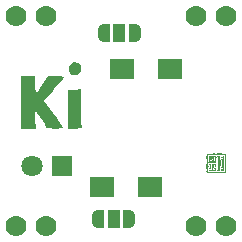
<source format=gbr>
%TF.GenerationSoftware,KiCad,Pcbnew,8.0.5*%
%TF.CreationDate,2024-09-21T22:48:15-06:00*%
%TF.ProjectId,KiCad_MiniBadge_Learning,4b694361-645f-44d6-996e-694261646765,rev?*%
%TF.SameCoordinates,Original*%
%TF.FileFunction,Soldermask,Bot*%
%TF.FilePolarity,Negative*%
%FSLAX46Y46*%
G04 Gerber Fmt 4.6, Leading zero omitted, Abs format (unit mm)*
G04 Created by KiCad (PCBNEW 8.0.5) date 2024-09-21 22:48:15*
%MOMM*%
%LPD*%
G01*
G04 APERTURE LIST*
G04 Aperture macros list*
%AMFreePoly0*
4,1,19,0.550000,-0.750000,0.000000,-0.750000,0.000000,-0.744911,-0.071157,-0.744911,-0.207708,-0.704816,-0.327430,-0.627875,-0.420627,-0.520320,-0.479746,-0.390866,-0.500000,-0.250000,-0.500000,0.250000,-0.479746,0.390866,-0.420627,0.520320,-0.327430,0.627875,-0.207708,0.704816,-0.071157,0.744911,0.000000,0.744911,0.000000,0.750000,0.550000,0.750000,0.550000,-0.750000,0.550000,-0.750000,
$1*%
%AMFreePoly1*
4,1,19,0.000000,0.744911,0.071157,0.744911,0.207708,0.704816,0.327430,0.627875,0.420627,0.520320,0.479746,0.390866,0.500000,0.250000,0.500000,-0.250000,0.479746,-0.390866,0.420627,-0.520320,0.327430,-0.627875,0.207708,-0.704816,0.071157,-0.744911,0.000000,-0.744911,0.000000,-0.750000,-0.550000,-0.750000,-0.550000,0.750000,0.000000,0.750000,0.000000,0.744911,0.000000,0.744911,
$1*%
G04 Aperture macros list end*
%ADD10C,0.000000*%
%ADD11C,1.778000*%
%ADD12R,1.800000X1.800000*%
%ADD13C,1.800000*%
%ADD14R,2.000000X1.700000*%
%ADD15FreePoly0,180.000000*%
%ADD16R,1.000000X1.500000*%
%ADD17FreePoly1,180.000000*%
G04 APERTURE END LIST*
D10*
%TO.C,G\u002A\u002A\u002A*%
G36*
X157333863Y-100460449D02*
G01*
X157341998Y-100462701D01*
X157349999Y-100466394D01*
X157357446Y-100471197D01*
X157363919Y-100476774D01*
X157368997Y-100482794D01*
X157372261Y-100488923D01*
X157372997Y-100491480D01*
X157373502Y-100495849D01*
X157373652Y-100501781D01*
X157373489Y-100508629D01*
X157373054Y-100515743D01*
X157372389Y-100522476D01*
X157371535Y-100528180D01*
X157370535Y-100532206D01*
X157370350Y-100532683D01*
X157369264Y-100536228D01*
X157369332Y-100539782D01*
X157369887Y-100542444D01*
X157370410Y-100545991D01*
X157370802Y-100551624D01*
X157371069Y-100559026D01*
X157371218Y-100567883D01*
X157371257Y-100577878D01*
X157371193Y-100588695D01*
X157371033Y-100600019D01*
X157370785Y-100611533D01*
X157370454Y-100622921D01*
X157370050Y-100633868D01*
X157369578Y-100644058D01*
X157369047Y-100653175D01*
X157368462Y-100660903D01*
X157367833Y-100666926D01*
X157367165Y-100670928D01*
X157366939Y-100671745D01*
X157366454Y-100674552D01*
X157366074Y-100679720D01*
X157365799Y-100687268D01*
X157365629Y-100697215D01*
X157365563Y-100709576D01*
X157365562Y-100713229D01*
X157365625Y-100728651D01*
X157365789Y-100741796D01*
X157366063Y-100752822D01*
X157366454Y-100761891D01*
X157366972Y-100769163D01*
X157367623Y-100774797D01*
X157368416Y-100778955D01*
X157368958Y-100780792D01*
X157369803Y-100784755D01*
X157370351Y-100791027D01*
X157370604Y-100799657D01*
X157370624Y-100803475D01*
X157370759Y-100812778D01*
X157371176Y-100819920D01*
X157371896Y-100825165D01*
X157372453Y-100827419D01*
X157373963Y-100834082D01*
X157375098Y-100842617D01*
X157375847Y-100852485D01*
X157376196Y-100863145D01*
X157376133Y-100874056D01*
X157375645Y-100884677D01*
X157374720Y-100894469D01*
X157374122Y-100898683D01*
X157372521Y-100907600D01*
X157370853Y-100914993D01*
X157369188Y-100920611D01*
X157367595Y-100924202D01*
X157366689Y-100925290D01*
X157364948Y-100927729D01*
X157364524Y-100929723D01*
X157363580Y-100932359D01*
X157362084Y-100933200D01*
X157360099Y-100934535D01*
X157359643Y-100935782D01*
X157358624Y-100937396D01*
X157357203Y-100937727D01*
X157355164Y-100938589D01*
X157354763Y-100940167D01*
X157353900Y-100942206D01*
X157352323Y-100942607D01*
X157350641Y-100943085D01*
X157349962Y-100944949D01*
X157349883Y-100946877D01*
X157349486Y-100950036D01*
X157348219Y-100951140D01*
X157348053Y-100951148D01*
X157346562Y-100952165D01*
X157346222Y-100953588D01*
X157345813Y-100955184D01*
X157344159Y-100955890D01*
X157341342Y-100956028D01*
X157338149Y-100956233D01*
X157336738Y-100957060D01*
X157336462Y-100958468D01*
X157335599Y-100960507D01*
X157334021Y-100960908D01*
X157331982Y-100961771D01*
X157331581Y-100963349D01*
X157330818Y-100965336D01*
X157329751Y-100965789D01*
X157328261Y-100966806D01*
X157327921Y-100968229D01*
X157327654Y-100969592D01*
X157326480Y-100970328D01*
X157323843Y-100970624D01*
X157320600Y-100970669D01*
X157316350Y-100970810D01*
X157314067Y-100971308D01*
X157313294Y-100972279D01*
X157313280Y-100972499D01*
X157312354Y-100973853D01*
X157309398Y-100974326D01*
X157309009Y-100974330D01*
X157305851Y-100973933D01*
X157304747Y-100972666D01*
X157304739Y-100972499D01*
X157303722Y-100971009D01*
X157302299Y-100970669D01*
X157300320Y-100971378D01*
X157299859Y-100972369D01*
X157298695Y-100973072D01*
X157295433Y-100973717D01*
X157290410Y-100974289D01*
X157283969Y-100974770D01*
X157276448Y-100975143D01*
X157268188Y-100975393D01*
X157259530Y-100975501D01*
X157250813Y-100975451D01*
X157242378Y-100975226D01*
X157242209Y-100975220D01*
X157235522Y-100974975D01*
X157230894Y-100974883D01*
X157227949Y-100974981D01*
X157226309Y-100975306D01*
X157225596Y-100975897D01*
X157225433Y-100976790D01*
X157225433Y-100976885D01*
X157225186Y-100978077D01*
X157224113Y-100978776D01*
X157221712Y-100979111D01*
X157217481Y-100979208D01*
X157216282Y-100979210D01*
X157211603Y-100979268D01*
X157208858Y-100979530D01*
X157207541Y-100980133D01*
X157207146Y-100981211D01*
X157207131Y-100981650D01*
X157206654Y-100983332D01*
X157204789Y-100984011D01*
X157202861Y-100984090D01*
X157200201Y-100983964D01*
X157198967Y-100983132D01*
X157198610Y-100980918D01*
X157198591Y-100978809D01*
X157198591Y-100973529D01*
X157192397Y-100972099D01*
X157188198Y-100971260D01*
X157184532Y-100970746D01*
X157183246Y-100970669D01*
X157180930Y-100970064D01*
X157180289Y-100968970D01*
X157179798Y-100967530D01*
X157178090Y-100966579D01*
X157174808Y-100966032D01*
X157169598Y-100965808D01*
X157166768Y-100965789D01*
X157161935Y-100965737D01*
X157159048Y-100965498D01*
X157157613Y-100964948D01*
X157157139Y-100963961D01*
X157157107Y-100963349D01*
X157156698Y-100961752D01*
X157155044Y-100961047D01*
X157152227Y-100960908D01*
X157147346Y-100960908D01*
X157147346Y-100954198D01*
X157147241Y-100950320D01*
X157146783Y-100948300D01*
X157145762Y-100947559D01*
X157144906Y-100947487D01*
X157143267Y-100947043D01*
X157142566Y-100945281D01*
X157142449Y-100942912D01*
X157142180Y-100937793D01*
X157141284Y-100934678D01*
X157139563Y-100933168D01*
X157137443Y-100932846D01*
X157135077Y-100932593D01*
X157134107Y-100931342D01*
X157133925Y-100928576D01*
X157134288Y-100925481D01*
X157135497Y-100924336D01*
X157135857Y-100924305D01*
X157137206Y-100923572D01*
X157137157Y-100922780D01*
X157136001Y-100919475D01*
X157135058Y-100915468D01*
X157134269Y-100910363D01*
X157133579Y-100903765D01*
X157132931Y-100895277D01*
X157132677Y-100891363D01*
X157132138Y-100883249D01*
X157131527Y-100874912D01*
X157130905Y-100867100D01*
X157130328Y-100860566D01*
X157130055Y-100857810D01*
X157129753Y-100853811D01*
X157129453Y-100847728D01*
X157129166Y-100839915D01*
X157128901Y-100830727D01*
X157128669Y-100820520D01*
X157128480Y-100809649D01*
X157128343Y-100798470D01*
X157128333Y-100797415D01*
X157128234Y-100786632D01*
X157128134Y-100776473D01*
X157128039Y-100767229D01*
X157127950Y-100759192D01*
X157127871Y-100752654D01*
X157127806Y-100747906D01*
X157127757Y-100745240D01*
X157127749Y-100744951D01*
X157127708Y-100742328D01*
X157127690Y-100737769D01*
X157127695Y-100731776D01*
X157127723Y-100724853D01*
X157127758Y-100719430D01*
X157127749Y-100710952D01*
X157127585Y-100704386D01*
X157127275Y-100699892D01*
X157126825Y-100697626D01*
X157126658Y-100697400D01*
X157126230Y-100696982D01*
X157125888Y-100696172D01*
X157125631Y-100694764D01*
X157125459Y-100692549D01*
X157125371Y-100689321D01*
X157125368Y-100684872D01*
X157125448Y-100678997D01*
X157125611Y-100671486D01*
X157125857Y-100662134D01*
X157126186Y-100650732D01*
X157126214Y-100649783D01*
X157191270Y-100649783D01*
X157191832Y-100651765D01*
X157192613Y-100652224D01*
X157193166Y-100653212D01*
X157193540Y-100656253D01*
X157193744Y-100661462D01*
X157193783Y-100668952D01*
X157193759Y-100672050D01*
X157193757Y-100681190D01*
X157193909Y-100690953D01*
X157194196Y-100700950D01*
X157194597Y-100710791D01*
X157195091Y-100720087D01*
X157195659Y-100728448D01*
X157196279Y-100735484D01*
X157196932Y-100740808D01*
X157197508Y-100743731D01*
X157198277Y-100747987D01*
X157198802Y-100753999D01*
X157199088Y-100761166D01*
X157199140Y-100768885D01*
X157198963Y-100776556D01*
X157198560Y-100783576D01*
X157197936Y-100789344D01*
X157197134Y-100793145D01*
X157195813Y-100797732D01*
X157194778Y-100802239D01*
X157194507Y-100803821D01*
X157193864Y-100808396D01*
X157198667Y-100808396D01*
X157201829Y-100808608D01*
X157203213Y-100809460D01*
X157203471Y-100810836D01*
X157204234Y-100812824D01*
X157205301Y-100813277D01*
X157206792Y-100814294D01*
X157207131Y-100815717D01*
X157207994Y-100817756D01*
X157209571Y-100818157D01*
X157211611Y-100819020D01*
X157212012Y-100820597D01*
X157212874Y-100822636D01*
X157214452Y-100823037D01*
X157216134Y-100823515D01*
X157216812Y-100825380D01*
X157216892Y-100827308D01*
X157216892Y-100831578D01*
X157207927Y-100831578D01*
X157198963Y-100831578D01*
X157199379Y-100864826D01*
X157199564Y-100875604D01*
X157199826Y-100884779D01*
X157200155Y-100892159D01*
X157200542Y-100897554D01*
X157200977Y-100900773D01*
X157201154Y-100901388D01*
X157202187Y-100903413D01*
X157203656Y-100904724D01*
X157206174Y-100905624D01*
X157210354Y-100906418D01*
X157211707Y-100906632D01*
X157216892Y-100907439D01*
X157216892Y-100897571D01*
X157216892Y-100887703D01*
X157221162Y-100887703D01*
X157224321Y-100888099D01*
X157225425Y-100889366D01*
X157225433Y-100889533D01*
X157226450Y-100891023D01*
X157227873Y-100891363D01*
X157229469Y-100891772D01*
X157230175Y-100893426D01*
X157230313Y-100896243D01*
X157230108Y-100899436D01*
X157229281Y-100900847D01*
X157227873Y-100901124D01*
X157225824Y-100901995D01*
X157225433Y-100903489D01*
X157225927Y-100905038D01*
X157227782Y-100906006D01*
X157231228Y-100906655D01*
X157235514Y-100907319D01*
X157239351Y-100908029D01*
X157240377Y-100908255D01*
X157244303Y-100908761D01*
X157249933Y-100908946D01*
X157256553Y-100908843D01*
X157263452Y-100908484D01*
X157269918Y-100907900D01*
X157275239Y-100907124D01*
X157277580Y-100906581D01*
X157282148Y-100904893D01*
X157286333Y-100902753D01*
X157288222Y-100901439D01*
X157291825Y-100898856D01*
X157295605Y-100896777D01*
X157295893Y-100896652D01*
X157298264Y-100895464D01*
X157299435Y-100893961D01*
X157299825Y-100891323D01*
X157299859Y-100888906D01*
X157299988Y-100885253D01*
X157300536Y-100883434D01*
X157301743Y-100882847D01*
X157302299Y-100882822D01*
X157303662Y-100882555D01*
X157304398Y-100881382D01*
X157304694Y-100878744D01*
X157304739Y-100875502D01*
X157304880Y-100871251D01*
X157305378Y-100868969D01*
X157306349Y-100868195D01*
X157306569Y-100868181D01*
X157307442Y-100867766D01*
X157307994Y-100866249D01*
X157308290Y-100863220D01*
X157308395Y-100858271D01*
X157308399Y-100856590D01*
X157308334Y-100851065D01*
X157308094Y-100847568D01*
X157307616Y-100845691D01*
X157306835Y-100845025D01*
X157306569Y-100844999D01*
X157305676Y-100844571D01*
X157305120Y-100843009D01*
X157304831Y-100839897D01*
X157304740Y-100834816D01*
X157304739Y-100834018D01*
X157304698Y-100828801D01*
X157304507Y-100825559D01*
X157304062Y-100823828D01*
X157303261Y-100823144D01*
X157302299Y-100823037D01*
X157300702Y-100822628D01*
X157299997Y-100820974D01*
X157299859Y-100818157D01*
X157300208Y-100814650D01*
X157301299Y-100813304D01*
X157301558Y-100813277D01*
X157302269Y-100812861D01*
X157302720Y-100811378D01*
X157302940Y-100808476D01*
X157302959Y-100803803D01*
X157302830Y-100797895D01*
X157302573Y-100791635D01*
X157302189Y-100785931D01*
X157301729Y-100781409D01*
X157301245Y-100778694D01*
X157301240Y-100778679D01*
X157300600Y-100776057D01*
X157300050Y-100772623D01*
X157299587Y-100768245D01*
X157299210Y-100762790D01*
X157298918Y-100756125D01*
X157298708Y-100748117D01*
X157298579Y-100738634D01*
X157298531Y-100727544D01*
X157298560Y-100714713D01*
X157298665Y-100700009D01*
X157298845Y-100683299D01*
X157299099Y-100664451D01*
X157299424Y-100643332D01*
X157299522Y-100637277D01*
X157299675Y-100627728D01*
X157299769Y-100620340D01*
X157299784Y-100614838D01*
X157299705Y-100610943D01*
X157299512Y-100608377D01*
X157299188Y-100606863D01*
X157298716Y-100606124D01*
X157298077Y-100605882D01*
X157297510Y-100605860D01*
X157295860Y-100605480D01*
X157295129Y-100603906D01*
X157294978Y-100600980D01*
X157294978Y-100596099D01*
X157288268Y-100596099D01*
X157284390Y-100596205D01*
X157282370Y-100596663D01*
X157281629Y-100597683D01*
X157281557Y-100598539D01*
X157281382Y-100599673D01*
X157280555Y-100600389D01*
X157278624Y-100600782D01*
X157275136Y-100600947D01*
X157269966Y-100600980D01*
X157264579Y-100600943D01*
X157261179Y-100600769D01*
X157259314Y-100600362D01*
X157258530Y-100599628D01*
X157258375Y-100598539D01*
X157257966Y-100596943D01*
X157256312Y-100596237D01*
X157253495Y-100596099D01*
X157250101Y-100595797D01*
X157248703Y-100594795D01*
X157248615Y-100594269D01*
X157247689Y-100592915D01*
X157244733Y-100592442D01*
X157244344Y-100592439D01*
X157241401Y-100592166D01*
X157240213Y-100591100D01*
X157240074Y-100589999D01*
X157239858Y-100588751D01*
X157238872Y-100588019D01*
X157236612Y-100587668D01*
X157232570Y-100587562D01*
X157230923Y-100587558D01*
X157226244Y-100587616D01*
X157223499Y-100587879D01*
X157222182Y-100588482D01*
X157221787Y-100589559D01*
X157221772Y-100589999D01*
X157221505Y-100591362D01*
X157220332Y-100592098D01*
X157217694Y-100592394D01*
X157214452Y-100592439D01*
X157210201Y-100592579D01*
X157207919Y-100593078D01*
X157207146Y-100594048D01*
X157207131Y-100594269D01*
X157206155Y-100595887D01*
X157205301Y-100596099D01*
X157204336Y-100596578D01*
X157203769Y-100598311D01*
X157203513Y-100601737D01*
X157203471Y-100605250D01*
X157203413Y-100609929D01*
X157203151Y-100612674D01*
X157202548Y-100613991D01*
X157201470Y-100614386D01*
X157201031Y-100614401D01*
X157199815Y-100614604D01*
X157199086Y-100615543D01*
X157198722Y-100617707D01*
X157198600Y-100621588D01*
X157198591Y-100624161D01*
X157198540Y-100629025D01*
X157198305Y-100631939D01*
X157197764Y-100633396D01*
X157196794Y-100633886D01*
X157196150Y-100633922D01*
X157194740Y-100634213D01*
X157194006Y-100635473D01*
X157193736Y-100638278D01*
X157193710Y-100640633D01*
X157193510Y-100644308D01*
X157192992Y-100646745D01*
X157192490Y-100647343D01*
X157191499Y-100648365D01*
X157191270Y-100649783D01*
X157126214Y-100649783D01*
X157126544Y-100638803D01*
X157126932Y-100626506D01*
X157127293Y-100616375D01*
X157127644Y-100608137D01*
X157128004Y-100601518D01*
X157128394Y-100596244D01*
X157128831Y-100592042D01*
X157129334Y-100588638D01*
X157129923Y-100585758D01*
X157130319Y-100584190D01*
X157131556Y-100578600D01*
X157132429Y-100572756D01*
X157132734Y-100568328D01*
X157133091Y-100563495D01*
X157133999Y-100557631D01*
X157135218Y-100552176D01*
X157136152Y-100548168D01*
X157136877Y-100543691D01*
X157137432Y-100538307D01*
X157137857Y-100531578D01*
X157138194Y-100523066D01*
X157138341Y-100518013D01*
X157138731Y-100506996D01*
X157139252Y-100498257D01*
X157139899Y-100491847D01*
X157140669Y-100487819D01*
X157140737Y-100487598D01*
X157141803Y-100483661D01*
X157142411Y-100480238D01*
X157142466Y-100479362D01*
X157143132Y-100477084D01*
X157144906Y-100476530D01*
X157146961Y-100475655D01*
X157147346Y-100474232D01*
X157148377Y-100472085D01*
X157149787Y-100471296D01*
X157151770Y-100470020D01*
X157152227Y-100468852D01*
X157153281Y-100467330D01*
X157155582Y-100466379D01*
X157158660Y-100465652D01*
X157162906Y-100464512D01*
X157165648Y-100463722D01*
X157174985Y-100462103D01*
X157184000Y-100462808D01*
X157192423Y-100465806D01*
X157194444Y-100466935D01*
X157200583Y-100471632D01*
X157206041Y-100477639D01*
X157210147Y-100484157D01*
X157211443Y-100487237D01*
X157212920Y-100490315D01*
X157215601Y-100494779D01*
X157219150Y-100500126D01*
X157223227Y-100505853D01*
X157227497Y-100511454D01*
X157228603Y-100512837D01*
X157229686Y-100514089D01*
X157230844Y-100514952D01*
X157232513Y-100515491D01*
X157235128Y-100515770D01*
X157239124Y-100515857D01*
X157244937Y-100515815D01*
X157248125Y-100515774D01*
X157256429Y-100515570D01*
X157262800Y-100515136D01*
X157267742Y-100514363D01*
X157271760Y-100513143D01*
X157275358Y-100511368D01*
X157278662Y-100509200D01*
X157281106Y-100507370D01*
X157282673Y-100505696D01*
X157283656Y-100503532D01*
X157284350Y-100500234D01*
X157285044Y-100495184D01*
X157286741Y-100486496D01*
X157289498Y-100479544D01*
X157293589Y-100473755D01*
X157296796Y-100470604D01*
X157304975Y-100464997D01*
X157314276Y-100461359D01*
X157324210Y-100459825D01*
X157333863Y-100460449D01*
G37*
G36*
X157899482Y-100702895D02*
G01*
X157909177Y-100706621D01*
X157913937Y-100709408D01*
X157920309Y-100714386D01*
X157926548Y-100720590D01*
X157932235Y-100727482D01*
X157936950Y-100734520D01*
X157940274Y-100741163D01*
X157941477Y-100744951D01*
X157941798Y-100747483D01*
X157942137Y-100752120D01*
X157942479Y-100758526D01*
X157942810Y-100766368D01*
X157943115Y-100775310D01*
X157943379Y-100785017D01*
X157943516Y-100791315D01*
X157943732Y-100802029D01*
X157943956Y-100812807D01*
X157944179Y-100823185D01*
X157944390Y-100832700D01*
X157944580Y-100840889D01*
X157944738Y-100847289D01*
X157944790Y-100849269D01*
X157944927Y-100854884D01*
X157945087Y-100862463D01*
X157945260Y-100871527D01*
X157945439Y-100881602D01*
X157945614Y-100892210D01*
X157945777Y-100902875D01*
X157945823Y-100906004D01*
X157945989Y-100916804D01*
X157946184Y-100927878D01*
X157946395Y-100938709D01*
X157946612Y-100948778D01*
X157946825Y-100957566D01*
X157947022Y-100964555D01*
X157947066Y-100965892D01*
X157947265Y-100975415D01*
X157947185Y-100983397D01*
X157946834Y-100989518D01*
X157946390Y-100992734D01*
X157945770Y-100997180D01*
X157945360Y-101002948D01*
X157945232Y-101008926D01*
X157945246Y-101010017D01*
X157945235Y-101014778D01*
X157945025Y-101018445D01*
X157944658Y-101020467D01*
X157944458Y-101020693D01*
X157944094Y-101021853D01*
X157943840Y-101025099D01*
X157943692Y-101030079D01*
X157943645Y-101036441D01*
X157943695Y-101043834D01*
X157943837Y-101051906D01*
X157944068Y-101060305D01*
X157944382Y-101068680D01*
X157944775Y-101076679D01*
X157945243Y-101083950D01*
X157945257Y-101084138D01*
X157945825Y-101092190D01*
X157946377Y-101100813D01*
X157946856Y-101109066D01*
X157947205Y-101116004D01*
X157947251Y-101117081D01*
X157947575Y-101122654D01*
X157948021Y-101127253D01*
X157948528Y-101130376D01*
X157949001Y-101131519D01*
X157949403Y-101132840D01*
X157949735Y-101136312D01*
X157949983Y-101141643D01*
X157950132Y-101148543D01*
X157950171Y-101155006D01*
X157950195Y-101163165D01*
X157950283Y-101169191D01*
X157950460Y-101173387D01*
X157950749Y-101176060D01*
X157951176Y-101177514D01*
X157951763Y-101178055D01*
X157952001Y-101178086D01*
X157953355Y-101179012D01*
X157953828Y-101181967D01*
X157953831Y-101182356D01*
X157953434Y-101185515D01*
X157952168Y-101186619D01*
X157952001Y-101186627D01*
X157950729Y-101187432D01*
X157950204Y-101190104D01*
X157950171Y-101191507D01*
X157949966Y-101194700D01*
X157949139Y-101196111D01*
X157947731Y-101196387D01*
X157946735Y-101196522D01*
X157946054Y-101197185D01*
X157945629Y-101198765D01*
X157945400Y-101201651D01*
X157945307Y-101206232D01*
X157945291Y-101212249D01*
X157945270Y-101218724D01*
X157945168Y-101223148D01*
X157944925Y-101225910D01*
X157944481Y-101227398D01*
X157943776Y-101228002D01*
X157942850Y-101228110D01*
X157940811Y-101228973D01*
X157940410Y-101230550D01*
X157941273Y-101232589D01*
X157942850Y-101232990D01*
X157944447Y-101233400D01*
X157945152Y-101235054D01*
X157945291Y-101237871D01*
X157945022Y-101241186D01*
X157944085Y-101242602D01*
X157943322Y-101242751D01*
X157942452Y-101243027D01*
X157941919Y-101244131D01*
X157941674Y-101246475D01*
X157941672Y-101250473D01*
X157941836Y-101255778D01*
X157942221Y-101262589D01*
X157942790Y-101267018D01*
X157943550Y-101269120D01*
X157943804Y-101269301D01*
X157944692Y-101270685D01*
X157945194Y-101273436D01*
X157945257Y-101276518D01*
X157944831Y-101278895D01*
X157944309Y-101279557D01*
X157943979Y-101280867D01*
X157943896Y-101284054D01*
X157944062Y-101288567D01*
X157944271Y-101291555D01*
X157944700Y-101297488D01*
X157945156Y-101304882D01*
X157945582Y-101312763D01*
X157945900Y-101319617D01*
X157946198Y-101325945D01*
X157946529Y-101331587D01*
X157946856Y-101335993D01*
X157947142Y-101338615D01*
X157947189Y-101338866D01*
X157947368Y-101340867D01*
X157947530Y-101344912D01*
X157947668Y-101350607D01*
X157947772Y-101357555D01*
X157947833Y-101365362D01*
X157947844Y-101368758D01*
X157947901Y-101377401D01*
X157948030Y-101385906D01*
X157948217Y-101393731D01*
X157948449Y-101400333D01*
X157948712Y-101405171D01*
X157948780Y-101406024D01*
X157949077Y-101410737D01*
X157949097Y-101414443D01*
X157948844Y-101416536D01*
X157948698Y-101416771D01*
X157948208Y-101418193D01*
X157947893Y-101421318D01*
X157947744Y-101425506D01*
X157947756Y-101430121D01*
X157947921Y-101434523D01*
X157948233Y-101438073D01*
X157948685Y-101440134D01*
X157948951Y-101440407D01*
X157949715Y-101441489D01*
X157950140Y-101444193D01*
X157950171Y-101445287D01*
X157949966Y-101448480D01*
X157949139Y-101449891D01*
X157947731Y-101450168D01*
X157945692Y-101450999D01*
X157945291Y-101452168D01*
X157944382Y-101454488D01*
X157943223Y-101455681D01*
X157941877Y-101457618D01*
X157941017Y-101461311D01*
X157940640Y-101465271D01*
X157940267Y-101469654D01*
X157939728Y-101472114D01*
X157938844Y-101473169D01*
X157937828Y-101473350D01*
X157935928Y-101474096D01*
X157935530Y-101475049D01*
X157934546Y-101476933D01*
X157933700Y-101477451D01*
X157932315Y-101479216D01*
X157931869Y-101482462D01*
X157931623Y-101485395D01*
X157930590Y-101486610D01*
X157929124Y-101486815D01*
X157926898Y-101487553D01*
X157923449Y-101489471D01*
X157919435Y-101492193D01*
X157918448Y-101492934D01*
X157909163Y-101498579D01*
X157898204Y-101502661D01*
X157885815Y-101505123D01*
X157872244Y-101505908D01*
X157864081Y-101505583D01*
X157858736Y-101505216D01*
X157855368Y-101505112D01*
X157853520Y-101505341D01*
X157852738Y-101505974D01*
X157852565Y-101507079D01*
X157852563Y-101507345D01*
X157852142Y-101509129D01*
X157850428Y-101509854D01*
X157848293Y-101509953D01*
X157845350Y-101509680D01*
X157844162Y-101508614D01*
X157844022Y-101507512D01*
X157843755Y-101506149D01*
X157842582Y-101505413D01*
X157839944Y-101505117D01*
X157836702Y-101505072D01*
X157832613Y-101504983D01*
X157830404Y-101504592D01*
X157829516Y-101503713D01*
X157829381Y-101502632D01*
X157828904Y-101500950D01*
X157827039Y-101500272D01*
X157825111Y-101500192D01*
X157822168Y-101500465D01*
X157820980Y-101501530D01*
X157820841Y-101502632D01*
X157820624Y-101503880D01*
X157819639Y-101504612D01*
X157817378Y-101504963D01*
X157813337Y-101505068D01*
X157811690Y-101505072D01*
X157807011Y-101505015D01*
X157804266Y-101504752D01*
X157802949Y-101504149D01*
X157802553Y-101503071D01*
X157802539Y-101502632D01*
X157801676Y-101500593D01*
X157800099Y-101500192D01*
X157798112Y-101499429D01*
X157797659Y-101498362D01*
X157796853Y-101497089D01*
X157794181Y-101496565D01*
X157792778Y-101496531D01*
X157789585Y-101496327D01*
X157788174Y-101495500D01*
X157787898Y-101494091D01*
X157787135Y-101492104D01*
X157786068Y-101491651D01*
X157784795Y-101490845D01*
X157784271Y-101488174D01*
X157784238Y-101486771D01*
X157784033Y-101483578D01*
X157783206Y-101482167D01*
X157781797Y-101481890D01*
X157779758Y-101481028D01*
X157779357Y-101479450D01*
X157778948Y-101477854D01*
X157777294Y-101477148D01*
X157774477Y-101477010D01*
X157769596Y-101477010D01*
X157769596Y-101466029D01*
X157769520Y-101460637D01*
X157769247Y-101457278D01*
X157768714Y-101455550D01*
X157767854Y-101455048D01*
X157767826Y-101455048D01*
X157767121Y-101454645D01*
X157766590Y-101453222D01*
X157766195Y-101450455D01*
X157765896Y-101446021D01*
X157765654Y-101439598D01*
X157765565Y-101436442D01*
X157765247Y-101427863D01*
X157764761Y-101421156D01*
X157764044Y-101415756D01*
X157763032Y-101411096D01*
X157762526Y-101409294D01*
X157761735Y-101406439D01*
X157761124Y-101403581D01*
X157760668Y-101400360D01*
X157760345Y-101396413D01*
X157760130Y-101391379D01*
X157760000Y-101384895D01*
X157759931Y-101376599D01*
X157759906Y-101369123D01*
X157759874Y-101359440D01*
X157759810Y-101351839D01*
X157759686Y-101345962D01*
X157759475Y-101341451D01*
X157759150Y-101337948D01*
X157758685Y-101335095D01*
X157758051Y-101332534D01*
X157757223Y-101329906D01*
X157756866Y-101328860D01*
X157754350Y-101320664D01*
X157752465Y-101312332D01*
X157751150Y-101303376D01*
X157750347Y-101293309D01*
X157749995Y-101281643D01*
X157749982Y-101272643D01*
X157750101Y-101264554D01*
X157750321Y-101256736D01*
X157750621Y-101249730D01*
X157750976Y-101244079D01*
X157751364Y-101240324D01*
X157751366Y-101240311D01*
X157751896Y-101235513D01*
X157752388Y-101228430D01*
X157752839Y-101219216D01*
X157753243Y-101208025D01*
X157753597Y-101195012D01*
X157753897Y-101180331D01*
X157754138Y-101164138D01*
X157754315Y-101146585D01*
X157754408Y-101131722D01*
X157754461Y-101121336D01*
X157754520Y-101111679D01*
X157754582Y-101103033D01*
X157754645Y-101095679D01*
X157754707Y-101089899D01*
X157754764Y-101085973D01*
X157754815Y-101084182D01*
X157754819Y-101084138D01*
X157754881Y-101082126D01*
X157754891Y-101077953D01*
X157754854Y-101071897D01*
X157754773Y-101064236D01*
X157754655Y-101055249D01*
X157754504Y-101045215D01*
X157754461Y-101042628D01*
X157821368Y-101042628D01*
X157822033Y-101043715D01*
X157823311Y-101043875D01*
X157824890Y-101044295D01*
X157825587Y-101045979D01*
X157825721Y-101048755D01*
X157825419Y-101052149D01*
X157824417Y-101053547D01*
X157823891Y-101053636D01*
X157822267Y-101054315D01*
X157822061Y-101054894D01*
X157823036Y-101056380D01*
X157823891Y-101056855D01*
X157825003Y-101058288D01*
X157825630Y-101060944D01*
X157825730Y-101063901D01*
X157825262Y-101066241D01*
X157824341Y-101067057D01*
X157823483Y-101068133D01*
X157823586Y-101071022D01*
X157823713Y-101074144D01*
X157823475Y-101078754D01*
X157822923Y-101083938D01*
X157822810Y-101084748D01*
X157822234Y-101090134D01*
X157821880Y-101096366D01*
X157821735Y-101102999D01*
X157821785Y-101109591D01*
X157822019Y-101115696D01*
X157822425Y-101120871D01*
X157822988Y-101124673D01*
X157823696Y-101126657D01*
X157824013Y-101126842D01*
X157824773Y-101127311D01*
X157825279Y-101128955D01*
X157825575Y-101132132D01*
X157825705Y-101137196D01*
X157825721Y-101140873D01*
X157825672Y-101147034D01*
X157825492Y-101151137D01*
X157825132Y-101153560D01*
X157824542Y-101154685D01*
X157823891Y-101154904D01*
X157822400Y-101155921D01*
X157822061Y-101157344D01*
X157822824Y-101159331D01*
X157823891Y-101159784D01*
X157824280Y-101160013D01*
X157824611Y-101160816D01*
X157824888Y-101162373D01*
X157825118Y-101164860D01*
X157825303Y-101168457D01*
X157825449Y-101173340D01*
X157825560Y-101179688D01*
X157825642Y-101187679D01*
X157825699Y-101197490D01*
X157825735Y-101209300D01*
X157825755Y-101223287D01*
X157825760Y-101230855D01*
X157825794Y-101257011D01*
X157825865Y-101280781D01*
X157825974Y-101302220D01*
X157826123Y-101321383D01*
X157826312Y-101338325D01*
X157826543Y-101353099D01*
X157826816Y-101365762D01*
X157827133Y-101376366D01*
X157827494Y-101384967D01*
X157827901Y-101391619D01*
X157828355Y-101396377D01*
X157828856Y-101399296D01*
X157828922Y-101399534D01*
X157829865Y-101403709D01*
X157830734Y-101409261D01*
X157831367Y-101415126D01*
X157831455Y-101416310D01*
X157832183Y-101426986D01*
X157835662Y-101426986D01*
X157838260Y-101427415D01*
X157839124Y-101428982D01*
X157839142Y-101429426D01*
X157839433Y-101430836D01*
X157840693Y-101431571D01*
X157843498Y-101431840D01*
X157845853Y-101431866D01*
X157849731Y-101431760D01*
X157851751Y-101431302D01*
X157852492Y-101430282D01*
X157852563Y-101429426D01*
X157852972Y-101427830D01*
X157854627Y-101427124D01*
X157857443Y-101426986D01*
X157860636Y-101426781D01*
X157862048Y-101425954D01*
X157862324Y-101424546D01*
X157862802Y-101422864D01*
X157864666Y-101422185D01*
X157866594Y-101422105D01*
X157870865Y-101422105D01*
X157870865Y-101410515D01*
X157870901Y-101405127D01*
X157871075Y-101401727D01*
X157871482Y-101399862D01*
X157872216Y-101399078D01*
X157873305Y-101398924D01*
X157874987Y-101398446D01*
X157875665Y-101396581D01*
X157875745Y-101394653D01*
X157875472Y-101391710D01*
X157874406Y-101390523D01*
X157873305Y-101390383D01*
X157871708Y-101389974D01*
X157871003Y-101388319D01*
X157870865Y-101385503D01*
X157871069Y-101382310D01*
X157871896Y-101380898D01*
X157873305Y-101380622D01*
X157873927Y-101380559D01*
X157874435Y-101380219D01*
X157874843Y-101379374D01*
X157875164Y-101377795D01*
X157875411Y-101375257D01*
X157875597Y-101371530D01*
X157875737Y-101366388D01*
X157875843Y-101359602D01*
X157875929Y-101350946D01*
X157876009Y-101340190D01*
X157876050Y-101333953D01*
X157876147Y-101314406D01*
X157876164Y-101297206D01*
X157876099Y-101282264D01*
X157875948Y-101269489D01*
X157875707Y-101258790D01*
X157875375Y-101250076D01*
X157874948Y-101243257D01*
X157874422Y-101238241D01*
X157873795Y-101234938D01*
X157873063Y-101233258D01*
X157872574Y-101232990D01*
X157871267Y-101231861D01*
X157870865Y-101228720D01*
X157871296Y-101225495D01*
X157872614Y-101224450D01*
X157874040Y-101223331D01*
X157874815Y-101220248D01*
X157874859Y-101215608D01*
X157874696Y-101213774D01*
X157873904Y-101210894D01*
X157872561Y-101209808D01*
X157871845Y-101209354D01*
X157871353Y-101207767D01*
X157871050Y-101204708D01*
X157870900Y-101199840D01*
X157870865Y-101193947D01*
X157870824Y-101187341D01*
X157870674Y-101182814D01*
X157870373Y-101180003D01*
X157869879Y-101178550D01*
X157869151Y-101178091D01*
X157869034Y-101178086D01*
X157867762Y-101177280D01*
X157867237Y-101174609D01*
X157867204Y-101173205D01*
X157867506Y-101169812D01*
X157868508Y-101168414D01*
X157869034Y-101168325D01*
X157869680Y-101168022D01*
X157870157Y-101166911D01*
X157870490Y-101164685D01*
X157870702Y-101161041D01*
X157870818Y-101155674D01*
X157870862Y-101148279D01*
X157870865Y-101145143D01*
X157870875Y-101137092D01*
X157870929Y-101131158D01*
X157871061Y-101127020D01*
X157871304Y-101124354D01*
X157871693Y-101122838D01*
X157872261Y-101122150D01*
X157873043Y-101121966D01*
X157873305Y-101121961D01*
X157874987Y-101121484D01*
X157875665Y-101119619D01*
X157875745Y-101117691D01*
X157875472Y-101114748D01*
X157874406Y-101113560D01*
X157873305Y-101113421D01*
X157871708Y-101113011D01*
X157871003Y-101111357D01*
X157870865Y-101108540D01*
X157871069Y-101105347D01*
X157871896Y-101103936D01*
X157873305Y-101103660D01*
X157874987Y-101103182D01*
X157875665Y-101101317D01*
X157875745Y-101099390D01*
X157875472Y-101096446D01*
X157874406Y-101095259D01*
X157873305Y-101095119D01*
X157872493Y-101095027D01*
X157871885Y-101094545D01*
X157871451Y-101093366D01*
X157871161Y-101091184D01*
X157870987Y-101087691D01*
X157870899Y-101082581D01*
X157870868Y-101075547D01*
X157870865Y-101069497D01*
X157870873Y-101060977D01*
X157870919Y-101054589D01*
X157871032Y-101050029D01*
X157871239Y-101046987D01*
X157871572Y-101045158D01*
X157872059Y-101044235D01*
X157872729Y-101043910D01*
X157873305Y-101043875D01*
X157874715Y-101043584D01*
X157875450Y-101042324D01*
X157875719Y-101039519D01*
X157875745Y-101037165D01*
X157875639Y-101033287D01*
X157875181Y-101031266D01*
X157874161Y-101030526D01*
X157873305Y-101030454D01*
X157872057Y-101030238D01*
X157871325Y-101029252D01*
X157870974Y-101026992D01*
X157870868Y-101022950D01*
X157870865Y-101021303D01*
X157870922Y-101016625D01*
X157871185Y-101013879D01*
X157871788Y-101012562D01*
X157872865Y-101012167D01*
X157873305Y-101012153D01*
X157874521Y-101011949D01*
X157875249Y-101011010D01*
X157875613Y-101008846D01*
X157875736Y-101004965D01*
X157875745Y-101002392D01*
X157875694Y-100997529D01*
X157875459Y-100994614D01*
X157874918Y-100993157D01*
X157873948Y-100992667D01*
X157873305Y-100992631D01*
X157872057Y-100992415D01*
X157871325Y-100991429D01*
X157870974Y-100989169D01*
X157870868Y-100985127D01*
X157870865Y-100983480D01*
X157870922Y-100978802D01*
X157871185Y-100976056D01*
X157871788Y-100974739D01*
X157872865Y-100974344D01*
X157873305Y-100974330D01*
X157874987Y-100973852D01*
X157875665Y-100971987D01*
X157875745Y-100970059D01*
X157875472Y-100967116D01*
X157874406Y-100965928D01*
X157873305Y-100965789D01*
X157872631Y-100965721D01*
X157872094Y-100965351D01*
X157871679Y-100964430D01*
X157871370Y-100962710D01*
X157871150Y-100959941D01*
X157871006Y-100955874D01*
X157870921Y-100950262D01*
X157870879Y-100942854D01*
X157870866Y-100933402D01*
X157870865Y-100926746D01*
X157870865Y-100887703D01*
X157875440Y-100887497D01*
X157880015Y-100887292D01*
X157875440Y-100886814D01*
X157870865Y-100886335D01*
X157870865Y-100872988D01*
X157870893Y-100867133D01*
X157871030Y-100863295D01*
X157871352Y-100861052D01*
X157871937Y-100859980D01*
X157872862Y-100859655D01*
X157873305Y-100859640D01*
X157874209Y-100859528D01*
X157874857Y-100858961D01*
X157875291Y-100857590D01*
X157875555Y-100855069D01*
X157875690Y-100851050D01*
X157875739Y-100845186D01*
X157875745Y-100839685D01*
X157875745Y-100819730D01*
X157867751Y-100818983D01*
X157861776Y-100817967D01*
X157855588Y-100816204D01*
X157852740Y-100815088D01*
X157848589Y-100813360D01*
X157845563Y-100812618D01*
X157842624Y-100812717D01*
X157839806Y-100813264D01*
X157834986Y-100813917D01*
X157830050Y-100813952D01*
X157828639Y-100813803D01*
X157823388Y-100813016D01*
X157823640Y-100829922D01*
X157823661Y-100837462D01*
X157823544Y-100846452D01*
X157823311Y-100855904D01*
X157822982Y-100864833D01*
X157822867Y-100867266D01*
X157822510Y-100874805D01*
X157822321Y-100880243D01*
X157822314Y-100883915D01*
X157822506Y-100886156D01*
X157822909Y-100887302D01*
X157823541Y-100887686D01*
X157823782Y-100887703D01*
X157824374Y-100887923D01*
X157824833Y-100888764D01*
X157825176Y-100890493D01*
X157825419Y-100893379D01*
X157825579Y-100897690D01*
X157825671Y-100903694D01*
X157825713Y-100911661D01*
X157825721Y-100919425D01*
X157825713Y-100929043D01*
X157825675Y-100936495D01*
X157825587Y-100942057D01*
X157825431Y-100946004D01*
X157825186Y-100948610D01*
X157824834Y-100950151D01*
X157824353Y-100950901D01*
X157823725Y-100951136D01*
X157823460Y-100951148D01*
X157822590Y-100951287D01*
X157822001Y-100951948D01*
X157821662Y-100953496D01*
X157821541Y-100956292D01*
X157821608Y-100960703D01*
X157821831Y-100967091D01*
X157821912Y-100969144D01*
X157822179Y-100977295D01*
X157822377Y-100986228D01*
X157822506Y-100995562D01*
X157822568Y-101004920D01*
X157822563Y-101013923D01*
X157822491Y-101022193D01*
X157822355Y-101029351D01*
X157822155Y-101035019D01*
X157821892Y-101038818D01*
X157821735Y-101039910D01*
X157821368Y-101042628D01*
X157754461Y-101042628D01*
X157754324Y-101034411D01*
X157754121Y-101023117D01*
X157753900Y-101011609D01*
X157753666Y-101000168D01*
X157753422Y-100989071D01*
X157753175Y-100978596D01*
X157752930Y-100969022D01*
X157752690Y-100960627D01*
X157752606Y-100957938D01*
X157752329Y-100948727D01*
X157752113Y-100940305D01*
X157751964Y-100932983D01*
X157751887Y-100927068D01*
X157751885Y-100922870D01*
X157751965Y-100920696D01*
X157752012Y-100920473D01*
X157752251Y-100919068D01*
X157752609Y-100915731D01*
X157753046Y-100910966D01*
X157753522Y-100905274D01*
X157754000Y-100899158D01*
X157754439Y-100893123D01*
X157754800Y-100887670D01*
X157755045Y-100883303D01*
X157755134Y-100880525D01*
X157755133Y-100880382D01*
X157754838Y-100877894D01*
X157754240Y-100874979D01*
X157754100Y-100872572D01*
X157754273Y-100868255D01*
X157754708Y-100862529D01*
X157755354Y-100855898D01*
X157756161Y-100848863D01*
X157757079Y-100841927D01*
X157758055Y-100835591D01*
X157758438Y-100833408D01*
X157758728Y-100830095D01*
X157758783Y-100825143D01*
X157758604Y-100819340D01*
X157758382Y-100815717D01*
X157758067Y-100808952D01*
X157758071Y-100802235D01*
X157758386Y-100796569D01*
X157758574Y-100794975D01*
X157759127Y-100790346D01*
X157759704Y-100784207D01*
X157760225Y-100777487D01*
X157760501Y-100773115D01*
X157761064Y-100765723D01*
X157761790Y-100760675D01*
X157762696Y-100757881D01*
X157763002Y-100757472D01*
X157764558Y-100755216D01*
X157764167Y-100753785D01*
X157762886Y-100753492D01*
X157761921Y-100753012D01*
X157761354Y-100751280D01*
X157761098Y-100747854D01*
X157761056Y-100744341D01*
X157761113Y-100739662D01*
X157761376Y-100736917D01*
X157761979Y-100735600D01*
X157763057Y-100735205D01*
X157763496Y-100735190D01*
X157765092Y-100734781D01*
X157765798Y-100733127D01*
X157765936Y-100730310D01*
X157766065Y-100727185D01*
X157766864Y-100725797D01*
X157768946Y-100725440D01*
X157770206Y-100725430D01*
X157773150Y-100725157D01*
X157774337Y-100724091D01*
X157774477Y-100722989D01*
X157774886Y-100721393D01*
X157776540Y-100720687D01*
X157779357Y-100720549D01*
X157782751Y-100720247D01*
X157784149Y-100719245D01*
X157784238Y-100718719D01*
X157784796Y-100717661D01*
X157786776Y-100717090D01*
X157790638Y-100716893D01*
X157791628Y-100716889D01*
X157802755Y-100715868D01*
X157813551Y-100712698D01*
X157816570Y-100711423D01*
X157822741Y-100708932D01*
X157828501Y-100707324D01*
X157834583Y-100706492D01*
X157841716Y-100706327D01*
X157849037Y-100706625D01*
X157855373Y-100706953D01*
X157859891Y-100707030D01*
X157863206Y-100706802D01*
X157865931Y-100706213D01*
X157868681Y-100705211D01*
X157869634Y-100704809D01*
X157879288Y-100701945D01*
X157889378Y-100701322D01*
X157899482Y-100702895D01*
G37*
G36*
X157904873Y-100446919D02*
G01*
X157909039Y-100447280D01*
X157914716Y-100447700D01*
X157922224Y-100448107D01*
X157930956Y-100448476D01*
X157940304Y-100448781D01*
X157949659Y-100448999D01*
X157952501Y-100449046D01*
X157961063Y-100449221D01*
X157969185Y-100449483D01*
X157976424Y-100449811D01*
X157982334Y-100450182D01*
X157986471Y-100450574D01*
X157987738Y-100450772D01*
X157992896Y-100451417D01*
X157998882Y-100451309D01*
X158004819Y-100450679D01*
X158011095Y-100450006D01*
X158017795Y-100449534D01*
X158023585Y-100449352D01*
X158024162Y-100449354D01*
X158033987Y-100450593D01*
X158042896Y-100454023D01*
X158050659Y-100459494D01*
X158057047Y-100466857D01*
X158060665Y-100473242D01*
X158062711Y-100479727D01*
X158063647Y-100487443D01*
X158063416Y-100495420D01*
X158062298Y-100501542D01*
X158059507Y-100507799D01*
X158054834Y-100513940D01*
X158048810Y-100519476D01*
X158041966Y-100523917D01*
X158034969Y-100526738D01*
X158028425Y-100527864D01*
X158021270Y-100528034D01*
X158014440Y-100527291D01*
X158008870Y-100525682D01*
X158008367Y-100525450D01*
X158004330Y-100523881D01*
X158000472Y-100522979D01*
X157999336Y-100522893D01*
X157996421Y-100522577D01*
X157991989Y-100521737D01*
X157986866Y-100520536D01*
X157985385Y-100520148D01*
X157982307Y-100519353D01*
X157979447Y-100518732D01*
X157976462Y-100518269D01*
X157973012Y-100517943D01*
X157968754Y-100517739D01*
X157963345Y-100517637D01*
X157956445Y-100517620D01*
X157947711Y-100517671D01*
X157939495Y-100517744D01*
X157929237Y-100517848D01*
X157921159Y-100517953D01*
X157915000Y-100518081D01*
X157910502Y-100518251D01*
X157907404Y-100518484D01*
X157905445Y-100518798D01*
X157904366Y-100519214D01*
X157903907Y-100519753D01*
X157903807Y-100520434D01*
X157903807Y-100520489D01*
X157903385Y-100522065D01*
X157901696Y-100522760D01*
X157898927Y-100522893D01*
X157895734Y-100522689D01*
X157894323Y-100521862D01*
X157894046Y-100520453D01*
X157893871Y-100519319D01*
X157893045Y-100518603D01*
X157891113Y-100518210D01*
X157887625Y-100518045D01*
X157882455Y-100518013D01*
X157876292Y-100517881D01*
X157872472Y-100517480D01*
X157870913Y-100516799D01*
X157870865Y-100516618D01*
X157869669Y-100515955D01*
X157866082Y-100515774D01*
X157860103Y-100516075D01*
X157851733Y-100516857D01*
X157842203Y-100517968D01*
X157835506Y-100518915D01*
X157830880Y-100519932D01*
X157827959Y-100521212D01*
X157826379Y-100522949D01*
X157825773Y-100525337D01*
X157825721Y-100526702D01*
X157825347Y-100530159D01*
X157824193Y-100531423D01*
X157824027Y-100531434D01*
X157822227Y-100532459D01*
X157821477Y-100535234D01*
X157821769Y-100539315D01*
X157823092Y-100544252D01*
X157824356Y-100547395D01*
X157826444Y-100552345D01*
X157828300Y-100557335D01*
X157829359Y-100560716D01*
X157830991Y-100564936D01*
X157833278Y-100568723D01*
X157833986Y-100569562D01*
X157836560Y-100571743D01*
X157839502Y-100572722D01*
X157843031Y-100572917D01*
X157846605Y-100573056D01*
X157848356Y-100573641D01*
X157848888Y-100574925D01*
X157848903Y-100575357D01*
X157849062Y-100576440D01*
X157849824Y-100577145D01*
X157851618Y-100577552D01*
X157854874Y-100577742D01*
X157860019Y-100577796D01*
X157861884Y-100577798D01*
X157867757Y-100577758D01*
X157871848Y-100577551D01*
X157874816Y-100577047D01*
X157877320Y-100576114D01*
X157880016Y-100574623D01*
X157881045Y-100573995D01*
X157889051Y-100569771D01*
X157897007Y-100567156D01*
X157905488Y-100566062D01*
X157915071Y-100566397D01*
X157922719Y-100567428D01*
X157929132Y-100568448D01*
X157935799Y-100569437D01*
X157941614Y-100570232D01*
X157943460Y-100570460D01*
X157948789Y-100571280D01*
X157954039Y-100572396D01*
X157957492Y-100573379D01*
X157961008Y-100574346D01*
X157963081Y-100574379D01*
X157963389Y-100574104D01*
X157964760Y-100573202D01*
X157967403Y-100572873D01*
X157970352Y-100573069D01*
X157972643Y-100573741D01*
X157973353Y-100574605D01*
X157974437Y-100576156D01*
X157977146Y-100577337D01*
X157980368Y-100577781D01*
X157981605Y-100576777D01*
X157981893Y-100575357D01*
X157982303Y-100573761D01*
X157983957Y-100573055D01*
X157986774Y-100572917D01*
X157989967Y-100573122D01*
X157991378Y-100573949D01*
X157991654Y-100575357D01*
X157992417Y-100577345D01*
X157993484Y-100577798D01*
X157995103Y-100578707D01*
X157995315Y-100579497D01*
X157995916Y-100581049D01*
X157997949Y-100582034D01*
X158001754Y-100582545D01*
X158007005Y-100582678D01*
X158011232Y-100582723D01*
X158013574Y-100583020D01*
X158014589Y-100583812D01*
X158014831Y-100585340D01*
X158014836Y-100586094D01*
X158015683Y-100589964D01*
X158018177Y-100592062D01*
X158020571Y-100592439D01*
X158022840Y-100593121D01*
X158023377Y-100594269D01*
X158024394Y-100595759D01*
X158025817Y-100596099D01*
X158027856Y-100596962D01*
X158028257Y-100598539D01*
X158028735Y-100600221D01*
X158030600Y-100600900D01*
X158032528Y-100600980D01*
X158035262Y-100601127D01*
X158036477Y-100602040D01*
X158036788Y-100604420D01*
X158036798Y-100605860D01*
X158037003Y-100609053D01*
X158037830Y-100610464D01*
X158039238Y-100610740D01*
X158041225Y-100611503D01*
X158041678Y-100612570D01*
X158042695Y-100614061D01*
X158044118Y-100614401D01*
X158046158Y-100615263D01*
X158046559Y-100616841D01*
X158047421Y-100618880D01*
X158048999Y-100619281D01*
X158050595Y-100619690D01*
X158051301Y-100621344D01*
X158051439Y-100624161D01*
X158051644Y-100627354D01*
X158052471Y-100628765D01*
X158053879Y-100629042D01*
X158054875Y-100629176D01*
X158055556Y-100629839D01*
X158055981Y-100631419D01*
X158056210Y-100634305D01*
X158056303Y-100638886D01*
X158056319Y-100644903D01*
X158056360Y-100651509D01*
X158056510Y-100656037D01*
X158056811Y-100658847D01*
X158057305Y-100660301D01*
X158058033Y-100660759D01*
X158058150Y-100660764D01*
X158059422Y-100661570D01*
X158059947Y-100664242D01*
X158059980Y-100665645D01*
X158059678Y-100669038D01*
X158058676Y-100670437D01*
X158058150Y-100670525D01*
X158056796Y-100671451D01*
X158056323Y-100674407D01*
X158056319Y-100674795D01*
X158056716Y-100677954D01*
X158057983Y-100679058D01*
X158058150Y-100679066D01*
X158059119Y-100679548D01*
X158059686Y-100681291D01*
X158059940Y-100684735D01*
X158059980Y-100688127D01*
X158059891Y-100692902D01*
X158059550Y-100695759D01*
X158058840Y-100697216D01*
X158057845Y-100697746D01*
X158056341Y-100698210D01*
X158057207Y-100698401D01*
X158057845Y-100698446D01*
X158058786Y-100698754D01*
X158059404Y-100699808D01*
X158059766Y-100702024D01*
X158059935Y-100705822D01*
X158059980Y-100711619D01*
X158059980Y-100712008D01*
X158060008Y-100717882D01*
X158060143Y-100721737D01*
X158060463Y-100723997D01*
X158061043Y-100725081D01*
X158061960Y-100725413D01*
X158062420Y-100725430D01*
X158063668Y-100725646D01*
X158064400Y-100726631D01*
X158064751Y-100728892D01*
X158064856Y-100732933D01*
X158064860Y-100734580D01*
X158064802Y-100739259D01*
X158064540Y-100742004D01*
X158063937Y-100743321D01*
X158062859Y-100743717D01*
X158062420Y-100743731D01*
X158061057Y-100743998D01*
X158060321Y-100745171D01*
X158060025Y-100747809D01*
X158059980Y-100751052D01*
X158060069Y-100755140D01*
X158060460Y-100757350D01*
X158061339Y-100758238D01*
X158062420Y-100758372D01*
X158064102Y-100758850D01*
X158064780Y-100760715D01*
X158064860Y-100762643D01*
X158064587Y-100765586D01*
X158063522Y-100766773D01*
X158062420Y-100766913D01*
X158061482Y-100767033D01*
X158060821Y-100767634D01*
X158060389Y-100769080D01*
X158060137Y-100771732D01*
X158060018Y-100775953D01*
X158059982Y-100782105D01*
X158059980Y-100785214D01*
X158059952Y-100792315D01*
X158059845Y-100797326D01*
X158059619Y-100800600D01*
X158059237Y-100802489D01*
X158058660Y-100803342D01*
X158057992Y-100803516D01*
X158057317Y-100803709D01*
X158056839Y-100804497D01*
X158056545Y-100806189D01*
X158056421Y-100809095D01*
X158056452Y-100813528D01*
X158056624Y-100819796D01*
X158056901Y-100827613D01*
X158057210Y-100836119D01*
X158057445Y-100843334D01*
X158057604Y-100849706D01*
X158057689Y-100855687D01*
X158057698Y-100861726D01*
X158057633Y-100868274D01*
X158057493Y-100875780D01*
X158057277Y-100884695D01*
X158056986Y-100895470D01*
X158056887Y-100898988D01*
X158056616Y-100908347D01*
X158056372Y-100915547D01*
X158056125Y-100920870D01*
X158055847Y-100924598D01*
X158055508Y-100927012D01*
X158055078Y-100928394D01*
X158054529Y-100929024D01*
X158053831Y-100929185D01*
X158053741Y-100929186D01*
X158053149Y-100929274D01*
X158052668Y-100929691D01*
X158052287Y-100930668D01*
X158051994Y-100932432D01*
X158051777Y-100935214D01*
X158051626Y-100939243D01*
X158051528Y-100944750D01*
X158051472Y-100951962D01*
X158051446Y-100961110D01*
X158051439Y-100972423D01*
X158051439Y-100974940D01*
X158051442Y-100986701D01*
X158051460Y-100996252D01*
X158051505Y-101003823D01*
X158051589Y-101009644D01*
X158051725Y-101013944D01*
X158051924Y-101016953D01*
X158052199Y-101018903D01*
X158052562Y-101020021D01*
X158053026Y-101020539D01*
X158053603Y-101020687D01*
X158053879Y-101020693D01*
X158055242Y-101020960D01*
X158055979Y-101022134D01*
X158056275Y-101024771D01*
X158056319Y-101028014D01*
X158056460Y-101032265D01*
X158056958Y-101034547D01*
X158057929Y-101035320D01*
X158058150Y-101035334D01*
X158059503Y-101036260D01*
X158059976Y-101039216D01*
X158059980Y-101039605D01*
X158059583Y-101042763D01*
X158058316Y-101043867D01*
X158058150Y-101043875D01*
X158057046Y-101044478D01*
X158056478Y-101046592D01*
X158056319Y-101050586D01*
X158056214Y-101054464D01*
X158055756Y-101056484D01*
X158054735Y-101057225D01*
X158053879Y-101057296D01*
X158052663Y-101057500D01*
X158051935Y-101058439D01*
X158051571Y-101060603D01*
X158051448Y-101064483D01*
X158051439Y-101067057D01*
X158051388Y-101071920D01*
X158051153Y-101074835D01*
X158050612Y-101076292D01*
X158049642Y-101076782D01*
X158048999Y-101076818D01*
X158047012Y-101077581D01*
X158046559Y-101078648D01*
X158047576Y-101080138D01*
X158048999Y-101080478D01*
X158049846Y-101080578D01*
X158050471Y-101081092D01*
X158050907Y-101082344D01*
X158051187Y-101084655D01*
X158051347Y-101088349D01*
X158051419Y-101093747D01*
X158051439Y-101101172D01*
X158051439Y-101103660D01*
X158051452Y-101111719D01*
X158051511Y-101117660D01*
X158051649Y-101121804D01*
X158051897Y-101124473D01*
X158052289Y-101125987D01*
X158052856Y-101126669D01*
X158053630Y-101126840D01*
X158053754Y-101126842D01*
X158054535Y-101126971D01*
X158055126Y-101127565D01*
X158055563Y-101128932D01*
X158055878Y-101131382D01*
X158056107Y-101135224D01*
X158056281Y-101140767D01*
X158056436Y-101148319D01*
X158056499Y-101151899D01*
X158056710Y-101161262D01*
X158056987Y-101168361D01*
X158057344Y-101173371D01*
X158057794Y-101176467D01*
X158058349Y-101177824D01*
X158058413Y-101177872D01*
X158058865Y-101179359D01*
X158059168Y-101182936D01*
X158059332Y-101188254D01*
X158059369Y-101194967D01*
X158059290Y-101202730D01*
X158059107Y-101211196D01*
X158058830Y-101220018D01*
X158058471Y-101228850D01*
X158058042Y-101237346D01*
X158057553Y-101245158D01*
X158057015Y-101251942D01*
X158056440Y-101257349D01*
X158055840Y-101261034D01*
X158055692Y-101261626D01*
X158054611Y-101266234D01*
X158054533Y-101268764D01*
X158054991Y-101269354D01*
X158055701Y-101270768D01*
X158056164Y-101274178D01*
X158056319Y-101278846D01*
X158056261Y-101283493D01*
X158055993Y-101286209D01*
X158055378Y-101287503D01*
X158054281Y-101287883D01*
X158053879Y-101287895D01*
X158052696Y-101288147D01*
X158051846Y-101289097D01*
X158051309Y-101291030D01*
X158051063Y-101294234D01*
X158051087Y-101298996D01*
X158051360Y-101305603D01*
X158051861Y-101314342D01*
X158051887Y-101314772D01*
X158052408Y-101321375D01*
X158053053Y-101325820D01*
X158053887Y-101328385D01*
X158054974Y-101329352D01*
X158055230Y-101329378D01*
X158055912Y-101330461D01*
X158056292Y-101333165D01*
X158056319Y-101334258D01*
X158056075Y-101337315D01*
X158055465Y-101339015D01*
X158055219Y-101339139D01*
X158054811Y-101340281D01*
X158054600Y-101343410D01*
X158054602Y-101348079D01*
X158054749Y-101352255D01*
X158055079Y-101359346D01*
X158055444Y-101367594D01*
X158055789Y-101375716D01*
X158055952Y-101379707D01*
X158056267Y-101386068D01*
X158056649Y-101390331D01*
X158057151Y-101392835D01*
X158057830Y-101393924D01*
X158058252Y-101394043D01*
X158059176Y-101394614D01*
X158059717Y-101396596D01*
X158059953Y-101400396D01*
X158059980Y-101403194D01*
X158059884Y-101408021D01*
X158059537Y-101410854D01*
X158058852Y-101412135D01*
X158058150Y-101412345D01*
X158056659Y-101413362D01*
X158056319Y-101414785D01*
X158057082Y-101416772D01*
X158058150Y-101417225D01*
X158059422Y-101418031D01*
X158059947Y-101420702D01*
X158059980Y-101422105D01*
X158059678Y-101425499D01*
X158058676Y-101426897D01*
X158058150Y-101426986D01*
X158057002Y-101427635D01*
X158056439Y-101429886D01*
X158056319Y-101433125D01*
X158056611Y-101437365D01*
X158057546Y-101439568D01*
X158058150Y-101439966D01*
X158059153Y-101440982D01*
X158059730Y-101443371D01*
X158059963Y-101447580D01*
X158059980Y-101449688D01*
X158059826Y-101454250D01*
X158059412Y-101457425D01*
X158058805Y-101458703D01*
X158058760Y-101458708D01*
X158057771Y-101459647D01*
X158057602Y-101461630D01*
X158058244Y-101463406D01*
X158058797Y-101463805D01*
X158059228Y-101465113D01*
X158059569Y-101468442D01*
X158059820Y-101473371D01*
X158059983Y-101479484D01*
X158060059Y-101486360D01*
X158060048Y-101493582D01*
X158059952Y-101500731D01*
X158059772Y-101507388D01*
X158059509Y-101513135D01*
X158059164Y-101517553D01*
X158058739Y-101520224D01*
X158058646Y-101520507D01*
X158057924Y-101523455D01*
X158057322Y-101527903D01*
X158056965Y-101532912D01*
X158056957Y-101533134D01*
X158056672Y-101538248D01*
X158056235Y-101542940D01*
X158055737Y-101546214D01*
X158055725Y-101546267D01*
X158055492Y-101550575D01*
X158056165Y-101553588D01*
X158056808Y-101556927D01*
X158056960Y-101562089D01*
X158056687Y-101568557D01*
X158056054Y-101575815D01*
X158055127Y-101583346D01*
X158053973Y-101590634D01*
X158052656Y-101597163D01*
X158051243Y-101602416D01*
X158049799Y-101605877D01*
X158049434Y-101606410D01*
X158041819Y-101615153D01*
X158034515Y-101621764D01*
X158027200Y-101626470D01*
X158019550Y-101629494D01*
X158014836Y-101630565D01*
X158009997Y-101631405D01*
X158004141Y-101632420D01*
X157999336Y-101633252D01*
X157988523Y-101634320D01*
X157977874Y-101633876D01*
X157968068Y-101631986D01*
X157961485Y-101629572D01*
X157957479Y-101627747D01*
X157954351Y-101626608D01*
X157951436Y-101626106D01*
X157948071Y-101626194D01*
X157943589Y-101626821D01*
X157937840Y-101627847D01*
X157932581Y-101628886D01*
X157929310Y-101629774D01*
X157927597Y-101630682D01*
X157927010Y-101631779D01*
X157926989Y-101632117D01*
X157926519Y-101633625D01*
X157924701Y-101634287D01*
X157922109Y-101634403D01*
X157918916Y-101634198D01*
X157917505Y-101633371D01*
X157917228Y-101631962D01*
X157917014Y-101630729D01*
X157916038Y-101629990D01*
X157913804Y-101629614D01*
X157909814Y-101629467D01*
X157907773Y-101629445D01*
X157902335Y-101629317D01*
X157895544Y-101629036D01*
X157888478Y-101628651D01*
X157884896Y-101628415D01*
X157879461Y-101628119D01*
X157875005Y-101628046D01*
X157872038Y-101628195D01*
X157871068Y-101628492D01*
X157869750Y-101628949D01*
X157866566Y-101629302D01*
X157862092Y-101629499D01*
X157859782Y-101629522D01*
X157854594Y-101629564D01*
X157851378Y-101629758D01*
X157849670Y-101630209D01*
X157849002Y-101631023D01*
X157848903Y-101631962D01*
X157848040Y-101634001D01*
X157846463Y-101634403D01*
X157845052Y-101634694D01*
X157844318Y-101635953D01*
X157844048Y-101638759D01*
X157844022Y-101641113D01*
X157843916Y-101644991D01*
X157843459Y-101647011D01*
X157842438Y-101647752D01*
X157841582Y-101647824D01*
X157839986Y-101648233D01*
X157839280Y-101649887D01*
X157839142Y-101652704D01*
X157838937Y-101655897D01*
X157838110Y-101657308D01*
X157836702Y-101657584D01*
X157835706Y-101657719D01*
X157835025Y-101658382D01*
X157834600Y-101659962D01*
X157834371Y-101662848D01*
X157834278Y-101667429D01*
X157834262Y-101673446D01*
X157834282Y-101679921D01*
X157834384Y-101684345D01*
X157834627Y-101687107D01*
X157835071Y-101688595D01*
X157835776Y-101689199D01*
X157836702Y-101689307D01*
X157838396Y-101689796D01*
X157839070Y-101691694D01*
X157839142Y-101693495D01*
X157839611Y-101696768D01*
X157841199Y-101698325D01*
X157841469Y-101698422D01*
X157843745Y-101699868D01*
X157844481Y-101700944D01*
X157845894Y-101702441D01*
X157847721Y-101702571D01*
X157848856Y-101701347D01*
X157848903Y-101700898D01*
X157849829Y-101699544D01*
X157852784Y-101699071D01*
X157853173Y-101699068D01*
X157856332Y-101699465D01*
X157857436Y-101700731D01*
X157857443Y-101700898D01*
X157858461Y-101702388D01*
X157859884Y-101702728D01*
X157861871Y-101701965D01*
X157862324Y-101700898D01*
X157863250Y-101699544D01*
X157866205Y-101699071D01*
X157866594Y-101699068D01*
X157869537Y-101698795D01*
X157870725Y-101697729D01*
X157870865Y-101696628D01*
X157871274Y-101695031D01*
X157872928Y-101694325D01*
X157875745Y-101694187D01*
X157878938Y-101694392D01*
X157880349Y-101695219D01*
X157880625Y-101696628D01*
X157881488Y-101698667D01*
X157883066Y-101699068D01*
X157885048Y-101699579D01*
X157885506Y-101700288D01*
X157886524Y-101701124D01*
X157888863Y-101701476D01*
X157891446Y-101701317D01*
X157893197Y-101700626D01*
X157893329Y-101700462D01*
X157894782Y-101699675D01*
X157897908Y-101698682D01*
X157901331Y-101697855D01*
X157905177Y-101696883D01*
X157907839Y-101695910D01*
X157908688Y-101695241D01*
X157909719Y-101694500D01*
X157912148Y-101694214D01*
X157914982Y-101694365D01*
X157917224Y-101694934D01*
X157917840Y-101695411D01*
X157919461Y-101695970D01*
X157920882Y-101695411D01*
X157922941Y-101694941D01*
X157926882Y-101694555D01*
X157932149Y-101694291D01*
X157938186Y-101694188D01*
X157938500Y-101694187D01*
X157944848Y-101694165D01*
X157949152Y-101694057D01*
X157951807Y-101693800D01*
X157953208Y-101693332D01*
X157953750Y-101692588D01*
X157953831Y-101691747D01*
X157954240Y-101690151D01*
X157955895Y-101689445D01*
X157958712Y-101689307D01*
X157962007Y-101689565D01*
X157963424Y-101690485D01*
X157963592Y-101691324D01*
X157963765Y-101691952D01*
X157964471Y-101692417D01*
X157965993Y-101692730D01*
X157968611Y-101692902D01*
X157972607Y-101692945D01*
X157978263Y-101692870D01*
X157985859Y-101692687D01*
X157993179Y-101692480D01*
X158001695Y-101692187D01*
X158009210Y-101691840D01*
X158015415Y-101691460D01*
X158019995Y-101691069D01*
X158022641Y-101690686D01*
X158023173Y-101690463D01*
X158024465Y-101689745D01*
X158027071Y-101689377D01*
X158030024Y-101689371D01*
X158032359Y-101689736D01*
X158033138Y-101690350D01*
X158034251Y-101690966D01*
X158037174Y-101691586D01*
X158041279Y-101692078D01*
X158041373Y-101692086D01*
X158047930Y-101692990D01*
X158053748Y-101694446D01*
X158058501Y-101696290D01*
X158061860Y-101698360D01*
X158063498Y-101700491D01*
X158063087Y-101702521D01*
X158062844Y-101702792D01*
X158060939Y-101703529D01*
X158057554Y-101703048D01*
X158056839Y-101702859D01*
X158053793Y-101702146D01*
X158051935Y-101701953D01*
X158051744Y-101702017D01*
X158052075Y-101703217D01*
X158053296Y-101706181D01*
X158055223Y-101710485D01*
X158057668Y-101715702D01*
X158058088Y-101716577D01*
X158061634Y-101724299D01*
X158064848Y-101731947D01*
X158067593Y-101739137D01*
X158069737Y-101745485D01*
X158071145Y-101750608D01*
X158071682Y-101754120D01*
X158071576Y-101755175D01*
X158069695Y-101757392D01*
X158065928Y-101759193D01*
X158060805Y-101760493D01*
X158054858Y-101761211D01*
X158048619Y-101761262D01*
X158042617Y-101760565D01*
X158040389Y-101760054D01*
X158037433Y-101759643D01*
X158032403Y-101759372D01*
X158025658Y-101759233D01*
X158017559Y-101759219D01*
X158008467Y-101759322D01*
X157998744Y-101759533D01*
X157988748Y-101759846D01*
X157978842Y-101760251D01*
X157969385Y-101760742D01*
X157960739Y-101761311D01*
X157953264Y-101761949D01*
X157953221Y-101761953D01*
X157946347Y-101762536D01*
X157939711Y-101762923D01*
X157934001Y-101763086D01*
X157929909Y-101762994D01*
X157929429Y-101762952D01*
X157924362Y-101762797D01*
X157919422Y-101763597D01*
X157914788Y-101765021D01*
X157912362Y-101765823D01*
X157909932Y-101766487D01*
X157907227Y-101767034D01*
X157903976Y-101767484D01*
X157899908Y-101767859D01*
X157894752Y-101768179D01*
X157888236Y-101768463D01*
X157880088Y-101768734D01*
X157870039Y-101769010D01*
X157858054Y-101769308D01*
X157850016Y-101769477D01*
X157843924Y-101769521D01*
X157839286Y-101769402D01*
X157835608Y-101769085D01*
X157832399Y-101768534D01*
X157829166Y-101767714D01*
X157826941Y-101767057D01*
X157821631Y-101765116D01*
X157816203Y-101762589D01*
X157811282Y-101759824D01*
X157807494Y-101757169D01*
X157805581Y-101755179D01*
X157804145Y-101754044D01*
X157801187Y-101752336D01*
X157798213Y-101750843D01*
X157789892Y-101745596D01*
X157783146Y-101738510D01*
X157778067Y-101729685D01*
X157777705Y-101728832D01*
X157775362Y-101723446D01*
X157772477Y-101717197D01*
X157769647Y-101711378D01*
X157769469Y-101711026D01*
X157767365Y-101706765D01*
X157765996Y-101703466D01*
X157765205Y-101700377D01*
X157764835Y-101696746D01*
X157764727Y-101691823D01*
X157764722Y-101688454D01*
X157764819Y-101678211D01*
X157765090Y-101669052D01*
X157765514Y-101661222D01*
X157766073Y-101654967D01*
X157766746Y-101650531D01*
X157767514Y-101648160D01*
X157767953Y-101647824D01*
X157768756Y-101647239D01*
X157769265Y-101645249D01*
X157769528Y-101641500D01*
X157769596Y-101636233D01*
X157769633Y-101630845D01*
X157769807Y-101627445D01*
X157770214Y-101625580D01*
X157770948Y-101624796D01*
X157772037Y-101624642D01*
X157773447Y-101624350D01*
X157774181Y-101623091D01*
X157774451Y-101620285D01*
X157774477Y-101617931D01*
X157774583Y-101614053D01*
X157775041Y-101612033D01*
X157776061Y-101611292D01*
X157776917Y-101611221D01*
X157778599Y-101610743D01*
X157779277Y-101608878D01*
X157779357Y-101606950D01*
X157779630Y-101604007D01*
X157780696Y-101602820D01*
X157781797Y-101602680D01*
X157783837Y-101601817D01*
X157784238Y-101600240D01*
X157784764Y-101598257D01*
X157785496Y-101597800D01*
X157786948Y-101596816D01*
X157787538Y-101595758D01*
X157789005Y-101593303D01*
X157790550Y-101591487D01*
X157792299Y-101588572D01*
X157792778Y-101586209D01*
X157793350Y-101583817D01*
X157795218Y-101583158D01*
X157797206Y-101582396D01*
X157797659Y-101581328D01*
X157798676Y-101579838D01*
X157800099Y-101579498D01*
X157802154Y-101578623D01*
X157802539Y-101577217D01*
X157803057Y-101575719D01*
X157804977Y-101574816D01*
X157808260Y-101574290D01*
X157811947Y-101573558D01*
X157814646Y-101572453D01*
X157815276Y-101571921D01*
X157817545Y-101569977D01*
X157818705Y-101569395D01*
X157820511Y-101567842D01*
X157820841Y-101566725D01*
X157821879Y-101565252D01*
X157824482Y-101564857D01*
X157827305Y-101564520D01*
X157831670Y-101563621D01*
X157836790Y-101562330D01*
X157838650Y-101561807D01*
X157843930Y-101560410D01*
X157848818Y-101559350D01*
X157852487Y-101558798D01*
X157853310Y-101558756D01*
X157856077Y-101558441D01*
X157857420Y-101557667D01*
X157857443Y-101557536D01*
X157858526Y-101556772D01*
X157861230Y-101556347D01*
X157862324Y-101556316D01*
X157865717Y-101556618D01*
X157867116Y-101557620D01*
X157867204Y-101558146D01*
X157867619Y-101559019D01*
X157869136Y-101559571D01*
X157872165Y-101559867D01*
X157877114Y-101559973D01*
X157878795Y-101559977D01*
X157884320Y-101559911D01*
X157887817Y-101559671D01*
X157889694Y-101559193D01*
X157890361Y-101558412D01*
X157890386Y-101558146D01*
X157891312Y-101556793D01*
X157894268Y-101556320D01*
X157894656Y-101556316D01*
X157897634Y-101556612D01*
X157898819Y-101557710D01*
X157898927Y-101558575D01*
X157899082Y-101559460D01*
X157899792Y-101560065D01*
X157901429Y-101560430D01*
X157904362Y-101560596D01*
X157908960Y-101560604D01*
X157915594Y-101560493D01*
X157916313Y-101560479D01*
X157924738Y-101560312D01*
X157934342Y-101560129D01*
X157943862Y-101559954D01*
X157951086Y-101559827D01*
X157958265Y-101559653D01*
X157963298Y-101559393D01*
X157966478Y-101559016D01*
X157968100Y-101558490D01*
X157968472Y-101557923D01*
X157969374Y-101556905D01*
X157972255Y-101556399D01*
X157975183Y-101556316D01*
X157979061Y-101556210D01*
X157981081Y-101555752D01*
X157981822Y-101554732D01*
X157981893Y-101553876D01*
X157982505Y-101552055D01*
X157984740Y-101551448D01*
X157985374Y-101551436D01*
X157988854Y-101551436D01*
X157989632Y-101540150D01*
X157990379Y-101527928D01*
X157990928Y-101515969D01*
X157991283Y-101504514D01*
X157991446Y-101493803D01*
X157991421Y-101484079D01*
X157991211Y-101475584D01*
X157990819Y-101468557D01*
X157990248Y-101463242D01*
X157989502Y-101459878D01*
X157988585Y-101458708D01*
X157988047Y-101458252D01*
X157987637Y-101456714D01*
X157987341Y-101453840D01*
X157987142Y-101449376D01*
X157987027Y-101443068D01*
X157986980Y-101434661D01*
X157986977Y-101431256D01*
X157986999Y-101422201D01*
X157987077Y-101415312D01*
X157987227Y-101410318D01*
X157987468Y-101406945D01*
X157987815Y-101404921D01*
X157988287Y-101403973D01*
X157988707Y-101403804D01*
X157989402Y-101403434D01*
X157989844Y-101402093D01*
X157990057Y-101399431D01*
X157990066Y-101395100D01*
X157989893Y-101388750D01*
X157989840Y-101387240D01*
X157989567Y-101381068D01*
X157989237Y-101375750D01*
X157988887Y-101371775D01*
X157988554Y-101369630D01*
X157988479Y-101369439D01*
X157988208Y-101367869D01*
X157987930Y-101364276D01*
X157987666Y-101359080D01*
X157987438Y-101352699D01*
X157987287Y-101346579D01*
X157987091Y-101338456D01*
X157986841Y-101332347D01*
X157986490Y-101327823D01*
X157985993Y-101324457D01*
X157985305Y-101321821D01*
X157984403Y-101319541D01*
X157983120Y-101315161D01*
X157982245Y-101308990D01*
X157981781Y-101301641D01*
X157981728Y-101293730D01*
X157982087Y-101285870D01*
X157982860Y-101278675D01*
X157984047Y-101272761D01*
X157984318Y-101271837D01*
X157985464Y-101267494D01*
X157986207Y-101262776D01*
X157986614Y-101257022D01*
X157986756Y-101249573D01*
X157986758Y-101248547D01*
X157986774Y-101232990D01*
X157990576Y-101232990D01*
X157993158Y-101232772D01*
X157993898Y-101231764D01*
X157993616Y-101230245D01*
X157993194Y-101227831D01*
X157992711Y-101223704D01*
X157992247Y-101218590D01*
X157992070Y-101216214D01*
X157991643Y-101210868D01*
X157991186Y-101207515D01*
X157990577Y-101205710D01*
X157989696Y-101205007D01*
X157989030Y-101204928D01*
X157988236Y-101204786D01*
X157987653Y-101204141D01*
X157987250Y-101202670D01*
X157986992Y-101200048D01*
X157986849Y-101195948D01*
X157986787Y-101190046D01*
X157986774Y-101182356D01*
X157986763Y-101174426D01*
X157986706Y-101168609D01*
X157986569Y-101164579D01*
X157986315Y-101162008D01*
X157985910Y-101160570D01*
X157985317Y-101159939D01*
X157984503Y-101159786D01*
X157984334Y-101159784D01*
X157982971Y-101159517D01*
X157982234Y-101158344D01*
X157981938Y-101155706D01*
X157981893Y-101152464D01*
X157981804Y-101148375D01*
X157981413Y-101146166D01*
X157980534Y-101145278D01*
X157979453Y-101145143D01*
X157977771Y-101144666D01*
X157977093Y-101142801D01*
X157977013Y-101140873D01*
X157977299Y-101137910D01*
X157978382Y-101136724D01*
X157979344Y-101136603D01*
X157980521Y-101136320D01*
X157981317Y-101135161D01*
X157981881Y-101132653D01*
X157982359Y-101128327D01*
X157982516Y-101126500D01*
X157982977Y-101115757D01*
X157982478Y-101106527D01*
X157981042Y-101099128D01*
X157980291Y-101096949D01*
X157979238Y-101093072D01*
X157978554Y-101087481D01*
X157978206Y-101079864D01*
X157978165Y-101077428D01*
X157978016Y-101069953D01*
X157977751Y-101061269D01*
X157977412Y-101052601D01*
X157977137Y-101046925D01*
X157976782Y-101035428D01*
X157977118Y-101025561D01*
X157978224Y-101016595D01*
X157980179Y-101007797D01*
X157981994Y-101001660D01*
X157985650Y-100990249D01*
X157984253Y-100974449D01*
X157983757Y-100967209D01*
X157983478Y-100959624D01*
X157983440Y-100952660D01*
X157983618Y-100947883D01*
X157984303Y-100938092D01*
X157984807Y-100930345D01*
X157985123Y-100924253D01*
X157985248Y-100919427D01*
X157985176Y-100915478D01*
X157984903Y-100912016D01*
X157984424Y-100908651D01*
X157983735Y-100904995D01*
X157983052Y-100901709D01*
X157981802Y-100895361D01*
X157981156Y-100890817D01*
X157981068Y-100887526D01*
X157981492Y-100884942D01*
X157981601Y-100884565D01*
X157982267Y-100881168D01*
X157981626Y-100879607D01*
X157981055Y-100877991D01*
X157980791Y-100874201D01*
X157980849Y-100868485D01*
X157980928Y-100866490D01*
X157981688Y-100857845D01*
X157983094Y-100851489D01*
X157985170Y-100847354D01*
X157987938Y-100845370D01*
X157988098Y-100845325D01*
X157989907Y-100844152D01*
X157990384Y-100842535D01*
X157989383Y-100841429D01*
X157988708Y-100841339D01*
X157988037Y-100841099D01*
X157987478Y-100840196D01*
X157986994Y-100838349D01*
X157986548Y-100835280D01*
X157986102Y-100830711D01*
X157985620Y-100824362D01*
X157985064Y-100815956D01*
X157984837Y-100812362D01*
X157984415Y-100807173D01*
X157983892Y-100803035D01*
X157983344Y-100800458D01*
X157982975Y-100799855D01*
X157982766Y-100798667D01*
X157982573Y-100795232D01*
X157982397Y-100789740D01*
X157982243Y-100782386D01*
X157982114Y-100773360D01*
X157982011Y-100762856D01*
X157981939Y-100751066D01*
X157981900Y-100738182D01*
X157981893Y-100730310D01*
X157981893Y-100660764D01*
X157977623Y-100660764D01*
X157974680Y-100660491D01*
X157973492Y-100659426D01*
X157973353Y-100658324D01*
X157972944Y-100656728D01*
X157971289Y-100656022D01*
X157968472Y-100655884D01*
X157965079Y-100655582D01*
X157963681Y-100654580D01*
X157963592Y-100654054D01*
X157962990Y-100652950D01*
X157960876Y-100652382D01*
X157956881Y-100652224D01*
X157950171Y-100652224D01*
X157950171Y-100647343D01*
X157950171Y-100642463D01*
X157931259Y-100642463D01*
X157924092Y-100642448D01*
X157919008Y-100642372D01*
X157915650Y-100642189D01*
X157913663Y-100641853D01*
X157912689Y-100641319D01*
X157912372Y-100640539D01*
X157912348Y-100640023D01*
X157911721Y-100638160D01*
X157909718Y-100637713D01*
X157906150Y-100638702D01*
X157900832Y-100641146D01*
X157900623Y-100641253D01*
X157896214Y-100643311D01*
X157891803Y-100644880D01*
X157886907Y-100646048D01*
X157881039Y-100646908D01*
X157873716Y-100647549D01*
X157864452Y-100648063D01*
X157864154Y-100648077D01*
X157857107Y-100648354D01*
X157851491Y-100648385D01*
X157846687Y-100648069D01*
X157842073Y-100647302D01*
X157837030Y-100645982D01*
X157830937Y-100644005D01*
X157823281Y-100641308D01*
X157817915Y-100639598D01*
X157812739Y-100638303D01*
X157808647Y-100637636D01*
X157807724Y-100637591D01*
X157804215Y-100637316D01*
X157802688Y-100636410D01*
X157802539Y-100635752D01*
X157801522Y-100634262D01*
X157800099Y-100633922D01*
X157798060Y-100633059D01*
X157797659Y-100631482D01*
X157797249Y-100629886D01*
X157795595Y-100629180D01*
X157792778Y-100629042D01*
X157787898Y-100629042D01*
X157787898Y-100624161D01*
X157787596Y-100620768D01*
X157786594Y-100619370D01*
X157786068Y-100619281D01*
X157784577Y-100618264D01*
X157784238Y-100616841D01*
X157783375Y-100614802D01*
X157781797Y-100614401D01*
X157779810Y-100613638D01*
X157779357Y-100612570D01*
X157778551Y-100611298D01*
X157775880Y-100610774D01*
X157774477Y-100610740D01*
X157769596Y-100610740D01*
X157769596Y-100603420D01*
X157769456Y-100599169D01*
X157768958Y-100596887D01*
X157767987Y-100596114D01*
X157767766Y-100596099D01*
X157766799Y-100595618D01*
X157766232Y-100593881D01*
X157765977Y-100590447D01*
X157765936Y-100586990D01*
X157765685Y-100581558D01*
X157765018Y-100576770D01*
X157764196Y-100573874D01*
X157761561Y-100567758D01*
X157759567Y-100562818D01*
X157758132Y-100558557D01*
X157757175Y-100554479D01*
X157756616Y-100550089D01*
X157756373Y-100544891D01*
X157756364Y-100538389D01*
X157756510Y-100530087D01*
X157756569Y-100527267D01*
X157756811Y-100517865D01*
X157757109Y-100510541D01*
X157757493Y-100504935D01*
X157757994Y-100500685D01*
X157758641Y-100497431D01*
X157759237Y-100495441D01*
X157762599Y-100487912D01*
X157767228Y-100481412D01*
X157773446Y-100475621D01*
X157781574Y-100470216D01*
X157787898Y-100466827D01*
X157793648Y-100463931D01*
X157797574Y-100461858D01*
X157800040Y-100460346D01*
X157801408Y-100459134D01*
X157802042Y-100457962D01*
X157802305Y-100456570D01*
X157802315Y-100456486D01*
X157802610Y-100454958D01*
X157803371Y-100454017D01*
X157805100Y-100453502D01*
X157808301Y-100453258D01*
X157812991Y-100453134D01*
X157817738Y-100453028D01*
X157821568Y-100452904D01*
X157825029Y-100452717D01*
X157828666Y-100452421D01*
X157833026Y-100451972D01*
X157838654Y-100451323D01*
X157846097Y-100450430D01*
X157847073Y-100450312D01*
X157853871Y-100449596D01*
X157860372Y-100449096D01*
X157865910Y-100448853D01*
X157869821Y-100448905D01*
X157870326Y-100448952D01*
X157875483Y-100449048D01*
X157881727Y-100448441D01*
X157885429Y-100447791D01*
X157889947Y-100446978D01*
X157894190Y-100446572D01*
X157898913Y-100446558D01*
X157904873Y-100446919D01*
G37*
G36*
X156804556Y-100449822D02*
G01*
X156811535Y-100451619D01*
X156812280Y-100451932D01*
X156816580Y-100453482D01*
X156820747Y-100454430D01*
X156822378Y-100454568D01*
X156825547Y-100454937D01*
X156830113Y-100455913D01*
X156835171Y-100457298D01*
X156835949Y-100457538D01*
X156841851Y-100459260D01*
X156848208Y-100460884D01*
X156854573Y-100462324D01*
X156860503Y-100463495D01*
X156865550Y-100464310D01*
X156869270Y-100464684D01*
X156871216Y-100464531D01*
X156871389Y-100464366D01*
X156872775Y-100463355D01*
X156875330Y-100463050D01*
X156878036Y-100463386D01*
X156879872Y-100464296D01*
X156880145Y-100464939D01*
X156880560Y-100465811D01*
X156882077Y-100466363D01*
X156885106Y-100466659D01*
X156890055Y-100466765D01*
X156891736Y-100466769D01*
X156897123Y-100466806D01*
X156900523Y-100466980D01*
X156902389Y-100467386D01*
X156903172Y-100468121D01*
X156903327Y-100469209D01*
X156903805Y-100470891D01*
X156905669Y-100471569D01*
X156907597Y-100471649D01*
X156910556Y-100471933D01*
X156911743Y-100473013D01*
X156911868Y-100473998D01*
X156912899Y-100475918D01*
X156916040Y-100478473D01*
X156921359Y-100481710D01*
X156928634Y-100485532D01*
X156930719Y-100486931D01*
X156931380Y-100487915D01*
X156932222Y-100489832D01*
X156934316Y-100492606D01*
X156937049Y-100495588D01*
X156939809Y-100498129D01*
X156941983Y-100499581D01*
X156942517Y-100499711D01*
X156943997Y-100500154D01*
X156944681Y-100501887D01*
X156944840Y-100504897D01*
X156945265Y-100508994D01*
X156946325Y-100514014D01*
X156947280Y-100517287D01*
X156948561Y-100522021D01*
X156949323Y-100527343D01*
X156949657Y-100533999D01*
X156949691Y-100537724D01*
X156949744Y-100543683D01*
X156949940Y-100547592D01*
X156950333Y-100549841D01*
X156950976Y-100550818D01*
X156951521Y-100550956D01*
X156953138Y-100551932D01*
X156953351Y-100552786D01*
X156954137Y-100554044D01*
X156956757Y-100554575D01*
X156958356Y-100554616D01*
X156961427Y-100554985D01*
X156965894Y-100555965D01*
X156971121Y-100557363D01*
X156976471Y-100558987D01*
X156981308Y-100560644D01*
X156984996Y-100562141D01*
X156986843Y-100563229D01*
X156989011Y-100564259D01*
X156990015Y-100564377D01*
X156992587Y-100563655D01*
X156996361Y-100561770D01*
X157000683Y-100559140D01*
X157004900Y-100556185D01*
X157008357Y-100553324D01*
X157010003Y-100551565D01*
X157012990Y-100547649D01*
X157010394Y-100539847D01*
X157009183Y-100535634D01*
X157008390Y-100531236D01*
X157007935Y-100525969D01*
X157007741Y-100519148D01*
X157007722Y-100516793D01*
X157007721Y-100510341D01*
X157007858Y-100505725D01*
X157008228Y-100502343D01*
X157008926Y-100499592D01*
X157010046Y-100496867D01*
X157011239Y-100494443D01*
X157013838Y-100490022D01*
X157016821Y-100485971D01*
X157018865Y-100483804D01*
X157021345Y-100481228D01*
X157022766Y-100478982D01*
X157022896Y-100478397D01*
X157023972Y-100476901D01*
X157026375Y-100476530D01*
X157030115Y-100476107D01*
X157033695Y-100475190D01*
X157036445Y-100473786D01*
X157037460Y-100471665D01*
X157037538Y-100470310D01*
X157037660Y-100468285D01*
X157038427Y-100467231D01*
X157040440Y-100466831D01*
X157044248Y-100466769D01*
X157048126Y-100466875D01*
X157050146Y-100467333D01*
X157050887Y-100468353D01*
X157050959Y-100469209D01*
X157051821Y-100471248D01*
X157053399Y-100471649D01*
X157055438Y-100470786D01*
X157055839Y-100469209D01*
X157056317Y-100467527D01*
X157058182Y-100466849D01*
X157060109Y-100466769D01*
X157063053Y-100467042D01*
X157064240Y-100468107D01*
X157064380Y-100469209D01*
X157064647Y-100470572D01*
X157065820Y-100471308D01*
X157068458Y-100471604D01*
X157071700Y-100471649D01*
X157079021Y-100471649D01*
X157079021Y-100476530D01*
X157079323Y-100479923D01*
X157080325Y-100481321D01*
X157080851Y-100481410D01*
X157082342Y-100482427D01*
X157082681Y-100483850D01*
X157083544Y-100485889D01*
X157085121Y-100486290D01*
X157086681Y-100486674D01*
X157087397Y-100488244D01*
X157087567Y-100491476D01*
X157088363Y-100496700D01*
X157090501Y-100502362D01*
X157090702Y-100502762D01*
X157091974Y-100505403D01*
X157092841Y-100507844D01*
X157093375Y-100510629D01*
X157093647Y-100514300D01*
X157093732Y-100519400D01*
X157093709Y-100525333D01*
X157093712Y-100532986D01*
X157093810Y-100542007D01*
X157093987Y-100551324D01*
X157094225Y-100559869D01*
X157094254Y-100560716D01*
X157094664Y-100577288D01*
X157094631Y-100591768D01*
X157094139Y-100604469D01*
X157093173Y-100615701D01*
X157091718Y-100625775D01*
X157090847Y-100630262D01*
X157089749Y-100635759D01*
X157088745Y-100641279D01*
X157088070Y-100645513D01*
X157087330Y-100649197D01*
X157086385Y-100651810D01*
X157085867Y-100652482D01*
X157085293Y-100654062D01*
X157084770Y-100657949D01*
X157084309Y-100664013D01*
X157083922Y-100672120D01*
X157083798Y-100675664D01*
X157083450Y-100684744D01*
X157082998Y-100691835D01*
X157082348Y-100697392D01*
X157081408Y-100701866D01*
X157080084Y-100705710D01*
X157078283Y-100709377D01*
X157076115Y-100713000D01*
X157070266Y-100721089D01*
X157063978Y-100727213D01*
X157056667Y-100731842D01*
X157048443Y-100735216D01*
X157045683Y-100736073D01*
X157042924Y-100736713D01*
X157039766Y-100737166D01*
X157035804Y-100737460D01*
X157030635Y-100737625D01*
X157023858Y-100737689D01*
X157015070Y-100737682D01*
X157014437Y-100737680D01*
X157005480Y-100737671D01*
X156998566Y-100737733D01*
X156993299Y-100737894D01*
X156989282Y-100738181D01*
X156986117Y-100738624D01*
X156983410Y-100739249D01*
X156980864Y-100740050D01*
X156976659Y-100741368D01*
X156973095Y-100742261D01*
X156971327Y-100742511D01*
X156968356Y-100743250D01*
X156964760Y-100745133D01*
X156961223Y-100747659D01*
X156958426Y-100750327D01*
X156957054Y-100752636D01*
X156957011Y-100753008D01*
X156957935Y-100758043D01*
X156960850Y-100763000D01*
X156964418Y-100766855D01*
X156966860Y-100769019D01*
X156969254Y-100770610D01*
X156972044Y-100771736D01*
X156975672Y-100772503D01*
X156980580Y-100773017D01*
X156987211Y-100773384D01*
X156992394Y-100773586D01*
X157004913Y-100774635D01*
X157015811Y-100776795D01*
X157024906Y-100780008D01*
X157032016Y-100784216D01*
X157035005Y-100786924D01*
X157036805Y-100788588D01*
X157038799Y-100789544D01*
X157041707Y-100789981D01*
X157046251Y-100790094D01*
X157046901Y-100790095D01*
X157051514Y-100790155D01*
X157054199Y-100790429D01*
X157055467Y-100791056D01*
X157055830Y-100792176D01*
X157055839Y-100792535D01*
X157056602Y-100794522D01*
X157057669Y-100794975D01*
X157059023Y-100795901D01*
X157059496Y-100798857D01*
X157059499Y-100799245D01*
X157059647Y-100801980D01*
X157060559Y-100803195D01*
X157062940Y-100803506D01*
X157064380Y-100803516D01*
X157067573Y-100803720D01*
X157068984Y-100804548D01*
X157069260Y-100805956D01*
X157070123Y-100807995D01*
X157071700Y-100808396D01*
X157073297Y-100808805D01*
X157074002Y-100810460D01*
X157074141Y-100813277D01*
X157074345Y-100816470D01*
X157075172Y-100817881D01*
X157076581Y-100818157D01*
X157077667Y-100818317D01*
X157078372Y-100819083D01*
X157078778Y-100820885D01*
X157078967Y-100824154D01*
X157079020Y-100829320D01*
X157079021Y-100831048D01*
X157079129Y-100836622D01*
X157079422Y-100841444D01*
X157079850Y-100844891D01*
X157080206Y-100846154D01*
X157080910Y-100848491D01*
X157081561Y-100852372D01*
X157081971Y-100856378D01*
X157082570Y-100861200D01*
X157083538Y-100865569D01*
X157084446Y-100868054D01*
X157085619Y-100871575D01*
X157086291Y-100876018D01*
X157086352Y-100877576D01*
X157086521Y-100882512D01*
X157086932Y-100887973D01*
X157087132Y-100889838D01*
X157087766Y-100893698D01*
X157088637Y-100895653D01*
X157089999Y-100896239D01*
X157090172Y-100896243D01*
X157091671Y-100896720D01*
X157092329Y-100898556D01*
X157092442Y-100901124D01*
X157092237Y-100904317D01*
X157091410Y-100905728D01*
X157090002Y-100906004D01*
X157089006Y-100906139D01*
X157088325Y-100906801D01*
X157087900Y-100908381D01*
X157087671Y-100911268D01*
X157087578Y-100915849D01*
X157087562Y-100921865D01*
X157087541Y-100928341D01*
X157087439Y-100932765D01*
X157087196Y-100935526D01*
X157086752Y-100937015D01*
X157086047Y-100937618D01*
X157085121Y-100937727D01*
X157083525Y-100938136D01*
X157082819Y-100939790D01*
X157082681Y-100942607D01*
X157082379Y-100946000D01*
X157081377Y-100947399D01*
X157080851Y-100947487D01*
X157079234Y-100948464D01*
X157079021Y-100949318D01*
X157078010Y-100950817D01*
X157076663Y-100951148D01*
X157074418Y-100952195D01*
X157073483Y-100953737D01*
X157072118Y-100956060D01*
X157069303Y-100959562D01*
X157065441Y-100963834D01*
X157060933Y-100968464D01*
X157056183Y-100973042D01*
X157051591Y-100977157D01*
X157047560Y-100980400D01*
X157046879Y-100980892D01*
X157040510Y-100985339D01*
X157035626Y-100988607D01*
X157031753Y-100990969D01*
X157028417Y-100992698D01*
X157025142Y-100994066D01*
X157022137Y-100995121D01*
X157009615Y-100998277D01*
X156997900Y-100999146D01*
X156991808Y-100998648D01*
X156985651Y-100998127D01*
X156980240Y-100998605D01*
X156976913Y-100999350D01*
X156971888Y-101000309D01*
X156965866Y-101000969D01*
X156961025Y-101001172D01*
X156956720Y-101001298D01*
X156953561Y-101001633D01*
X156952154Y-101002107D01*
X156952131Y-101002179D01*
X156952938Y-101003634D01*
X156954895Y-101005783D01*
X156955026Y-101005906D01*
X156957453Y-101008856D01*
X156959707Y-101012623D01*
X156960034Y-101013311D01*
X156961320Y-101015881D01*
X156962731Y-101017366D01*
X156964988Y-101018173D01*
X156968813Y-101018709D01*
X156969812Y-101018817D01*
X156973881Y-101019153D01*
X156979692Y-101019501D01*
X156986544Y-101019825D01*
X156993741Y-101020089D01*
X156995611Y-101020145D01*
X157002394Y-101020335D01*
X157008644Y-101020510D01*
X157013794Y-101020654D01*
X157017277Y-101020752D01*
X157018016Y-101020773D01*
X157020863Y-101020758D01*
X157025516Y-101020629D01*
X157031348Y-101020408D01*
X157037728Y-101020116D01*
X157038148Y-101020095D01*
X157045262Y-101019869D01*
X157052574Y-101019861D01*
X157059177Y-101020059D01*
X157063755Y-101020403D01*
X157071276Y-101020912D01*
X157078117Y-101020492D01*
X157082666Y-101019751D01*
X157088762Y-101018848D01*
X157095010Y-101018555D01*
X157102395Y-101018840D01*
X157104643Y-101019006D01*
X157109635Y-101019287D01*
X157116520Y-101019513D01*
X157124749Y-101019674D01*
X157133774Y-101019760D01*
X157143049Y-101019763D01*
X157147346Y-101019733D01*
X157158298Y-101019677D01*
X157167107Y-101019751D01*
X157174068Y-101019966D01*
X157179477Y-101020333D01*
X157183628Y-101020863D01*
X157185169Y-101021159D01*
X157189254Y-101021879D01*
X157192249Y-101022099D01*
X157193507Y-101021783D01*
X157194814Y-101021351D01*
X157198060Y-101021000D01*
X157202740Y-101020769D01*
X157207843Y-101020693D01*
X157213979Y-101020743D01*
X157218057Y-101020924D01*
X157220459Y-101021288D01*
X157221564Y-101021885D01*
X157221772Y-101022523D01*
X157222749Y-101024141D01*
X157223603Y-101024354D01*
X157225220Y-101023377D01*
X157225433Y-101022523D01*
X157226239Y-101021251D01*
X157228910Y-101020726D01*
X157230313Y-101020693D01*
X157233506Y-101020489D01*
X157234917Y-101019662D01*
X157235193Y-101018253D01*
X157235410Y-101017005D01*
X157236395Y-101016273D01*
X157238656Y-101015922D01*
X157242697Y-101015817D01*
X157244344Y-101015813D01*
X157253495Y-101015813D01*
X157253495Y-101020853D01*
X157253495Y-101025893D01*
X157266487Y-101025316D01*
X157272657Y-101024961D01*
X157276812Y-101024495D01*
X157279380Y-101023843D01*
X157280785Y-101022927D01*
X157280958Y-101022716D01*
X157282827Y-101021450D01*
X157285557Y-101020789D01*
X157288226Y-101020796D01*
X157289908Y-101021536D01*
X157290098Y-101022079D01*
X157291089Y-101023063D01*
X157293693Y-101023064D01*
X157297360Y-101022225D01*
X157301537Y-101020687D01*
X157305673Y-101018595D01*
X157307108Y-101017691D01*
X157316271Y-101012885D01*
X157325936Y-101010281D01*
X157335749Y-101009844D01*
X157345357Y-101011542D01*
X157354406Y-101015342D01*
X157362541Y-101021211D01*
X157364446Y-101023053D01*
X157367782Y-101026910D01*
X157370553Y-101030881D01*
X157372024Y-101033785D01*
X157372773Y-101037401D01*
X157373269Y-101042782D01*
X157373514Y-101049265D01*
X157373508Y-101056188D01*
X157373252Y-101062890D01*
X157372749Y-101068708D01*
X157371998Y-101072979D01*
X157371949Y-101073157D01*
X157369621Y-101078043D01*
X157365543Y-101083265D01*
X157360249Y-101088296D01*
X157354271Y-101092606D01*
X157350105Y-101094847D01*
X157344200Y-101096873D01*
X157337397Y-101098154D01*
X157330489Y-101098633D01*
X157324267Y-101098254D01*
X157319665Y-101097026D01*
X157316391Y-101094730D01*
X157314915Y-101091400D01*
X157314132Y-101088804D01*
X157312761Y-101088047D01*
X157310970Y-101088310D01*
X157308633Y-101088656D01*
X157304396Y-101089105D01*
X157298797Y-101089608D01*
X157292371Y-101090113D01*
X157290098Y-101090277D01*
X157283317Y-101090807D01*
X157276989Y-101091401D01*
X157271718Y-101091998D01*
X157268107Y-101092531D01*
X157267459Y-101092665D01*
X157264752Y-101093029D01*
X157260246Y-101093347D01*
X157254377Y-101093613D01*
X157247584Y-101093821D01*
X157240302Y-101093967D01*
X157232968Y-101094045D01*
X157226020Y-101094050D01*
X157219894Y-101093977D01*
X157215028Y-101093820D01*
X157211859Y-101093574D01*
X157210885Y-101093347D01*
X157209126Y-101092987D01*
X157205502Y-101092734D01*
X157200485Y-101092580D01*
X157194545Y-101092521D01*
X157188154Y-101092551D01*
X157181781Y-101092663D01*
X157175898Y-101092853D01*
X157170976Y-101093114D01*
X157167486Y-101093442D01*
X157165899Y-101093830D01*
X157165855Y-101093889D01*
X157164471Y-101094887D01*
X157161916Y-101095180D01*
X157159211Y-101094835D01*
X157157378Y-101093925D01*
X157157107Y-101093289D01*
X157156090Y-101091799D01*
X157154667Y-101091459D01*
X157152680Y-101092222D01*
X157152227Y-101093289D01*
X157151421Y-101094562D01*
X157148750Y-101095086D01*
X157147346Y-101095119D01*
X157144174Y-101094928D01*
X157142767Y-101094119D01*
X157142466Y-101092508D01*
X157142275Y-101091037D01*
X157141310Y-101090357D01*
X157138984Y-101090300D01*
X157135735Y-101090592D01*
X157132488Y-101090739D01*
X157127283Y-101090752D01*
X157120598Y-101090639D01*
X157112912Y-101090409D01*
X157104701Y-101090071D01*
X157102488Y-101089964D01*
X157091268Y-101089436D01*
X157082151Y-101089095D01*
X157074805Y-101088951D01*
X157068901Y-101089016D01*
X157064107Y-101089301D01*
X157060092Y-101089817D01*
X157056525Y-101090575D01*
X157053075Y-101091586D01*
X157052973Y-101091619D01*
X157047955Y-101092888D01*
X157041602Y-101093966D01*
X157035018Y-101094672D01*
X157033875Y-101094747D01*
X157027459Y-101094981D01*
X157022374Y-101094756D01*
X157017534Y-101093966D01*
X157012523Y-101092696D01*
X157007863Y-101091336D01*
X157004083Y-101090119D01*
X157001826Y-101089256D01*
X157001545Y-101089100D01*
X156999852Y-101088806D01*
X156996354Y-101088758D01*
X156991675Y-101088956D01*
X156989344Y-101089126D01*
X156982184Y-101089625D01*
X156975272Y-101089948D01*
X156969019Y-101090095D01*
X156963838Y-101090061D01*
X156960141Y-101089845D01*
X156958340Y-101089446D01*
X156958231Y-101089288D01*
X156957108Y-101088723D01*
X156954094Y-101087990D01*
X156949720Y-101087208D01*
X156946973Y-101086805D01*
X156940242Y-101085675D01*
X156934829Y-101084165D01*
X156929610Y-101081925D01*
X156926952Y-101080544D01*
X156920706Y-101076942D01*
X156916431Y-101073877D01*
X156913794Y-101071082D01*
X156912728Y-101069099D01*
X156911145Y-101067348D01*
X156910076Y-101067057D01*
X156908433Y-101066126D01*
X156908207Y-101065284D01*
X156907342Y-101061266D01*
X156905077Y-101058393D01*
X156901911Y-101057296D01*
X156899150Y-101056725D01*
X156898446Y-101055466D01*
X156897429Y-101053976D01*
X156896006Y-101053636D01*
X156894410Y-101053227D01*
X156893704Y-101051572D01*
X156893566Y-101048755D01*
X156893264Y-101045362D01*
X156892262Y-101043964D01*
X156891736Y-101043875D01*
X156890245Y-101042858D01*
X156889906Y-101041435D01*
X156889043Y-101039396D01*
X156887466Y-101038995D01*
X156885784Y-101038517D01*
X156885105Y-101036652D01*
X156885025Y-101034724D01*
X156884752Y-101031781D01*
X156883687Y-101030594D01*
X156882585Y-101030454D01*
X156880989Y-101030045D01*
X156880283Y-101028391D01*
X156880145Y-101025574D01*
X156880350Y-101022381D01*
X156881177Y-101020970D01*
X156882585Y-101020693D01*
X156884127Y-101020323D01*
X156884845Y-101018794D01*
X156885025Y-101015481D01*
X156885025Y-101015355D01*
X156884740Y-101009517D01*
X156883941Y-101005217D01*
X156882712Y-101002799D01*
X156881823Y-101002392D01*
X156880917Y-101001765D01*
X156880388Y-100999632D01*
X156880164Y-100995610D01*
X156880145Y-100993241D01*
X156880247Y-100988381D01*
X156880607Y-100985530D01*
X156881309Y-100984265D01*
X156881920Y-100984090D01*
X156883382Y-100982948D01*
X156884430Y-100979818D01*
X156884485Y-100979515D01*
X156887238Y-100968438D01*
X156891365Y-100959317D01*
X156896946Y-100952043D01*
X156904055Y-100946505D01*
X156909378Y-100943848D01*
X156912202Y-100941981D01*
X156913088Y-100940019D01*
X156913630Y-100938424D01*
X156915662Y-100937788D01*
X156917358Y-100937727D01*
X156920301Y-100937454D01*
X156921489Y-100936388D01*
X156921628Y-100935286D01*
X156922038Y-100933690D01*
X156923692Y-100932984D01*
X156926509Y-100932846D01*
X156929902Y-100932544D01*
X156931301Y-100931542D01*
X156931389Y-100931016D01*
X156932315Y-100929662D01*
X156935271Y-100929189D01*
X156935659Y-100929186D01*
X156938603Y-100928913D01*
X156939790Y-100927847D01*
X156939930Y-100926746D01*
X156940079Y-100925697D01*
X156940800Y-100925001D01*
X156942508Y-100924586D01*
X156945613Y-100924380D01*
X156950531Y-100924311D01*
X156953961Y-100924305D01*
X156959990Y-100924331D01*
X156963991Y-100924457D01*
X156966378Y-100924754D01*
X156967564Y-100925294D01*
X156967960Y-100926149D01*
X156967992Y-100926746D01*
X156968855Y-100928785D01*
X156970432Y-100929186D01*
X156972029Y-100928777D01*
X156972734Y-100927122D01*
X156972872Y-100924305D01*
X156973002Y-100921181D01*
X156973800Y-100919792D01*
X156975883Y-100919436D01*
X156977143Y-100919425D01*
X156980086Y-100919698D01*
X156981274Y-100920764D01*
X156981413Y-100921865D01*
X156981709Y-100923284D01*
X156982984Y-100924018D01*
X156985821Y-100924282D01*
X156988022Y-100924305D01*
X156992388Y-100924589D01*
X156994867Y-100925387D01*
X156995246Y-100925831D01*
X156995797Y-100926730D01*
X156995958Y-100925831D01*
X156997037Y-100924476D01*
X156997884Y-100924305D01*
X156999375Y-100923288D01*
X156999715Y-100921865D01*
X156999982Y-100920502D01*
X157001155Y-100919766D01*
X157003793Y-100919470D01*
X157007035Y-100919425D01*
X157011242Y-100919296D01*
X157013507Y-100918823D01*
X157014321Y-100917877D01*
X157014356Y-100917508D01*
X157015167Y-100915107D01*
X157016186Y-100913760D01*
X157016885Y-100912623D01*
X157017389Y-100910594D01*
X157017725Y-100907332D01*
X157017921Y-100902491D01*
X157018006Y-100895731D01*
X157018016Y-100891425D01*
X157017979Y-100883601D01*
X157017849Y-100877876D01*
X157017598Y-100873911D01*
X157017198Y-100871364D01*
X157016620Y-100869897D01*
X157016186Y-100869401D01*
X157014650Y-100867607D01*
X157014356Y-100866747D01*
X157013720Y-100865119D01*
X157012119Y-100862361D01*
X157011306Y-100861122D01*
X157009419Y-100857962D01*
X157008326Y-100855389D01*
X157008220Y-100854782D01*
X157007274Y-100852374D01*
X157005006Y-100849475D01*
X157002159Y-100846836D01*
X156999477Y-100845205D01*
X156998512Y-100844999D01*
X156996511Y-100844240D01*
X156996054Y-100843169D01*
X156995248Y-100841896D01*
X156992577Y-100841372D01*
X156991174Y-100841339D01*
X156987780Y-100841641D01*
X156986382Y-100842643D01*
X156986294Y-100843169D01*
X156985919Y-100843973D01*
X156984541Y-100844508D01*
X156981780Y-100844824D01*
X156977257Y-100844971D01*
X156972262Y-100844999D01*
X156966101Y-100844950D01*
X156961998Y-100844771D01*
X156959575Y-100844410D01*
X156958451Y-100843820D01*
X156958231Y-100843169D01*
X156957214Y-100841679D01*
X156955791Y-100841339D01*
X156953804Y-100842102D01*
X156953351Y-100843169D01*
X156952748Y-100844273D01*
X156950634Y-100844841D01*
X156946640Y-100844999D01*
X156942593Y-100844835D01*
X156940510Y-100844258D01*
X156939930Y-100843169D01*
X156939004Y-100841815D01*
X156936048Y-100841342D01*
X156935659Y-100841339D01*
X156932716Y-100841066D01*
X156931529Y-100840000D01*
X156931389Y-100838899D01*
X156930980Y-100837302D01*
X156929326Y-100836597D01*
X156926509Y-100836458D01*
X156921628Y-100836458D01*
X156921628Y-100831578D01*
X156921628Y-100826698D01*
X156914918Y-100826698D01*
X156910871Y-100826533D01*
X156908787Y-100825957D01*
X156908207Y-100824868D01*
X156907190Y-100823377D01*
X156905767Y-100823037D01*
X156904171Y-100822628D01*
X156903465Y-100820974D01*
X156903327Y-100818157D01*
X156903122Y-100814964D01*
X156902295Y-100813553D01*
X156900887Y-100813277D01*
X156898847Y-100812414D01*
X156898446Y-100810836D01*
X156897584Y-100808797D01*
X156896006Y-100808396D01*
X156894324Y-100807918D01*
X156893646Y-100806054D01*
X156893566Y-100804126D01*
X156893169Y-100800967D01*
X156891903Y-100799863D01*
X156891736Y-100799855D01*
X156890245Y-100798838D01*
X156889906Y-100797415D01*
X156889043Y-100795376D01*
X156887466Y-100794975D01*
X156886218Y-100794759D01*
X156885486Y-100793773D01*
X156885135Y-100791513D01*
X156885029Y-100787472D01*
X156885025Y-100785824D01*
X156884968Y-100781146D01*
X156884705Y-100778401D01*
X156884102Y-100777083D01*
X156883024Y-100776688D01*
X156882585Y-100776674D01*
X156880546Y-100775811D01*
X156880145Y-100774233D01*
X156879282Y-100772194D01*
X156877705Y-100771793D01*
X156876571Y-100771618D01*
X156875855Y-100770791D01*
X156875462Y-100768860D01*
X156875297Y-100765372D01*
X156875265Y-100760202D01*
X156875199Y-100754677D01*
X156874960Y-100751180D01*
X156874481Y-100749303D01*
X156873700Y-100748637D01*
X156873434Y-100748611D01*
X156871944Y-100747594D01*
X156871604Y-100746171D01*
X156871337Y-100744808D01*
X156870164Y-100744072D01*
X156867526Y-100743776D01*
X156864284Y-100743731D01*
X156859984Y-100743579D01*
X156857686Y-100743054D01*
X156856965Y-100742056D01*
X156856963Y-100741975D01*
X156856498Y-100741183D01*
X156854864Y-100740619D01*
X156851704Y-100740230D01*
X156846663Y-100739960D01*
X156842841Y-100739840D01*
X156836424Y-100739670D01*
X156831746Y-100739770D01*
X156828566Y-100740462D01*
X156826645Y-100742066D01*
X156825741Y-100744905D01*
X156825615Y-100749300D01*
X156826025Y-100755572D01*
X156826535Y-100761635D01*
X156827161Y-100770294D01*
X156827422Y-100777459D01*
X156827316Y-100784052D01*
X156826839Y-100790991D01*
X156826451Y-100794975D01*
X156825768Y-100801912D01*
X156825138Y-100808998D01*
X156824637Y-100815327D01*
X156824373Y-100819377D01*
X156823884Y-100828528D01*
X156829138Y-100830535D01*
X156836588Y-100832926D01*
X156844866Y-100834851D01*
X156852912Y-100836099D01*
X156858793Y-100836468D01*
X156864020Y-100836674D01*
X156868835Y-100837403D01*
X156873861Y-100838836D01*
X156879719Y-100841150D01*
X156887033Y-100844524D01*
X156887321Y-100844663D01*
X156895650Y-100849067D01*
X156902023Y-100853428D01*
X156906887Y-100858131D01*
X156910687Y-100863561D01*
X156911943Y-100865891D01*
X156913471Y-100869030D01*
X156914452Y-100871619D01*
X156914970Y-100874299D01*
X156915114Y-100877711D01*
X156914970Y-100882495D01*
X156914760Y-100886705D01*
X156914274Y-100893744D01*
X156913585Y-100899033D01*
X156912570Y-100903258D01*
X156911104Y-100907108D01*
X156911102Y-100907113D01*
X156906523Y-100914478D01*
X156899992Y-100920698D01*
X156891800Y-100925589D01*
X156882237Y-100928965D01*
X156874523Y-100930371D01*
X156869334Y-100931037D01*
X156862665Y-100931982D01*
X156855441Y-100933072D01*
X156849643Y-100933998D01*
X156843512Y-100934963D01*
X156837984Y-100935757D01*
X156833653Y-100936298D01*
X156831111Y-100936506D01*
X156831059Y-100936506D01*
X156829079Y-100936629D01*
X156828221Y-100937419D01*
X156828220Y-100939510D01*
X156828619Y-100942302D01*
X156828920Y-100945490D01*
X156829175Y-100950560D01*
X156829367Y-100956954D01*
X156829477Y-100964115D01*
X156829496Y-100968839D01*
X156829445Y-100977010D01*
X156829275Y-100983280D01*
X156828937Y-100988185D01*
X156828384Y-100992263D01*
X156827567Y-100996051D01*
X156826828Y-100998766D01*
X156824717Y-101006620D01*
X156823506Y-101012694D01*
X156823170Y-101017464D01*
X156823682Y-101021408D01*
X156825017Y-101025004D01*
X156825354Y-101025673D01*
X156826585Y-101028311D01*
X156827403Y-101031004D01*
X156827893Y-101034339D01*
X156828140Y-101038905D01*
X156828227Y-101045290D01*
X156828229Y-101045705D01*
X156828220Y-101052031D01*
X156828060Y-101056546D01*
X156827648Y-101059878D01*
X156826882Y-101062654D01*
X156825659Y-101065504D01*
X156824691Y-101067457D01*
X156819124Y-101075933D01*
X156811902Y-101082993D01*
X156803429Y-101088379D01*
X156794108Y-101091831D01*
X156784698Y-101093089D01*
X156779230Y-101092890D01*
X156773372Y-101092205D01*
X156767783Y-101091165D01*
X156763119Y-101089899D01*
X156760038Y-101088537D01*
X156759513Y-101088122D01*
X156757084Y-101086636D01*
X156754436Y-101085778D01*
X156751656Y-101084492D01*
X156750427Y-101082787D01*
X156749068Y-101080874D01*
X156747879Y-101080478D01*
X156746188Y-101079582D01*
X156745934Y-101078712D01*
X156745390Y-101076684D01*
X156743996Y-101073423D01*
X156742884Y-101071210D01*
X156740626Y-101065605D01*
X156739845Y-101059517D01*
X156739834Y-101058490D01*
X156738780Y-101050163D01*
X156737183Y-101045555D01*
X156735793Y-101041138D01*
X156734730Y-101035268D01*
X156734039Y-101028657D01*
X156733761Y-101022020D01*
X156733943Y-101016067D01*
X156734626Y-101011513D01*
X156735016Y-101010322D01*
X156735757Y-101007209D01*
X156736201Y-101002678D01*
X156736257Y-100998091D01*
X156736869Y-100987989D01*
X156738636Y-100979180D01*
X156739303Y-100976482D01*
X156739846Y-100973909D01*
X156740276Y-100971185D01*
X156740605Y-100968040D01*
X156740845Y-100964197D01*
X156741005Y-100959386D01*
X156741098Y-100953332D01*
X156741135Y-100945761D01*
X156741126Y-100936401D01*
X156741084Y-100924978D01*
X156741061Y-100920035D01*
X156740983Y-100907357D01*
X156740867Y-100893728D01*
X156740720Y-100879742D01*
X156740550Y-100865992D01*
X156740363Y-100853074D01*
X156740166Y-100841581D01*
X156740026Y-100834628D01*
X156739835Y-100823756D01*
X156739754Y-100813748D01*
X156739781Y-100804934D01*
X156739911Y-100797644D01*
X156740143Y-100792209D01*
X156740391Y-100789485D01*
X156740711Y-100787121D01*
X156740972Y-100784974D01*
X156741175Y-100782797D01*
X156741320Y-100780342D01*
X156741409Y-100777359D01*
X156741441Y-100773602D01*
X156741418Y-100768822D01*
X156741341Y-100762772D01*
X156741209Y-100755203D01*
X156741025Y-100745868D01*
X156740789Y-100734518D01*
X156740588Y-100725039D01*
X156740336Y-100711266D01*
X156740214Y-100699659D01*
X156740226Y-100689949D01*
X156740373Y-100681863D01*
X156740660Y-100675132D01*
X156741089Y-100669486D01*
X156741209Y-100668304D01*
X156741818Y-100661666D01*
X156742262Y-100654975D01*
X156742490Y-100649139D01*
X156742490Y-100647343D01*
X156815480Y-100647343D01*
X156815508Y-100653217D01*
X156815643Y-100657072D01*
X156815963Y-100659331D01*
X156816543Y-100660416D01*
X156817460Y-100660748D01*
X156817920Y-100660764D01*
X156819959Y-100661627D01*
X156820360Y-100663205D01*
X156820852Y-100664902D01*
X156822758Y-100665575D01*
X156824529Y-100665645D01*
X156827442Y-100665915D01*
X156829045Y-100666577D01*
X156829104Y-100666677D01*
X156830427Y-100667080D01*
X156833456Y-100667089D01*
X156836831Y-100666780D01*
X156843553Y-100666159D01*
X156850687Y-100665889D01*
X156857584Y-100665956D01*
X156863592Y-100666350D01*
X156868062Y-100667056D01*
X156869164Y-100667383D01*
X156871972Y-100668292D01*
X156873235Y-100668067D01*
X156873686Y-100666448D01*
X156873761Y-100665765D01*
X156874139Y-100663080D01*
X156874848Y-100658823D01*
X156875749Y-100653814D01*
X156875961Y-100652689D01*
X156876852Y-100647762D01*
X156877231Y-100644533D01*
X156877211Y-100644260D01*
X156960671Y-100644260D01*
X156960858Y-100648599D01*
X156961689Y-100651650D01*
X156963567Y-100654557D01*
X156964884Y-100656147D01*
X156967896Y-100660256D01*
X156970533Y-100664823D01*
X156971289Y-100666481D01*
X156972754Y-100669735D01*
X156974065Y-100671200D01*
X156975852Y-100671398D01*
X156976990Y-100671210D01*
X156979590Y-100670937D01*
X156983990Y-100670716D01*
X156989550Y-100670571D01*
X156994987Y-100670525D01*
X157001129Y-100670501D01*
X157005239Y-100670382D01*
X157007721Y-100670100D01*
X157008982Y-100669587D01*
X157009429Y-100668774D01*
X157009475Y-100668085D01*
X157010338Y-100666046D01*
X157011916Y-100665645D01*
X157013163Y-100665429D01*
X157013895Y-100664443D01*
X157014247Y-100662183D01*
X157014352Y-100658141D01*
X157014356Y-100656494D01*
X157014298Y-100651815D01*
X157014035Y-100649070D01*
X157013433Y-100647753D01*
X157012355Y-100647358D01*
X157011916Y-100647343D01*
X157010319Y-100646934D01*
X157009614Y-100645280D01*
X157009475Y-100642463D01*
X157009475Y-100637582D01*
X157004595Y-100637582D01*
X157001037Y-100637212D01*
X156999725Y-100636082D01*
X156999715Y-100635927D01*
X156998949Y-100635013D01*
X156996459Y-100634297D01*
X156991959Y-100633715D01*
X156988891Y-100633455D01*
X156983222Y-100632895D01*
X156977791Y-100632134D01*
X156973567Y-100631314D01*
X156972762Y-100631102D01*
X156969421Y-100630250D01*
X156967362Y-100630390D01*
X156965534Y-100631803D01*
X156964064Y-100633430D01*
X156962018Y-100636186D01*
X156960998Y-100639067D01*
X156960680Y-100643107D01*
X156960671Y-100644260D01*
X156877211Y-100644260D01*
X156877066Y-100642311D01*
X156876325Y-100640401D01*
X156875312Y-100638658D01*
X156873490Y-100635470D01*
X156872227Y-100632892D01*
X156872096Y-100632553D01*
X156871507Y-100631797D01*
X156870119Y-100631216D01*
X156867593Y-100630765D01*
X156863593Y-100630399D01*
X156857781Y-100630074D01*
X156851066Y-100629794D01*
X156844105Y-100629531D01*
X156837866Y-100629300D01*
X156832815Y-100629119D01*
X156829419Y-100629005D01*
X156828291Y-100628974D01*
X156824192Y-100629364D01*
X156821350Y-100630526D01*
X156820360Y-100632115D01*
X156819345Y-100633580D01*
X156817920Y-100633922D01*
X156816852Y-100634077D01*
X156816151Y-100634821D01*
X156815740Y-100636578D01*
X156815543Y-100639768D01*
X156815483Y-100644814D01*
X156815480Y-100647343D01*
X156742490Y-100647343D01*
X156742490Y-100645953D01*
X156742490Y-100641300D01*
X156742893Y-100638578D01*
X156743786Y-100637296D01*
X156744092Y-100637146D01*
X156745125Y-100636100D01*
X156745706Y-100633650D01*
X156745925Y-100629344D01*
X156745934Y-100627860D01*
X156745999Y-100623359D01*
X156746294Y-100620777D01*
X156746966Y-100619592D01*
X156748163Y-100619284D01*
X156748374Y-100619281D01*
X156750077Y-100618785D01*
X156750747Y-100616868D01*
X156750815Y-100615141D01*
X156751296Y-100611972D01*
X156752530Y-100610343D01*
X156753941Y-100608794D01*
X156755060Y-100605912D01*
X156755123Y-100605637D01*
X156755927Y-100602719D01*
X156756706Y-100601037D01*
X156756767Y-100600980D01*
X156757772Y-100599720D01*
X156759691Y-100596985D01*
X156762120Y-100593352D01*
X156762256Y-100593144D01*
X156770083Y-100583090D01*
X156779257Y-100574929D01*
X156789991Y-100568503D01*
X156802061Y-100563789D01*
X156806743Y-100562766D01*
X156813205Y-100561934D01*
X156820795Y-100561318D01*
X156828859Y-100560946D01*
X156836742Y-100560844D01*
X156843791Y-100561037D01*
X156849353Y-100561553D01*
X156850862Y-100561822D01*
X156854816Y-100562560D01*
X156857307Y-100562571D01*
X156859228Y-100561755D01*
X156860580Y-100560746D01*
X156863474Y-100558660D01*
X156867363Y-100556156D01*
X156869452Y-100554907D01*
X156875229Y-100551566D01*
X156875247Y-100543940D01*
X156875127Y-100539592D01*
X156874669Y-100537215D01*
X156873765Y-100536349D01*
X156873434Y-100536314D01*
X156871811Y-100535656D01*
X156871604Y-100535094D01*
X156870526Y-100534303D01*
X156867853Y-100533870D01*
X156867029Y-100533844D01*
X156862835Y-100533520D01*
X156858103Y-100532750D01*
X156856963Y-100532496D01*
X156852274Y-100531726D01*
X156846961Y-100531342D01*
X156845067Y-100531337D01*
X156841183Y-100531276D01*
X156839215Y-100530752D01*
X156838662Y-100529631D01*
X156838662Y-100529609D01*
X156837662Y-100527721D01*
X156835813Y-100526423D01*
X156834240Y-100525951D01*
X156832656Y-100526296D01*
X156830583Y-100527739D01*
X156827543Y-100530563D01*
X156825738Y-100532352D01*
X156818547Y-100538453D01*
X156811104Y-100542390D01*
X156802803Y-100544415D01*
X156795607Y-100544828D01*
X156788748Y-100544407D01*
X156783303Y-100543082D01*
X156781317Y-100542263D01*
X156776819Y-100540325D01*
X156771608Y-100538276D01*
X156769181Y-100537392D01*
X156764085Y-100535440D01*
X156760338Y-100533428D01*
X156757221Y-100530798D01*
X156754020Y-100526991D01*
X156751609Y-100523698D01*
X156745976Y-100515804D01*
X156747323Y-100501962D01*
X156748285Y-100494017D01*
X156749469Y-100488047D01*
X156750972Y-100483587D01*
X156751422Y-100482630D01*
X156753286Y-100478419D01*
X156754734Y-100474289D01*
X156755076Y-100472971D01*
X156756660Y-100469365D01*
X156759712Y-100465067D01*
X156763655Y-100460717D01*
X156767915Y-100456957D01*
X156771526Y-100454618D01*
X156779088Y-100451718D01*
X156787601Y-100449919D01*
X156796334Y-100449271D01*
X156804556Y-100449822D01*
G37*
G36*
X157277642Y-101135876D02*
G01*
X157278351Y-101135947D01*
X157285753Y-101137278D01*
X157292972Y-101139697D01*
X157300632Y-101143458D01*
X157308373Y-101148171D01*
X157312963Y-101151025D01*
X157316978Y-101153279D01*
X157319872Y-101154639D01*
X157320879Y-101154904D01*
X157322701Y-101155692D01*
X157323041Y-101156604D01*
X157324019Y-101158451D01*
X157327054Y-101159492D01*
X157331681Y-101159784D01*
X157335037Y-101160099D01*
X157336391Y-101161138D01*
X157336462Y-101161615D01*
X157337268Y-101162887D01*
X157339939Y-101163411D01*
X157341342Y-101163445D01*
X157346222Y-101163445D01*
X157346222Y-101168325D01*
X157346352Y-101171450D01*
X157347150Y-101172838D01*
X157349233Y-101173195D01*
X157350493Y-101173205D01*
X157353355Y-101173394D01*
X157354529Y-101174460D01*
X157354763Y-101177151D01*
X157354763Y-101177476D01*
X157355036Y-101180419D01*
X157356102Y-101181607D01*
X157357203Y-101181746D01*
X157359242Y-101182609D01*
X157359643Y-101184186D01*
X157360506Y-101186226D01*
X157362084Y-101186627D01*
X157364123Y-101187489D01*
X157364524Y-101189067D01*
X157365387Y-101191106D01*
X157366964Y-101191507D01*
X157368212Y-101191723D01*
X157368944Y-101192709D01*
X157369295Y-101194969D01*
X157369400Y-101199010D01*
X157369404Y-101200658D01*
X157369494Y-101205454D01*
X157369827Y-101208270D01*
X157370496Y-101209563D01*
X157371297Y-101209808D01*
X157372242Y-101210200D01*
X157372798Y-101211672D01*
X157373043Y-101214670D01*
X157373054Y-101219641D01*
X157373051Y-101219874D01*
X157373187Y-101226281D01*
X157373948Y-101231622D01*
X157375552Y-101237234D01*
X157376202Y-101239091D01*
X157377481Y-101242770D01*
X157378356Y-101245842D01*
X157378879Y-101248875D01*
X157379104Y-101252438D01*
X157379086Y-101257100D01*
X157378878Y-101263429D01*
X157378769Y-101266187D01*
X157378424Y-101273562D01*
X157378026Y-101278988D01*
X157377503Y-101282954D01*
X157376782Y-101285953D01*
X157375792Y-101288474D01*
X157375350Y-101289369D01*
X157373981Y-101292455D01*
X157373203Y-101295618D01*
X157372897Y-101299644D01*
X157372942Y-101305281D01*
X157372953Y-101311062D01*
X157372624Y-101314658D01*
X157371965Y-101315954D01*
X157371927Y-101315957D01*
X157371226Y-101317127D01*
X157370780Y-101320458D01*
X157370624Y-101325648D01*
X157370813Y-101331514D01*
X157371461Y-101335680D01*
X157372691Y-101338863D01*
X157372977Y-101339374D01*
X157374284Y-101342525D01*
X157375604Y-101347189D01*
X157376686Y-101352454D01*
X157376841Y-101353428D01*
X157377552Y-101363862D01*
X157376592Y-101373822D01*
X157374102Y-101382991D01*
X157370226Y-101391055D01*
X157365104Y-101397701D01*
X157358879Y-101402612D01*
X157353543Y-101404977D01*
X157350008Y-101406174D01*
X157347428Y-101407226D01*
X157346832Y-101407554D01*
X157345139Y-101407935D01*
X157341623Y-101408228D01*
X157336901Y-101408390D01*
X157334326Y-101408409D01*
X157329009Y-101408358D01*
X157325678Y-101408160D01*
X157323876Y-101407722D01*
X157323151Y-101406951D01*
X157323041Y-101406099D01*
X157322575Y-101404586D01*
X157320769Y-101403921D01*
X157318160Y-101403804D01*
X157315036Y-101403677D01*
X157313647Y-101402875D01*
X157313291Y-101400765D01*
X157313280Y-101399419D01*
X157312915Y-101396208D01*
X157311600Y-101394670D01*
X157310840Y-101394397D01*
X157308857Y-101393171D01*
X157308399Y-101392071D01*
X157307420Y-101390577D01*
X157306569Y-101390383D01*
X157305297Y-101389577D01*
X157304772Y-101386906D01*
X157304739Y-101385503D01*
X157304534Y-101382310D01*
X157303707Y-101380898D01*
X157302299Y-101380622D01*
X157301566Y-101380544D01*
X157300997Y-101380128D01*
X157300571Y-101379101D01*
X157300267Y-101377189D01*
X157300065Y-101374118D01*
X157299943Y-101369616D01*
X157299882Y-101363409D01*
X157299861Y-101355224D01*
X157299859Y-101348290D01*
X157299853Y-101338582D01*
X157299821Y-101331041D01*
X157299744Y-101325393D01*
X157299600Y-101321365D01*
X157299368Y-101318684D01*
X157299028Y-101317077D01*
X157298560Y-101316269D01*
X157297942Y-101315987D01*
X157297418Y-101315957D01*
X157296171Y-101315741D01*
X157295439Y-101314755D01*
X157295088Y-101312495D01*
X157294982Y-101308453D01*
X157294978Y-101306806D01*
X157295036Y-101302128D01*
X157295299Y-101299382D01*
X157295902Y-101298065D01*
X157296979Y-101297670D01*
X157297418Y-101297655D01*
X157298467Y-101297507D01*
X157299163Y-101296785D01*
X157299578Y-101295078D01*
X157299784Y-101291972D01*
X157299853Y-101287055D01*
X157299859Y-101283624D01*
X157299885Y-101277596D01*
X157300010Y-101273594D01*
X157300307Y-101271207D01*
X157300847Y-101270022D01*
X157301702Y-101269625D01*
X157302299Y-101269593D01*
X157303406Y-101269427D01*
X157304116Y-101268635D01*
X157304517Y-101266776D01*
X157304605Y-101265120D01*
X157306366Y-101265120D01*
X157306533Y-101265845D01*
X157307179Y-101265933D01*
X157308184Y-101265487D01*
X157307993Y-101265120D01*
X157306545Y-101264974D01*
X157306366Y-101265120D01*
X157304605Y-101265120D01*
X157304695Y-101263412D01*
X157304739Y-101258101D01*
X157304739Y-101257296D01*
X157304739Y-101245000D01*
X157297544Y-101233810D01*
X157294401Y-101229001D01*
X157291554Y-101224793D01*
X157289371Y-101221719D01*
X157288394Y-101220484D01*
X157286837Y-101218060D01*
X157286438Y-101216519D01*
X157285420Y-101215029D01*
X157283997Y-101214689D01*
X157281958Y-101215552D01*
X157281557Y-101217129D01*
X157281148Y-101218725D01*
X157279494Y-101219431D01*
X157276677Y-101219569D01*
X157273484Y-101219365D01*
X157272073Y-101218537D01*
X157271796Y-101217129D01*
X157270934Y-101215090D01*
X157269356Y-101214689D01*
X157267317Y-101213826D01*
X157266916Y-101212249D01*
X157266153Y-101210261D01*
X157265086Y-101209808D01*
X157263595Y-101210826D01*
X157263256Y-101212249D01*
X157262846Y-101213845D01*
X157261192Y-101214551D01*
X157258375Y-101214689D01*
X157255182Y-101214893D01*
X157253771Y-101215721D01*
X157253495Y-101217129D01*
X157252632Y-101219168D01*
X157251055Y-101219569D01*
X157249067Y-101220332D01*
X157248615Y-101221399D01*
X157247565Y-101222878D01*
X157245760Y-101223230D01*
X157243198Y-101224303D01*
X157241093Y-101226954D01*
X157240090Y-101230324D01*
X157240074Y-101230778D01*
X157239190Y-101232527D01*
X157238067Y-101233579D01*
X157237212Y-101234590D01*
X157236614Y-101236431D01*
X157236221Y-101239505D01*
X157235980Y-101244218D01*
X157235842Y-101250794D01*
X157235894Y-101258990D01*
X157236264Y-101266150D01*
X157236916Y-101271689D01*
X157237235Y-101273271D01*
X157237901Y-101277155D01*
X157238571Y-101283031D01*
X157239222Y-101290450D01*
X157239832Y-101298963D01*
X157240378Y-101308122D01*
X157240837Y-101317479D01*
X157241188Y-101326584D01*
X157241408Y-101334990D01*
X157241473Y-101342248D01*
X157241362Y-101347909D01*
X157241139Y-101350925D01*
X157240302Y-101355632D01*
X157238847Y-101361797D01*
X157236987Y-101368582D01*
X157235149Y-101374507D01*
X157230239Y-101389353D01*
X157230324Y-101418845D01*
X157230394Y-101427430D01*
X157230545Y-101435503D01*
X157230762Y-101442644D01*
X157231030Y-101448434D01*
X157231335Y-101452453D01*
X157231528Y-101453828D01*
X157232273Y-101458753D01*
X157232684Y-101463902D01*
X157232706Y-101464809D01*
X157233499Y-101470066D01*
X157235505Y-101473601D01*
X157238244Y-101476903D01*
X157264476Y-101475858D01*
X157274899Y-101475499D01*
X157283332Y-101475366D01*
X157290215Y-101475485D01*
X157295991Y-101475884D01*
X157301101Y-101476593D01*
X157305987Y-101477638D01*
X157310101Y-101478755D01*
X157316141Y-101481098D01*
X157323094Y-101484721D01*
X157330160Y-101489169D01*
X157335897Y-101493453D01*
X157339172Y-101496662D01*
X157343047Y-101501239D01*
X157347049Y-101506532D01*
X157350707Y-101511890D01*
X157353547Y-101516662D01*
X157354936Y-101519685D01*
X157356307Y-101522241D01*
X157357863Y-101523371D01*
X157357933Y-101523374D01*
X157359277Y-101524427D01*
X157359643Y-101526324D01*
X157360164Y-101530438D01*
X157361618Y-101532752D01*
X157362824Y-101533134D01*
X157364121Y-101534267D01*
X157364524Y-101537405D01*
X157364797Y-101540348D01*
X157365862Y-101541535D01*
X157366964Y-101541675D01*
X157368327Y-101541942D01*
X157369063Y-101543116D01*
X157369359Y-101545753D01*
X157369404Y-101548996D01*
X157369545Y-101553246D01*
X157370043Y-101555529D01*
X157371014Y-101556302D01*
X157371234Y-101556316D01*
X157372200Y-101556796D01*
X157372766Y-101558528D01*
X157373023Y-101561954D01*
X157373065Y-101565467D01*
X157373122Y-101570146D01*
X157373385Y-101572891D01*
X157373988Y-101574208D01*
X157375066Y-101574603D01*
X157375505Y-101574618D01*
X157377187Y-101575095D01*
X157377865Y-101576960D01*
X157377945Y-101578888D01*
X157377661Y-101581847D01*
X157376581Y-101583034D01*
X157375598Y-101583158D01*
X157374413Y-101583412D01*
X157373664Y-101584497D01*
X157373216Y-101586897D01*
X157372932Y-101591096D01*
X157372852Y-101592922D01*
X157372691Y-101597764D01*
X157372773Y-101600665D01*
X157373218Y-101602121D01*
X157374145Y-101602627D01*
X157375200Y-101602683D01*
X157377069Y-101603063D01*
X157377831Y-101604673D01*
X157377945Y-101606950D01*
X157377672Y-101609894D01*
X157376606Y-101611081D01*
X157375505Y-101611221D01*
X157373726Y-101611685D01*
X157373203Y-101613300D01*
X157373934Y-101616401D01*
X157375463Y-101620275D01*
X157377110Y-101625047D01*
X157378407Y-101630412D01*
X157378711Y-101632272D01*
X157379798Y-101637362D01*
X157381555Y-101642765D01*
X157382401Y-101644773D01*
X157383532Y-101647419D01*
X157384318Y-101650019D01*
X157384822Y-101653088D01*
X157385104Y-101657144D01*
X157385228Y-101662704D01*
X157385254Y-101668679D01*
X157385190Y-101676473D01*
X157384955Y-101682358D01*
X157384499Y-101686862D01*
X157383773Y-101690512D01*
X157382998Y-101693081D01*
X157381856Y-101697224D01*
X157380668Y-101702878D01*
X157379618Y-101709122D01*
X157379177Y-101712372D01*
X157378420Y-101718170D01*
X157377638Y-101722338D01*
X157376542Y-101725672D01*
X157374840Y-101728967D01*
X157372244Y-101733021D01*
X157370950Y-101734944D01*
X157367573Y-101739767D01*
X157364204Y-101744290D01*
X157361382Y-101747798D01*
X157360450Y-101748839D01*
X157355210Y-101753068D01*
X157348343Y-101756756D01*
X157340657Y-101759496D01*
X157337987Y-101760142D01*
X157334429Y-101761083D01*
X157332103Y-101762062D01*
X157331581Y-101762614D01*
X157330502Y-101763329D01*
X157327822Y-101763712D01*
X157326938Y-101763733D01*
X157321355Y-101764941D01*
X157318092Y-101766880D01*
X157308384Y-101772723D01*
X157297141Y-101777018D01*
X157284775Y-101779688D01*
X157271697Y-101780656D01*
X157258318Y-101779847D01*
X157253004Y-101779013D01*
X157243799Y-101777254D01*
X157236656Y-101775751D01*
X157231222Y-101774407D01*
X157227146Y-101773126D01*
X157224074Y-101771809D01*
X157221723Y-101770409D01*
X157217677Y-101768396D01*
X157211928Y-101766554D01*
X157205213Y-101765052D01*
X157198269Y-101764057D01*
X157192350Y-101763733D01*
X157188229Y-101764065D01*
X157182831Y-101764944D01*
X157177213Y-101766193D01*
X157176291Y-101766435D01*
X157168506Y-101768130D01*
X157160521Y-101768949D01*
X157154057Y-101769081D01*
X157148019Y-101768948D01*
X157143126Y-101768495D01*
X157138562Y-101767545D01*
X157133508Y-101765925D01*
X157127146Y-101763459D01*
X157126397Y-101763155D01*
X157124720Y-101763142D01*
X157123957Y-101765165D01*
X157122876Y-101767363D01*
X157120039Y-101769605D01*
X157116844Y-101771354D01*
X157113267Y-101772829D01*
X157108870Y-101774029D01*
X157103422Y-101774972D01*
X157096693Y-101775675D01*
X157088453Y-101776157D01*
X157078470Y-101776436D01*
X157066515Y-101776531D01*
X157052358Y-101776459D01*
X157052179Y-101776457D01*
X157042165Y-101776327D01*
X157034278Y-101776144D01*
X157028204Y-101775887D01*
X157023630Y-101775538D01*
X157020241Y-101775075D01*
X157017726Y-101774479D01*
X157016948Y-101774219D01*
X157013098Y-101773024D01*
X157009782Y-101772338D01*
X157008919Y-101772274D01*
X157006391Y-101771823D01*
X157002549Y-101770652D01*
X156999007Y-101769323D01*
X156995247Y-101767971D01*
X156992490Y-101767323D01*
X156991377Y-101767493D01*
X156990039Y-101768091D01*
X156986985Y-101768497D01*
X156983752Y-101768613D01*
X156979698Y-101768522D01*
X156977519Y-101768121D01*
X156976656Y-101767220D01*
X156976533Y-101766173D01*
X156975770Y-101764186D01*
X156974703Y-101763733D01*
X156973212Y-101764750D01*
X156972872Y-101766173D01*
X156972463Y-101767770D01*
X156970809Y-101768475D01*
X156967992Y-101768613D01*
X156964460Y-101768254D01*
X156963130Y-101767144D01*
X156963112Y-101766936D01*
X156962651Y-101766150D01*
X156961004Y-101765731D01*
X156957772Y-101765642D01*
X156952556Y-101765846D01*
X156951826Y-101765886D01*
X156946859Y-101766265D01*
X156942913Y-101766762D01*
X156940550Y-101767297D01*
X156940133Y-101767563D01*
X156938756Y-101768324D01*
X156936266Y-101768613D01*
X156933163Y-101768906D01*
X156928836Y-101769659D01*
X156925692Y-101770358D01*
X156920328Y-101771444D01*
X156914221Y-101772352D01*
X156910647Y-101772721D01*
X156905215Y-101773382D01*
X156899649Y-101774427D01*
X156896514Y-101775234D01*
X156887827Y-101777507D01*
X156878449Y-101779313D01*
X156869051Y-101780571D01*
X156860305Y-101781201D01*
X156852879Y-101781121D01*
X156850133Y-101780830D01*
X156842539Y-101779324D01*
X156835578Y-101777010D01*
X156828130Y-101773502D01*
X156826724Y-101772753D01*
X156821687Y-101770394D01*
X156817186Y-101768937D01*
X156814828Y-101768613D01*
X156811902Y-101768334D01*
X156810731Y-101767249D01*
X156810599Y-101766173D01*
X156809836Y-101764186D01*
X156808769Y-101763733D01*
X156807279Y-101764750D01*
X156806939Y-101766173D01*
X156806672Y-101767536D01*
X156805499Y-101768272D01*
X156802861Y-101768568D01*
X156799619Y-101768613D01*
X156795530Y-101768524D01*
X156793320Y-101768133D01*
X156792433Y-101767254D01*
X156792298Y-101766173D01*
X156791435Y-101764134D01*
X156789858Y-101763733D01*
X156787819Y-101762870D01*
X156787418Y-101761293D01*
X156786655Y-101759305D01*
X156785587Y-101758853D01*
X156784097Y-101757835D01*
X156783757Y-101756412D01*
X156782894Y-101754373D01*
X156781317Y-101753972D01*
X156779278Y-101753109D01*
X156778877Y-101751532D01*
X156778468Y-101749935D01*
X156776813Y-101749230D01*
X156773996Y-101749092D01*
X156770872Y-101748962D01*
X156769483Y-101748164D01*
X156769127Y-101746081D01*
X156769116Y-101744821D01*
X156768719Y-101741663D01*
X156767453Y-101740559D01*
X156767286Y-101740551D01*
X156765795Y-101739534D01*
X156765456Y-101738111D01*
X156764593Y-101736072D01*
X156763016Y-101735671D01*
X156761346Y-101735203D01*
X156760663Y-101733370D01*
X156760575Y-101731320D01*
X156759990Y-101726347D01*
X156758163Y-101723380D01*
X156754993Y-101722266D01*
X156754432Y-101722250D01*
X156750815Y-101722250D01*
X156750815Y-101707399D01*
X156750758Y-101700839D01*
X156750551Y-101696268D01*
X156750140Y-101693237D01*
X156749471Y-101691296D01*
X156748748Y-101690265D01*
X156747323Y-101687342D01*
X156746265Y-101682097D01*
X156745813Y-101677968D01*
X156745131Y-101672160D01*
X156744151Y-101666287D01*
X156743078Y-101661556D01*
X156743000Y-101661284D01*
X156741979Y-101656454D01*
X156741274Y-101650579D01*
X156741054Y-101645728D01*
X156741115Y-101641131D01*
X156741392Y-101638461D01*
X156742025Y-101637205D01*
X156743156Y-101636851D01*
X156743494Y-101636843D01*
X156745477Y-101636332D01*
X156745934Y-101635623D01*
X156744954Y-101634521D01*
X156744219Y-101634403D01*
X156743445Y-101633256D01*
X156742876Y-101630097D01*
X156742515Y-101625344D01*
X156742361Y-101619414D01*
X156742417Y-101612727D01*
X156742683Y-101605700D01*
X156743159Y-101598753D01*
X156743848Y-101592304D01*
X156744112Y-101590423D01*
X156744928Y-101583581D01*
X156745555Y-101575630D01*
X156745898Y-101567899D01*
X156745934Y-101565007D01*
X156745968Y-101559140D01*
X156746120Y-101555267D01*
X156746470Y-101552945D01*
X156747095Y-101551727D01*
X156748073Y-101551169D01*
X156748374Y-101551082D01*
X156750109Y-101549974D01*
X156750773Y-101547436D01*
X156750815Y-101546060D01*
X156751077Y-101543192D01*
X156751726Y-101541725D01*
X156751887Y-101541675D01*
X156753015Y-101540662D01*
X156754383Y-101538175D01*
X156754580Y-101537710D01*
X156756161Y-101534497D01*
X156757768Y-101532146D01*
X156757839Y-101532072D01*
X156759305Y-101529644D01*
X156760156Y-101526995D01*
X156761442Y-101524215D01*
X156763146Y-101522986D01*
X156765059Y-101521627D01*
X156765456Y-101520438D01*
X156766383Y-101518748D01*
X156767286Y-101518493D01*
X156768903Y-101517517D01*
X156769116Y-101516663D01*
X156770133Y-101515173D01*
X156771556Y-101514833D01*
X156773153Y-101514424D01*
X156773858Y-101512769D01*
X156773996Y-101509953D01*
X156774201Y-101506760D01*
X156775028Y-101505348D01*
X156776437Y-101505072D01*
X156778476Y-101504209D01*
X156778877Y-101502632D01*
X156779740Y-101500593D01*
X156781317Y-101500192D01*
X156783304Y-101499429D01*
X156783757Y-101498362D01*
X156784734Y-101496744D01*
X156785587Y-101496531D01*
X156787078Y-101495514D01*
X156787418Y-101494091D01*
X156787827Y-101492495D01*
X156789481Y-101491789D01*
X156792298Y-101491651D01*
X156795491Y-101491446D01*
X156796902Y-101490619D01*
X156797178Y-101489211D01*
X156797588Y-101487614D01*
X156799242Y-101486909D01*
X156802059Y-101486771D01*
X156805252Y-101486975D01*
X156806663Y-101487802D01*
X156806939Y-101489211D01*
X156807123Y-101490370D01*
X156807983Y-101491091D01*
X156809984Y-101491475D01*
X156813590Y-101491627D01*
X156817920Y-101491651D01*
X156828901Y-101491651D01*
X156829042Y-101496226D01*
X156829250Y-101498594D01*
X156829601Y-101499050D01*
X156829742Y-101498667D01*
X156831109Y-101497052D01*
X156834321Y-101496532D01*
X156834481Y-101496531D01*
X156837386Y-101496246D01*
X156838540Y-101495136D01*
X156838662Y-101494091D01*
X156839071Y-101492495D01*
X156840725Y-101491789D01*
X156843542Y-101491651D01*
X156846735Y-101491856D01*
X156848146Y-101492683D01*
X156848422Y-101494091D01*
X156849185Y-101496079D01*
X156850253Y-101496531D01*
X156851743Y-101495514D01*
X156852083Y-101494091D01*
X156852287Y-101492875D01*
X156853225Y-101492147D01*
X156855389Y-101491783D01*
X156859270Y-101491660D01*
X156861844Y-101491651D01*
X156866707Y-101491600D01*
X156869621Y-101491365D01*
X156871078Y-101490824D01*
X156871568Y-101489854D01*
X156871604Y-101489211D01*
X156872426Y-101487179D01*
X156873575Y-101486771D01*
X156874275Y-101486563D01*
X156874758Y-101485724D01*
X156875039Y-101483927D01*
X156875136Y-101480845D01*
X156875064Y-101476151D01*
X156874841Y-101469520D01*
X156874667Y-101465110D01*
X156874367Y-101456336D01*
X156874281Y-101449613D01*
X156874418Y-101444563D01*
X156874789Y-101440806D01*
X156875404Y-101437963D01*
X156876133Y-101433993D01*
X156876674Y-101427761D01*
X156877015Y-101419441D01*
X156877139Y-101411125D01*
X156877263Y-101403398D01*
X156877527Y-101395824D01*
X156877900Y-101389030D01*
X156878349Y-101383647D01*
X156878662Y-101381232D01*
X156879135Y-101377102D01*
X156879546Y-101371152D01*
X156879863Y-101364002D01*
X156880058Y-101356274D01*
X156880105Y-101351035D01*
X156880108Y-101343289D01*
X156880058Y-101337651D01*
X156879918Y-101333785D01*
X156879653Y-101331358D01*
X156879224Y-101330037D01*
X156878594Y-101329488D01*
X156877727Y-101329378D01*
X156877705Y-101329378D01*
X156876023Y-101328900D01*
X156875344Y-101327036D01*
X156875265Y-101325108D01*
X156875538Y-101322164D01*
X156876603Y-101320977D01*
X156877705Y-101320837D01*
X156879744Y-101319975D01*
X156880145Y-101318397D01*
X156880547Y-101316413D01*
X156881103Y-101315957D01*
X156881933Y-101314777D01*
X156882700Y-101311394D01*
X156883388Y-101306048D01*
X156883979Y-101298975D01*
X156884456Y-101290413D01*
X156884803Y-101280601D01*
X156885000Y-101269775D01*
X156885041Y-101261462D01*
X156885025Y-101229539D01*
X156879381Y-101226384D01*
X156875428Y-101224545D01*
X156871709Y-101223408D01*
X156870231Y-101223230D01*
X156867438Y-101222664D01*
X156866724Y-101221399D01*
X156865707Y-101219909D01*
X156864284Y-101219569D01*
X156862296Y-101220332D01*
X156861844Y-101221399D01*
X156861241Y-101222503D01*
X156859127Y-101223071D01*
X156855133Y-101223230D01*
X156851255Y-101223335D01*
X156849235Y-101223793D01*
X156848494Y-101224814D01*
X156848422Y-101225670D01*
X156848013Y-101227266D01*
X156846359Y-101227972D01*
X156843542Y-101228110D01*
X156840349Y-101227905D01*
X156838938Y-101227078D01*
X156838662Y-101225670D01*
X156838252Y-101224073D01*
X156836598Y-101223368D01*
X156833781Y-101223230D01*
X156830588Y-101223434D01*
X156829177Y-101224261D01*
X156828901Y-101225670D01*
X156828610Y-101227080D01*
X156827350Y-101227815D01*
X156824545Y-101228084D01*
X156822190Y-101228110D01*
X156815480Y-101228110D01*
X156815480Y-101232990D01*
X156815220Y-101236047D01*
X156814570Y-101237746D01*
X156814307Y-101237871D01*
X156812968Y-101239051D01*
X156811987Y-101242478D01*
X156811381Y-101247981D01*
X156811172Y-101255391D01*
X156811337Y-101263493D01*
X156811709Y-101270209D01*
X156812269Y-101276616D01*
X156812943Y-101282025D01*
X156813658Y-101285747D01*
X156813724Y-101285981D01*
X156814335Y-101288797D01*
X156814800Y-101292714D01*
X156815133Y-101298013D01*
X156815348Y-101304979D01*
X156815457Y-101313895D01*
X156815480Y-101321786D01*
X156815494Y-101331170D01*
X156815549Y-101338431D01*
X156815670Y-101343885D01*
X156815876Y-101347848D01*
X156816190Y-101350638D01*
X156816634Y-101352570D01*
X156817230Y-101353961D01*
X156817769Y-101354812D01*
X156819709Y-101358958D01*
X156821196Y-101364986D01*
X156822159Y-101372366D01*
X156822526Y-101380571D01*
X156822288Y-101388252D01*
X156821761Y-101394354D01*
X156821054Y-101398757D01*
X156819992Y-101402202D01*
X156818399Y-101405432D01*
X156818082Y-101405978D01*
X156813302Y-101412168D01*
X156807139Y-101417279D01*
X156800352Y-101420713D01*
X156798659Y-101421237D01*
X156794794Y-101422708D01*
X156792732Y-101424459D01*
X156792572Y-101424851D01*
X156791229Y-101426269D01*
X156788748Y-101426997D01*
X156786074Y-101426985D01*
X156784154Y-101426189D01*
X156783757Y-101425286D01*
X156783032Y-101423628D01*
X156780655Y-101422615D01*
X156776324Y-101422156D01*
X156773415Y-101422105D01*
X156768665Y-101421715D01*
X156763042Y-101420705D01*
X156758941Y-101419637D01*
X156751232Y-101416144D01*
X156743929Y-101410795D01*
X156737703Y-101404161D01*
X156734008Y-101398426D01*
X156732612Y-101395502D01*
X156731652Y-101392674D01*
X156731025Y-101389340D01*
X156730626Y-101384903D01*
X156730350Y-101378761D01*
X156730294Y-101377060D01*
X156730160Y-101369038D01*
X156730423Y-101362857D01*
X156731205Y-101357932D01*
X156732628Y-101353680D01*
X156734815Y-101349515D01*
X156736651Y-101346656D01*
X156739339Y-101341800D01*
X156741192Y-101336799D01*
X156741584Y-101334976D01*
X156741992Y-101331564D01*
X156741739Y-101329917D01*
X156740638Y-101329406D01*
X156739908Y-101329378D01*
X156738181Y-101328928D01*
X156737482Y-101327134D01*
X156737394Y-101325108D01*
X156737575Y-101322267D01*
X156738614Y-101321086D01*
X156741251Y-101320839D01*
X156741759Y-101320837D01*
X156746124Y-101320837D01*
X156745428Y-101297961D01*
X156745148Y-101289194D01*
X156744826Y-101279825D01*
X156744493Y-101270695D01*
X156744180Y-101262647D01*
X156744010Y-101258616D01*
X156743765Y-101249461D01*
X156743941Y-101242635D01*
X156744538Y-101238061D01*
X156744722Y-101237363D01*
X156745371Y-101233954D01*
X156745867Y-101228985D01*
X156746132Y-101223335D01*
X156746156Y-101221193D01*
X156746198Y-101215853D01*
X156746385Y-101212498D01*
X156746812Y-101210676D01*
X156747569Y-101209932D01*
X156748485Y-101209808D01*
X156749836Y-101209483D01*
X156750540Y-101208129D01*
X156750794Y-101205173D01*
X156750815Y-101203098D01*
X156750921Y-101199220D01*
X156751378Y-101197200D01*
X156752399Y-101196459D01*
X156753255Y-101196387D01*
X156755294Y-101195525D01*
X156755695Y-101193947D01*
X156756125Y-101191963D01*
X156756719Y-101191507D01*
X156758060Y-101190435D01*
X156759365Y-101187776D01*
X156760305Y-101184365D01*
X156760575Y-101181689D01*
X156760973Y-101179035D01*
X156762442Y-101178117D01*
X156763016Y-101178086D01*
X156765055Y-101177223D01*
X156765456Y-101175646D01*
X156766331Y-101173589D01*
X156767707Y-101173205D01*
X156770600Y-101172139D01*
X156772957Y-101169532D01*
X156773993Y-101166271D01*
X156773996Y-101166094D01*
X156774606Y-101164003D01*
X156775567Y-101163445D01*
X156777150Y-101162624D01*
X156779824Y-101160467D01*
X156783024Y-101157430D01*
X156783193Y-101157259D01*
X156790645Y-101150726D01*
X156798947Y-101145638D01*
X156808483Y-101141836D01*
X156819634Y-101139158D01*
X156829519Y-101137765D01*
X156838930Y-101137122D01*
X156846897Y-101137508D01*
X156854240Y-101139035D01*
X156861777Y-101141817D01*
X156863062Y-101142389D01*
X156869471Y-101144607D01*
X156874960Y-101145233D01*
X156878251Y-101145266D01*
X156879765Y-101145896D01*
X156880144Y-101147409D01*
X156880145Y-101147527D01*
X156880979Y-101149604D01*
X156882585Y-101150024D01*
X156884565Y-101150667D01*
X156885025Y-101151564D01*
X156886113Y-101152647D01*
X156888982Y-101154019D01*
X156893040Y-101155399D01*
X156893183Y-101155441D01*
X156898611Y-101157440D01*
X156904582Y-101160312D01*
X156909206Y-101163051D01*
X156913266Y-101165584D01*
X156916797Y-101167452D01*
X156919127Y-101168306D01*
X156919350Y-101168325D01*
X156921269Y-101169262D01*
X156921628Y-101170765D01*
X156922038Y-101172362D01*
X156923692Y-101173067D01*
X156926509Y-101173205D01*
X156929634Y-101173340D01*
X156931024Y-101174131D01*
X156931379Y-101176165D01*
X156931389Y-101177263D01*
X156932197Y-101180766D01*
X156934209Y-101184008D01*
X156936810Y-101186178D01*
X156938483Y-101186627D01*
X156939732Y-101187623D01*
X156939930Y-101188634D01*
X156940572Y-101190942D01*
X156942177Y-101194091D01*
X156944268Y-101197348D01*
X156946364Y-101199975D01*
X156947987Y-101201239D01*
X156948165Y-101201266D01*
X156949332Y-101202304D01*
X156949691Y-101204165D01*
X156950098Y-101207205D01*
X156951103Y-101211029D01*
X156951368Y-101211815D01*
X156952173Y-101214340D01*
X156952859Y-101217176D01*
X156953509Y-101220817D01*
X156954208Y-101225758D01*
X156955042Y-101232490D01*
X156955317Y-101234820D01*
X156955779Y-101239820D01*
X156956157Y-101245998D01*
X156956448Y-101252917D01*
X156956646Y-101260142D01*
X156956745Y-101267235D01*
X156956740Y-101273762D01*
X156956627Y-101279286D01*
X156956399Y-101283370D01*
X156956052Y-101285578D01*
X156955929Y-101285804D01*
X156954847Y-101288033D01*
X156954571Y-101290049D01*
X156953978Y-101293500D01*
X156953152Y-101295588D01*
X156952288Y-101298386D01*
X156951575Y-101302848D01*
X156951084Y-101308196D01*
X156950887Y-101313655D01*
X156951049Y-101318397D01*
X156951193Y-101321215D01*
X156951319Y-101325862D01*
X156951414Y-101331725D01*
X156951468Y-101338192D01*
X156951471Y-101339139D01*
X156951394Y-101347097D01*
X156951078Y-101353127D01*
X156950477Y-101357735D01*
X156949548Y-101361425D01*
X156949453Y-101361711D01*
X156948730Y-101364388D01*
X156948137Y-101367936D01*
X156947648Y-101372665D01*
X156947238Y-101378888D01*
X156946881Y-101386918D01*
X156946551Y-101397066D01*
X156946542Y-101397398D01*
X156946290Y-101406681D01*
X156946136Y-101413805D01*
X156946092Y-101419053D01*
X156946168Y-101422706D01*
X156946376Y-101425043D01*
X156946725Y-101426347D01*
X156947228Y-101426898D01*
X156947695Y-101426986D01*
X156948562Y-101427271D01*
X156949139Y-101428393D01*
X156949481Y-101430747D01*
X156949646Y-101434731D01*
X156949691Y-101440742D01*
X156949691Y-101441017D01*
X156949665Y-101447046D01*
X156949539Y-101451047D01*
X156949242Y-101453434D01*
X156948702Y-101454620D01*
X156947847Y-101455016D01*
X156947250Y-101455048D01*
X156945263Y-101455811D01*
X156944810Y-101456878D01*
X156945827Y-101458369D01*
X156947250Y-101458708D01*
X156948498Y-101458925D01*
X156949230Y-101459910D01*
X156949581Y-101462171D01*
X156949687Y-101466212D01*
X156949691Y-101467859D01*
X156949633Y-101472538D01*
X156949370Y-101475283D01*
X156948767Y-101476600D01*
X156947690Y-101476996D01*
X156947250Y-101477010D01*
X156945654Y-101477419D01*
X156944948Y-101479073D01*
X156944810Y-101481890D01*
X156945015Y-101485083D01*
X156945842Y-101486494D01*
X156947250Y-101486771D01*
X156948506Y-101486990D01*
X156949239Y-101487987D01*
X156949587Y-101490272D01*
X156949688Y-101494354D01*
X156949691Y-101495779D01*
X156949618Y-101500469D01*
X156949309Y-101503268D01*
X156948625Y-101504722D01*
X156947428Y-101505377D01*
X156947250Y-101505426D01*
X156946087Y-101505948D01*
X156945364Y-101507100D01*
X156944980Y-101509374D01*
X156944830Y-101513261D01*
X156944810Y-101517085D01*
X156944810Y-101528107D01*
X156940235Y-101528485D01*
X156937214Y-101528930D01*
X156935844Y-101530111D01*
X156935335Y-101532816D01*
X156935281Y-101533439D01*
X156934854Y-101536439D01*
X156933769Y-101537722D01*
X156931304Y-101538012D01*
X156930705Y-101538015D01*
X156926509Y-101538015D01*
X156926509Y-101544725D01*
X156926509Y-101551436D01*
X156917358Y-101551436D01*
X156908207Y-101551436D01*
X156908207Y-101555706D01*
X156908207Y-101559977D01*
X156899056Y-101559977D01*
X156894378Y-101560034D01*
X156891633Y-101560297D01*
X156890315Y-101560900D01*
X156889920Y-101561977D01*
X156889906Y-101562417D01*
X156889705Y-101563619D01*
X156888781Y-101564350D01*
X156886649Y-101564729D01*
X156882825Y-101564876D01*
X156879840Y-101564900D01*
X156873886Y-101565156D01*
X156867741Y-101565786D01*
X156862683Y-101566657D01*
X156862454Y-101566711D01*
X156857852Y-101567681D01*
X156853646Y-101568330D01*
X156851473Y-101568496D01*
X156847812Y-101568513D01*
X156848226Y-101575836D01*
X156848639Y-101583158D01*
X156843650Y-101583158D01*
X156840481Y-101583037D01*
X156839054Y-101582276D01*
X156838676Y-101580279D01*
X156838662Y-101578888D01*
X156838514Y-101576154D01*
X156837602Y-101574939D01*
X156835221Y-101574627D01*
X156833781Y-101574618D01*
X156830588Y-101574822D01*
X156829177Y-101575649D01*
X156828901Y-101577058D01*
X156828610Y-101578468D01*
X156827350Y-101579203D01*
X156824545Y-101579472D01*
X156822190Y-101579498D01*
X156815480Y-101579498D01*
X156815480Y-101583667D01*
X156815206Y-101586580D01*
X156814536Y-101588183D01*
X156814435Y-101588242D01*
X156813559Y-101589595D01*
X156812709Y-101592433D01*
X156812549Y-101593224D01*
X156812184Y-101596280D01*
X156812690Y-101597597D01*
X156813594Y-101597800D01*
X156814096Y-101598024D01*
X156814502Y-101598850D01*
X156814821Y-101600506D01*
X156815064Y-101603223D01*
X156815240Y-101607228D01*
X156815360Y-101612751D01*
X156815433Y-101620022D01*
X156815470Y-101629270D01*
X156815480Y-101640723D01*
X156815480Y-101641013D01*
X156815500Y-101651109D01*
X156815558Y-101660476D01*
X156815648Y-101668824D01*
X156815767Y-101675860D01*
X156815908Y-101681295D01*
X156816068Y-101684837D01*
X156816220Y-101686157D01*
X156817593Y-101687837D01*
X156818390Y-101688087D01*
X156819906Y-101688817D01*
X156822794Y-101690775D01*
X156826559Y-101693615D01*
X156828763Y-101695377D01*
X156835000Y-101700027D01*
X156839880Y-101702700D01*
X156842150Y-101703360D01*
X156845752Y-101704007D01*
X156850557Y-101704975D01*
X156854523Y-101705834D01*
X156859304Y-101706775D01*
X156863709Y-101707419D01*
X156866329Y-101707612D01*
X156869531Y-101708191D01*
X156870763Y-101709744D01*
X156871227Y-101711247D01*
X156871418Y-101710381D01*
X156871452Y-101709905D01*
X156871463Y-101709744D01*
X156871913Y-101708562D01*
X156873419Y-101707909D01*
X156876511Y-101707643D01*
X156879380Y-101707608D01*
X156887591Y-101706785D01*
X156892286Y-101705246D01*
X157032657Y-101705246D01*
X157032657Y-101709905D01*
X157051874Y-101709870D01*
X157059155Y-101709764D01*
X157065949Y-101709492D01*
X157071679Y-101709091D01*
X157075769Y-101708595D01*
X157076790Y-101708384D01*
X157082490Y-101706932D01*
X157078315Y-101700311D01*
X157076127Y-101696569D01*
X157074601Y-101693443D01*
X157074102Y-101691804D01*
X157073263Y-101689873D01*
X157071184Y-101687141D01*
X157069911Y-101685786D01*
X157067019Y-101682543D01*
X157064950Y-101679102D01*
X157063140Y-101674475D01*
X157062702Y-101673141D01*
X157061442Y-101671247D01*
X157060101Y-101671403D01*
X157059499Y-101673446D01*
X157059010Y-101675141D01*
X157057111Y-101675814D01*
X157055314Y-101675886D01*
X157052331Y-101675564D01*
X157050980Y-101674299D01*
X157050674Y-101673141D01*
X157050268Y-101671731D01*
X157049581Y-101672051D01*
X157048310Y-101674328D01*
X157047844Y-101675276D01*
X157046211Y-101678325D01*
X157044891Y-101680268D01*
X157044553Y-101680563D01*
X157043748Y-101681965D01*
X157043627Y-101683003D01*
X157042975Y-101685323D01*
X157041331Y-101688838D01*
X157039135Y-101692767D01*
X157036828Y-101696332D01*
X157034851Y-101698750D01*
X157034603Y-101698972D01*
X157033192Y-101701438D01*
X157032657Y-101705246D01*
X156892286Y-101705246D01*
X156893100Y-101704979D01*
X156899896Y-101702316D01*
X156906532Y-101700543D01*
X156913781Y-101699520D01*
X156922414Y-101699108D01*
X156925594Y-101699082D01*
X156931699Y-101699051D01*
X156935772Y-101698926D01*
X156938223Y-101698636D01*
X156939459Y-101698112D01*
X156939889Y-101697285D01*
X156939930Y-101696628D01*
X156940339Y-101695031D01*
X156941993Y-101694325D01*
X156944810Y-101694187D01*
X156948003Y-101693983D01*
X156949414Y-101693156D01*
X156949691Y-101691747D01*
X156950168Y-101690065D01*
X156952033Y-101689387D01*
X156953961Y-101689307D01*
X156957119Y-101688910D01*
X156958224Y-101687643D01*
X156958231Y-101687477D01*
X156959236Y-101685955D01*
X156960482Y-101685647D01*
X156963037Y-101684836D01*
X156965552Y-101682240D01*
X156968231Y-101677612D01*
X156969635Y-101674596D01*
X156971994Y-101670067D01*
X156974799Y-101665787D01*
X156976395Y-101663832D01*
X156978690Y-101661093D01*
X156980048Y-101658927D01*
X156980205Y-101658370D01*
X156980878Y-101655739D01*
X156982619Y-101651826D01*
X156985059Y-101647319D01*
X156987825Y-101642907D01*
X156990383Y-101639473D01*
X156992834Y-101636262D01*
X156994451Y-101633585D01*
X156994834Y-101632420D01*
X156995285Y-101630433D01*
X156996460Y-101627007D01*
X156997874Y-101623446D01*
X156999417Y-101618952D01*
X157000977Y-101613026D01*
X157002305Y-101606664D01*
X157002767Y-101603886D01*
X157004304Y-101595362D01*
X157006222Y-101587389D01*
X157008358Y-101580536D01*
X157010551Y-101575370D01*
X157011227Y-101574184D01*
X157012069Y-101571549D01*
X157012764Y-101566668D01*
X157013289Y-101559731D01*
X157013475Y-101555706D01*
X157013929Y-101547426D01*
X157014627Y-101540963D01*
X157015654Y-101535699D01*
X157016724Y-101532066D01*
X157017871Y-101528495D01*
X157018550Y-101525524D01*
X157018801Y-101522465D01*
X157018659Y-101518629D01*
X157018162Y-101513328D01*
X157017880Y-101510714D01*
X157017198Y-101503269D01*
X157017008Y-101497235D01*
X157017312Y-101491629D01*
X157017914Y-101486771D01*
X157018953Y-101479242D01*
X157019926Y-101471407D01*
X157020770Y-101463836D01*
X157021427Y-101457098D01*
X157021835Y-101451762D01*
X157021941Y-101448948D01*
X157021651Y-101445558D01*
X157020885Y-101440861D01*
X157019870Y-101436137D01*
X157018697Y-101430004D01*
X157018288Y-101423817D01*
X157018548Y-101416615D01*
X157018880Y-101411601D01*
X157019127Y-101407491D01*
X157019253Y-101404909D01*
X157019260Y-101404414D01*
X157019057Y-101401345D01*
X157018633Y-101396521D01*
X157018058Y-101390611D01*
X157017401Y-101384281D01*
X157016729Y-101378200D01*
X157016114Y-101373037D01*
X157015741Y-101370251D01*
X157015189Y-101359086D01*
X157016545Y-101347160D01*
X157019328Y-101336356D01*
X157020706Y-101331834D01*
X157021262Y-101328771D01*
X157021068Y-101326356D01*
X157020390Y-101324270D01*
X157019974Y-101322721D01*
X157019605Y-101320230D01*
X157019279Y-101316643D01*
X157018990Y-101311805D01*
X157018733Y-101305560D01*
X157018505Y-101297754D01*
X157018300Y-101288231D01*
X157018113Y-101276838D01*
X157017940Y-101263418D01*
X157017775Y-101247816D01*
X157017668Y-101236041D01*
X157017613Y-101226955D01*
X157017642Y-101219975D01*
X157017773Y-101214769D01*
X157018024Y-101211003D01*
X157018415Y-101208345D01*
X157018964Y-101206462D01*
X157019391Y-101205538D01*
X157020532Y-101202052D01*
X157021466Y-101196340D01*
X157022159Y-101188611D01*
X157022206Y-101187867D01*
X157022619Y-101182273D01*
X157023093Y-101177625D01*
X157023568Y-101174435D01*
X157023954Y-101173226D01*
X157025023Y-101171886D01*
X157026807Y-101169127D01*
X157028124Y-101166916D01*
X157032351Y-101161446D01*
X157038186Y-101156366D01*
X157044807Y-101152312D01*
X157049469Y-101150424D01*
X157057676Y-101148877D01*
X157066467Y-101148874D01*
X157074652Y-101150407D01*
X157075303Y-101150614D01*
X157081566Y-101153690D01*
X157087775Y-101158457D01*
X157093218Y-101164259D01*
X157097182Y-101170438D01*
X157097467Y-101171046D01*
X157098675Y-101173943D01*
X157099484Y-101176688D01*
X157099965Y-101179854D01*
X157100187Y-101184016D01*
X157100220Y-101189746D01*
X157100185Y-101193507D01*
X157100040Y-101200559D01*
X157099751Y-101205734D01*
X157099246Y-101209595D01*
X157098454Y-101212705D01*
X157097407Y-101215392D01*
X157096414Y-101217642D01*
X157095680Y-101219540D01*
X157095183Y-101221472D01*
X157094899Y-101223825D01*
X157094807Y-101226984D01*
X157094883Y-101231335D01*
X157095106Y-101237263D01*
X157095453Y-101245155D01*
X157095548Y-101247295D01*
X157095871Y-101255556D01*
X157095994Y-101261873D01*
X157095899Y-101266733D01*
X157095570Y-101270626D01*
X157094989Y-101274041D01*
X157094537Y-101275968D01*
X157093609Y-101280624D01*
X157092743Y-101286722D01*
X157092071Y-101293267D01*
X157091845Y-101296435D01*
X157091267Y-101306557D01*
X157090848Y-101314570D01*
X157090587Y-101320797D01*
X157090485Y-101325565D01*
X157090542Y-101329199D01*
X157090758Y-101332024D01*
X157091133Y-101334364D01*
X157091667Y-101336546D01*
X157091858Y-101337216D01*
X157092478Y-101340327D01*
X157093176Y-101345488D01*
X157093912Y-101352313D01*
X157094646Y-101360416D01*
X157095337Y-101369411D01*
X157095644Y-101373949D01*
X157096217Y-101382796D01*
X157096772Y-101391258D01*
X157097279Y-101398894D01*
X157097709Y-101405263D01*
X157098031Y-101409925D01*
X157098170Y-101411836D01*
X157098334Y-101416482D01*
X157097794Y-101420024D01*
X157096278Y-101423725D01*
X157095152Y-101425877D01*
X157091571Y-101432496D01*
X157092844Y-101450788D01*
X157093687Y-101465212D01*
X157094051Y-101477843D01*
X157093935Y-101489280D01*
X157093337Y-101500122D01*
X157092649Y-101507512D01*
X157091727Y-101515974D01*
X157090999Y-101522330D01*
X157090418Y-101526902D01*
X157089932Y-101530010D01*
X157089494Y-101531978D01*
X157089054Y-101533126D01*
X157088657Y-101533683D01*
X157088158Y-101535414D01*
X157087813Y-101539012D01*
X157087627Y-101543908D01*
X157087608Y-101549535D01*
X157087759Y-101555324D01*
X157088088Y-101560706D01*
X157088352Y-101563332D01*
X157089178Y-101567625D01*
X157090333Y-101569606D01*
X157090782Y-101569737D01*
X157091704Y-101570409D01*
X157092231Y-101572671D01*
X157092434Y-101576894D01*
X157092442Y-101578392D01*
X157092520Y-101582976D01*
X157092853Y-101585681D01*
X157093588Y-101587063D01*
X157094869Y-101587682D01*
X157094882Y-101587685D01*
X157096554Y-101588706D01*
X157097245Y-101591048D01*
X157097322Y-101593061D01*
X157097643Y-101596401D01*
X157098699Y-101597736D01*
X157099153Y-101597800D01*
X157100130Y-101598289D01*
X157100698Y-101600052D01*
X157100948Y-101603536D01*
X157100983Y-101606679D01*
X157101065Y-101611047D01*
X157101493Y-101614430D01*
X157102536Y-101617379D01*
X157104465Y-101620450D01*
X157107552Y-101624195D01*
X157111881Y-101628967D01*
X157115346Y-101632930D01*
X157118333Y-101636703D01*
X157120281Y-101639573D01*
X157120483Y-101639948D01*
X157122329Y-101642953D01*
X157125072Y-101646692D01*
X157126848Y-101648864D01*
X157130027Y-101653296D01*
X157132881Y-101658461D01*
X157133865Y-101660753D01*
X157135892Y-101665531D01*
X157138276Y-101670272D01*
X157139427Y-101672244D01*
X157141424Y-101676014D01*
X157143570Y-101680998D01*
X157145243Y-101685645D01*
X157147956Y-101694134D01*
X157154972Y-101694160D01*
X157158958Y-101694274D01*
X157161074Y-101694707D01*
X157161888Y-101695660D01*
X157161988Y-101696628D01*
X157162236Y-101697985D01*
X157163223Y-101698765D01*
X157165316Y-101698977D01*
X157168878Y-101698634D01*
X157174277Y-101697745D01*
X157177754Y-101697105D01*
X157185483Y-101696013D01*
X157194014Y-101695559D01*
X157203471Y-101695673D01*
X157210275Y-101695972D01*
X157215308Y-101696394D01*
X157219238Y-101697054D01*
X157222735Y-101698065D01*
X157226467Y-101699540D01*
X157226653Y-101699620D01*
X157237001Y-101703360D01*
X157247907Y-101706042D01*
X157258389Y-101707449D01*
X157262723Y-101707608D01*
X157267526Y-101707706D01*
X157270337Y-101708057D01*
X157271598Y-101708751D01*
X157271796Y-101709439D01*
X157272814Y-101710929D01*
X157274237Y-101711269D01*
X157276224Y-101710506D01*
X157276677Y-101709439D01*
X157277483Y-101708166D01*
X157280154Y-101707642D01*
X157281557Y-101707608D01*
X157284951Y-101707306D01*
X157286349Y-101706304D01*
X157286438Y-101705778D01*
X157287447Y-101704275D01*
X157288778Y-101703948D01*
X157292484Y-101703383D01*
X157294646Y-101701874D01*
X157294978Y-101700767D01*
X157295995Y-101699389D01*
X157297418Y-101699068D01*
X157298829Y-101698776D01*
X157299563Y-101697517D01*
X157299833Y-101694711D01*
X157299859Y-101692357D01*
X157299965Y-101688479D01*
X157300423Y-101686459D01*
X157301443Y-101685718D01*
X157302299Y-101685647D01*
X157303347Y-101685498D01*
X157304043Y-101684776D01*
X157304458Y-101683069D01*
X157304665Y-101679963D01*
X157304734Y-101675046D01*
X157304739Y-101671616D01*
X157304713Y-101665587D01*
X157304588Y-101661585D01*
X157304291Y-101659198D01*
X157303751Y-101658013D01*
X157302895Y-101657616D01*
X157302299Y-101657584D01*
X157300889Y-101657293D01*
X157300154Y-101656034D01*
X157299885Y-101653228D01*
X157299859Y-101650874D01*
X157299753Y-101646996D01*
X157299295Y-101644976D01*
X157298275Y-101644235D01*
X157297418Y-101644163D01*
X157295822Y-101643754D01*
X157295116Y-101642100D01*
X157294978Y-101639283D01*
X157295183Y-101636090D01*
X157296010Y-101634679D01*
X157297418Y-101634403D01*
X157299458Y-101633540D01*
X157299859Y-101631962D01*
X157300721Y-101629923D01*
X157302299Y-101629522D01*
X157304338Y-101628659D01*
X157304739Y-101627082D01*
X157303876Y-101625043D01*
X157302299Y-101624642D01*
X157300617Y-101624164D01*
X157299938Y-101622299D01*
X157299859Y-101620371D01*
X157300132Y-101617428D01*
X157301197Y-101616241D01*
X157302299Y-101616101D01*
X157303855Y-101615721D01*
X157304570Y-101614159D01*
X157304739Y-101610891D01*
X157304401Y-101606981D01*
X157303517Y-101601900D01*
X157302387Y-101597165D01*
X157301210Y-101591917D01*
X157300132Y-101585393D01*
X157299338Y-101578757D01*
X157299170Y-101576753D01*
X157298304Y-101564857D01*
X157278340Y-101564857D01*
X157270946Y-101564843D01*
X157265645Y-101564774D01*
X157262090Y-101564606D01*
X157259932Y-101564298D01*
X157258826Y-101563807D01*
X157258424Y-101563091D01*
X157258375Y-101562417D01*
X157257966Y-101560820D01*
X157256312Y-101560115D01*
X157253495Y-101559977D01*
X157250302Y-101560181D01*
X157248891Y-101561008D01*
X157248615Y-101562417D01*
X157248137Y-101564099D01*
X157246272Y-101564777D01*
X157244344Y-101564857D01*
X157241482Y-101564668D01*
X157240308Y-101563602D01*
X157240074Y-101560912D01*
X157240074Y-101560587D01*
X157240074Y-101556316D01*
X157228483Y-101556316D01*
X157216892Y-101556316D01*
X157216892Y-101551436D01*
X157216892Y-101546555D01*
X157212012Y-101546555D01*
X157208819Y-101546351D01*
X157207408Y-101545524D01*
X157207131Y-101544115D01*
X157206368Y-101542128D01*
X157205301Y-101541675D01*
X157203684Y-101540698D01*
X157203471Y-101539845D01*
X157202665Y-101538572D01*
X157199994Y-101538048D01*
X157198591Y-101538015D01*
X157195398Y-101537810D01*
X157193986Y-101536983D01*
X157193710Y-101535575D01*
X157193419Y-101534164D01*
X157192160Y-101533430D01*
X157189354Y-101533160D01*
X157187000Y-101533134D01*
X157180289Y-101533134D01*
X157180289Y-101528254D01*
X157180084Y-101525061D01*
X157179257Y-101523650D01*
X157177849Y-101523374D01*
X157176167Y-101522896D01*
X157175488Y-101521031D01*
X157175409Y-101519103D01*
X157175136Y-101516160D01*
X157174070Y-101514973D01*
X157172968Y-101514833D01*
X157171606Y-101514566D01*
X157170869Y-101513392D01*
X157170573Y-101510755D01*
X157170528Y-101507512D01*
X157170439Y-101503424D01*
X157170048Y-101501214D01*
X157169169Y-101500326D01*
X157168088Y-101500192D01*
X157166101Y-101499429D01*
X157165648Y-101498362D01*
X157164671Y-101496744D01*
X157163818Y-101496531D01*
X157163021Y-101496159D01*
X157162485Y-101494789D01*
X157162163Y-101492047D01*
X157162005Y-101487556D01*
X157161964Y-101482195D01*
X157161795Y-101474850D01*
X157161359Y-101466299D01*
X157160727Y-101457757D01*
X157160182Y-101452213D01*
X157159553Y-101445963D01*
X157159117Y-101440295D01*
X157158910Y-101435809D01*
X157158971Y-101433104D01*
X157158986Y-101432997D01*
X157159625Y-101428944D01*
X157160127Y-101425766D01*
X157160202Y-101423044D01*
X157159140Y-101422117D01*
X157158907Y-101422105D01*
X157157566Y-101421135D01*
X157157109Y-101418081D01*
X157157107Y-101417835D01*
X157157504Y-101414677D01*
X157158771Y-101413573D01*
X157158937Y-101413565D01*
X157159741Y-101413190D01*
X157160276Y-101411812D01*
X157160592Y-101409052D01*
X157160739Y-101404528D01*
X157160768Y-101399534D01*
X157160719Y-101393372D01*
X157160539Y-101389270D01*
X157160179Y-101386846D01*
X157159589Y-101385722D01*
X157158937Y-101385503D01*
X157157447Y-101384485D01*
X157157107Y-101383062D01*
X157156244Y-101381023D01*
X157154667Y-101380622D01*
X157153619Y-101380473D01*
X157152923Y-101379752D01*
X157152508Y-101378044D01*
X157152301Y-101374939D01*
X157152232Y-101370021D01*
X157152227Y-101366591D01*
X157152201Y-101360562D01*
X157152075Y-101356561D01*
X157151779Y-101354174D01*
X157151238Y-101352988D01*
X157150383Y-101352592D01*
X157149787Y-101352560D01*
X157148105Y-101352082D01*
X157147426Y-101350217D01*
X157147346Y-101348290D01*
X157147619Y-101345346D01*
X157148685Y-101344159D01*
X157149787Y-101344019D01*
X157150921Y-101343844D01*
X157151637Y-101343017D01*
X157152029Y-101341086D01*
X157152194Y-101337598D01*
X157152227Y-101332428D01*
X157152264Y-101327041D01*
X157152438Y-101323641D01*
X157152844Y-101321776D01*
X157153579Y-101320992D01*
X157154667Y-101320837D01*
X157155455Y-101320749D01*
X157156053Y-101320287D01*
X157156485Y-101319154D01*
X157156780Y-101317053D01*
X157156963Y-101313687D01*
X157157061Y-101308760D01*
X157157100Y-101301973D01*
X157157107Y-101293455D01*
X157157107Y-101266073D01*
X157162293Y-101265606D01*
X157167478Y-101265139D01*
X157162293Y-101264926D01*
X157157107Y-101264713D01*
X157157107Y-101253732D01*
X157157148Y-101248515D01*
X157157339Y-101245273D01*
X157157784Y-101243542D01*
X157158585Y-101242857D01*
X157159547Y-101242751D01*
X157161587Y-101241888D01*
X157161988Y-101240311D01*
X157161125Y-101238272D01*
X157159547Y-101237871D01*
X157157951Y-101237461D01*
X157157245Y-101235807D01*
X157157107Y-101232990D01*
X157157312Y-101229797D01*
X157158139Y-101228386D01*
X157159547Y-101228110D01*
X157161526Y-101227385D01*
X157161988Y-101226369D01*
X157162999Y-101224627D01*
X157164123Y-101224071D01*
X157165626Y-101223607D01*
X157164760Y-101223416D01*
X157164123Y-101223371D01*
X157163181Y-101223063D01*
X157162563Y-101222009D01*
X157162202Y-101219792D01*
X157162032Y-101215995D01*
X157161988Y-101210198D01*
X157161988Y-101209808D01*
X157162040Y-101203801D01*
X157162232Y-101199845D01*
X157162616Y-101197555D01*
X157163246Y-101196543D01*
X157163818Y-101196387D01*
X157165090Y-101195581D01*
X157165615Y-101192910D01*
X157165648Y-101191507D01*
X157165648Y-101186627D01*
X157170528Y-101186627D01*
X157173721Y-101186422D01*
X157175132Y-101185595D01*
X157175409Y-101184186D01*
X157176271Y-101182147D01*
X157177849Y-101181746D01*
X157179531Y-101181268D01*
X157180209Y-101179404D01*
X157180289Y-101177476D01*
X157180478Y-101174614D01*
X157181544Y-101173440D01*
X157184234Y-101173206D01*
X157184559Y-101173205D01*
X157187294Y-101173058D01*
X157188509Y-101172145D01*
X157188820Y-101169765D01*
X157188830Y-101168325D01*
X157188958Y-101165200D01*
X157189758Y-101163812D01*
X157191850Y-101163456D01*
X157193138Y-101163445D01*
X157196598Y-101162921D01*
X157198149Y-101161615D01*
X157199418Y-101159998D01*
X157200070Y-101159784D01*
X157201714Y-101159058D01*
X157204272Y-101157256D01*
X157204982Y-101156677D01*
X157208415Y-101154306D01*
X157213519Y-101151412D01*
X157219669Y-101148290D01*
X157226239Y-101145236D01*
X157232602Y-101142548D01*
X157238131Y-101140522D01*
X157240684Y-101139774D01*
X157247970Y-101138232D01*
X157256075Y-101136994D01*
X157264233Y-101136137D01*
X157271677Y-101135738D01*
X157277642Y-101135876D01*
G37*
G36*
X157661912Y-100425433D02*
G01*
X157663127Y-100426345D01*
X157663438Y-100428726D01*
X157663448Y-100430166D01*
X157663146Y-100433559D01*
X157662144Y-100434958D01*
X157661618Y-100435046D01*
X157660345Y-100435852D01*
X157659821Y-100438524D01*
X157659788Y-100439927D01*
X157659788Y-100444807D01*
X157654907Y-100444807D01*
X157650027Y-100444807D01*
X157650027Y-100451518D01*
X157649921Y-100455396D01*
X157649463Y-100457416D01*
X157648443Y-100458156D01*
X157647587Y-100458228D01*
X157645547Y-100459091D01*
X157645146Y-100460668D01*
X157645556Y-100462265D01*
X157647210Y-100462970D01*
X157650027Y-100463108D01*
X157653475Y-100463465D01*
X157654899Y-100464467D01*
X157654919Y-100464634D01*
X157656003Y-100465620D01*
X157658821Y-100466966D01*
X157662732Y-100468454D01*
X157667099Y-100469866D01*
X157671283Y-100470986D01*
X157674645Y-100471596D01*
X157675552Y-100471649D01*
X157677587Y-100472133D01*
X157678089Y-100472844D01*
X157679081Y-100474073D01*
X157681581Y-100475774D01*
X157682930Y-100476509D01*
X157689879Y-100481020D01*
X157696575Y-100487106D01*
X157702528Y-100494174D01*
X157707246Y-100501631D01*
X157710239Y-100508886D01*
X157710475Y-100509777D01*
X157711658Y-100512213D01*
X157713172Y-100513132D01*
X157713939Y-100513406D01*
X157714412Y-100514480D01*
X157714615Y-100516732D01*
X157714575Y-100520540D01*
X157714315Y-100526282D01*
X157714190Y-100528588D01*
X157713772Y-100535083D01*
X157713273Y-100541240D01*
X157712758Y-100546351D01*
X157712304Y-100549635D01*
X157711647Y-100553820D01*
X157710950Y-100559201D01*
X157710420Y-100564072D01*
X157710022Y-100568624D01*
X157709993Y-100571268D01*
X157710433Y-100572520D01*
X157711442Y-100572896D01*
X157712128Y-100572917D01*
X157713403Y-100573094D01*
X157714167Y-100573955D01*
X157714550Y-100575992D01*
X157714680Y-100579699D01*
X157714692Y-100582678D01*
X157714641Y-100587541D01*
X157714406Y-100590456D01*
X157713865Y-100591913D01*
X157712895Y-100592403D01*
X157712252Y-100592439D01*
X157710842Y-100592730D01*
X157710107Y-100593989D01*
X157709838Y-100596795D01*
X157709812Y-100599149D01*
X157709918Y-100603027D01*
X157710375Y-100605048D01*
X157711396Y-100605788D01*
X157712252Y-100605860D01*
X157713934Y-100606338D01*
X157714612Y-100608202D01*
X157714692Y-100610130D01*
X157714419Y-100613073D01*
X157713353Y-100614261D01*
X157712252Y-100614401D01*
X157710655Y-100614810D01*
X157709950Y-100616464D01*
X157709812Y-100619281D01*
X157710016Y-100622474D01*
X157710843Y-100623885D01*
X157712252Y-100624161D01*
X157714135Y-100624842D01*
X157714692Y-100627238D01*
X157714692Y-100627346D01*
X157715223Y-100629934D01*
X157716627Y-100633900D01*
X157718626Y-100638474D01*
X157719078Y-100639405D01*
X157720625Y-100642591D01*
X157721776Y-100645281D01*
X157722611Y-100647933D01*
X157723210Y-100651008D01*
X157723654Y-100654964D01*
X157724023Y-100660260D01*
X157724398Y-100667357D01*
X157724562Y-100670688D01*
X157724986Y-100682804D01*
X157725029Y-100693679D01*
X157724690Y-100702825D01*
X157724447Y-100705908D01*
X157724065Y-100711232D01*
X157723731Y-100718359D01*
X157723463Y-100726650D01*
X157723284Y-100735466D01*
X157723213Y-100744172D01*
X157723213Y-100744341D01*
X157723114Y-100755554D01*
X157722832Y-100764577D01*
X157722353Y-100771655D01*
X157721663Y-100777031D01*
X157721381Y-100778503D01*
X157720703Y-100782670D01*
X157720196Y-100788096D01*
X157719849Y-100795070D01*
X157719645Y-100803877D01*
X157719573Y-100814806D01*
X157719572Y-100816021D01*
X157719565Y-100825153D01*
X157719528Y-100832132D01*
X157719435Y-100837249D01*
X157719264Y-100840792D01*
X157718990Y-100843050D01*
X157718587Y-100844311D01*
X157718033Y-100844864D01*
X157717302Y-100844997D01*
X157717132Y-100844999D01*
X157715536Y-100845408D01*
X157714830Y-100847063D01*
X157714692Y-100849880D01*
X157714897Y-100853072D01*
X157715724Y-100854484D01*
X157717132Y-100854760D01*
X157718070Y-100854880D01*
X157718731Y-100855481D01*
X157719163Y-100856927D01*
X157719415Y-100859579D01*
X157719535Y-100863800D01*
X157719571Y-100869952D01*
X157719572Y-100873061D01*
X157719556Y-100880095D01*
X157719476Y-100885051D01*
X157719283Y-100888292D01*
X157718930Y-100890181D01*
X157718367Y-100891079D01*
X157717547Y-100891349D01*
X157717132Y-100891363D01*
X157716509Y-100891423D01*
X157716002Y-100891756D01*
X157715599Y-100892590D01*
X157715288Y-100894154D01*
X157715058Y-100896676D01*
X157714897Y-100900385D01*
X157714791Y-100905509D01*
X157714730Y-100912276D01*
X157714701Y-100920914D01*
X157714693Y-100931653D01*
X157714692Y-100937727D01*
X157714695Y-100949574D01*
X157714713Y-100959209D01*
X157714757Y-100966861D01*
X157714839Y-100972758D01*
X157714972Y-100977129D01*
X157715167Y-100980202D01*
X157715437Y-100982205D01*
X157715793Y-100983367D01*
X157716247Y-100983916D01*
X157716813Y-100984081D01*
X157717132Y-100984090D01*
X157718814Y-100984568D01*
X157719493Y-100986433D01*
X157719572Y-100988361D01*
X157719299Y-100991304D01*
X157718234Y-100992491D01*
X157717132Y-100992631D01*
X157715916Y-100992835D01*
X157715188Y-100993773D01*
X157714823Y-100995938D01*
X157714701Y-100999818D01*
X157714692Y-101002392D01*
X157714749Y-101007270D01*
X157714996Y-101010195D01*
X157715546Y-101011652D01*
X157716516Y-101012128D01*
X157716988Y-101012153D01*
X157717497Y-101012233D01*
X157717927Y-101012605D01*
X157718287Y-101013462D01*
X157718585Y-101015001D01*
X157718830Y-101017415D01*
X157719029Y-101020900D01*
X157719193Y-101025651D01*
X157719328Y-101031862D01*
X157719444Y-101039729D01*
X157719549Y-101049446D01*
X157719653Y-101061208D01*
X157719762Y-101075211D01*
X157719765Y-101075598D01*
X157719858Y-101090874D01*
X157719922Y-101107931D01*
X157719957Y-101126106D01*
X157719962Y-101144740D01*
X157719939Y-101163173D01*
X157719886Y-101180744D01*
X157719805Y-101196792D01*
X157719765Y-101202488D01*
X157719656Y-101216542D01*
X157719555Y-101228350D01*
X157719453Y-101238110D01*
X157719341Y-101246014D01*
X157719210Y-101252260D01*
X157719052Y-101257042D01*
X157718856Y-101260556D01*
X157718615Y-101262996D01*
X157718319Y-101264559D01*
X157717959Y-101265438D01*
X157717526Y-101265831D01*
X157717012Y-101265931D01*
X157716857Y-101265933D01*
X157715102Y-101266488D01*
X157715172Y-101267863D01*
X157715575Y-101270089D01*
X157715844Y-101273822D01*
X157715912Y-101277014D01*
X157716072Y-101281299D01*
X157716618Y-101283570D01*
X157717645Y-101284234D01*
X157717914Y-101284500D01*
X157718157Y-101285381D01*
X157718376Y-101287001D01*
X157718573Y-101289483D01*
X157718749Y-101292951D01*
X157718907Y-101297530D01*
X157719048Y-101303343D01*
X157719175Y-101310514D01*
X157719289Y-101319167D01*
X157719393Y-101329425D01*
X157719489Y-101341413D01*
X157719578Y-101355255D01*
X157719662Y-101371074D01*
X157719744Y-101388995D01*
X157719825Y-101409140D01*
X157719885Y-101425461D01*
X157719984Y-101450372D01*
X157720096Y-101472868D01*
X157720220Y-101492976D01*
X157720357Y-101510721D01*
X157720507Y-101526128D01*
X157720671Y-101539225D01*
X157720848Y-101550035D01*
X157721039Y-101558586D01*
X157721244Y-101564903D01*
X157721464Y-101569011D01*
X157721699Y-101570937D01*
X157721705Y-101570957D01*
X157722259Y-101573838D01*
X157722734Y-101578347D01*
X157723123Y-101584049D01*
X157723418Y-101590511D01*
X157723610Y-101597296D01*
X157723693Y-101603969D01*
X157723659Y-101610096D01*
X157723499Y-101615240D01*
X157723207Y-101618968D01*
X157722774Y-101620843D01*
X157722593Y-101620981D01*
X157721860Y-101622143D01*
X157721214Y-101625394D01*
X157720673Y-101630385D01*
X157720259Y-101636765D01*
X157719993Y-101644187D01*
X157719895Y-101652299D01*
X157719986Y-101660751D01*
X157720065Y-101663685D01*
X157720295Y-101670313D01*
X157720579Y-101675131D01*
X157721041Y-101678769D01*
X157721803Y-101681855D01*
X157722988Y-101685021D01*
X157724718Y-101688894D01*
X157725163Y-101689860D01*
X157727087Y-101694846D01*
X157728530Y-101700092D01*
X157729049Y-101703281D01*
X157729749Y-101708237D01*
X157730863Y-101713239D01*
X157731286Y-101714667D01*
X157732248Y-101719245D01*
X157732815Y-101725349D01*
X157732957Y-101732089D01*
X157732644Y-101738578D01*
X157732207Y-101742098D01*
X157729775Y-101749697D01*
X157725354Y-101756472D01*
X157719318Y-101762202D01*
X157712042Y-101766668D01*
X157703900Y-101769650D01*
X157695267Y-101770929D01*
X157686517Y-101770284D01*
X157684800Y-101769909D01*
X157677415Y-101767091D01*
X157669969Y-101762474D01*
X157663142Y-101756582D01*
X157657614Y-101749941D01*
X157656346Y-101747942D01*
X157655032Y-101745602D01*
X157654141Y-101743505D01*
X157653606Y-101741132D01*
X157653361Y-101737963D01*
X157653338Y-101733479D01*
X157653471Y-101727160D01*
X157653503Y-101725910D01*
X157653800Y-101712119D01*
X157653979Y-101698602D01*
X157654046Y-101685572D01*
X157654004Y-101673245D01*
X157653860Y-101661835D01*
X157653618Y-101651557D01*
X157653284Y-101642625D01*
X157652862Y-101635254D01*
X157652359Y-101629659D01*
X157651779Y-101626053D01*
X157651127Y-101624652D01*
X157651063Y-101624642D01*
X157650378Y-101623569D01*
X157650036Y-101620930D01*
X157650027Y-101620371D01*
X157650372Y-101617308D01*
X157651551Y-101616148D01*
X157652024Y-101616101D01*
X157653062Y-101615799D01*
X157653544Y-101614552D01*
X157653543Y-101611850D01*
X157653201Y-101607865D01*
X157652366Y-101599384D01*
X157651785Y-101593015D01*
X157651464Y-101588444D01*
X157651405Y-101585356D01*
X157651612Y-101583436D01*
X157652089Y-101582370D01*
X157652841Y-101581843D01*
X157653525Y-101581627D01*
X157655090Y-101581067D01*
X157655477Y-101580048D01*
X157654761Y-101577847D01*
X157654091Y-101576260D01*
X157653357Y-101574047D01*
X157652788Y-101571035D01*
X157652356Y-101566881D01*
X157652031Y-101561239D01*
X157651786Y-101553766D01*
X157651634Y-101546555D01*
X157651398Y-101537990D01*
X157651013Y-101529336D01*
X157650518Y-101521229D01*
X157649952Y-101514309D01*
X157649372Y-101509342D01*
X157648788Y-101504326D01*
X157648217Y-101497463D01*
X157647699Y-101489348D01*
X157647268Y-101480577D01*
X157646964Y-101471742D01*
X157646928Y-101470299D01*
X157646699Y-101460506D01*
X157646449Y-101449730D01*
X157646198Y-101438846D01*
X157645966Y-101428728D01*
X157645787Y-101420885D01*
X157645667Y-101414333D01*
X157645553Y-101405794D01*
X157645450Y-101395720D01*
X157645360Y-101384565D01*
X157645287Y-101372781D01*
X157645236Y-101360821D01*
X157645212Y-101350425D01*
X157645186Y-101338222D01*
X157645138Y-101328245D01*
X157645061Y-101320276D01*
X157644945Y-101314100D01*
X157644782Y-101309501D01*
X157644564Y-101306263D01*
X157644281Y-101304172D01*
X157643926Y-101303011D01*
X157643490Y-101302563D01*
X157643316Y-101302536D01*
X157642044Y-101301730D01*
X157641519Y-101299059D01*
X157641486Y-101297655D01*
X157641788Y-101294262D01*
X157642790Y-101292864D01*
X157643316Y-101292775D01*
X157644807Y-101291758D01*
X157645146Y-101290335D01*
X157644384Y-101288348D01*
X157643316Y-101287895D01*
X157641963Y-101286969D01*
X157641489Y-101284013D01*
X157641486Y-101283624D01*
X157641883Y-101280466D01*
X157643150Y-101279362D01*
X157643316Y-101279354D01*
X157644120Y-101278979D01*
X157644655Y-101277601D01*
X157644971Y-101274841D01*
X157645118Y-101270317D01*
X157645146Y-101265323D01*
X157645098Y-101259161D01*
X157644918Y-101255059D01*
X157644558Y-101252635D01*
X157643968Y-101251511D01*
X157643316Y-101251292D01*
X157642351Y-101250812D01*
X157641784Y-101249080D01*
X157641528Y-101245654D01*
X157641486Y-101242141D01*
X157641582Y-101237314D01*
X157641928Y-101234481D01*
X157642614Y-101233200D01*
X157643316Y-101232990D01*
X157644120Y-101232615D01*
X157644655Y-101231238D01*
X157644971Y-101228477D01*
X157645118Y-101223954D01*
X157645146Y-101218959D01*
X157645098Y-101212798D01*
X157644918Y-101208695D01*
X157644558Y-101206272D01*
X157643968Y-101205147D01*
X157643316Y-101204928D01*
X157641963Y-101204002D01*
X157641489Y-101201047D01*
X157641486Y-101200658D01*
X157641883Y-101197499D01*
X157643150Y-101196395D01*
X157643316Y-101196387D01*
X157644807Y-101195370D01*
X157645146Y-101193947D01*
X157644384Y-101191960D01*
X157643316Y-101191507D01*
X157642044Y-101190701D01*
X157641519Y-101188030D01*
X157641486Y-101186627D01*
X157641788Y-101183233D01*
X157642790Y-101181835D01*
X157643316Y-101181746D01*
X157643828Y-101181488D01*
X157644236Y-101180554D01*
X157644553Y-101178706D01*
X157644788Y-101175706D01*
X157644954Y-101171316D01*
X157645061Y-101165297D01*
X157645121Y-101157411D01*
X157645145Y-101147421D01*
X157645146Y-101142703D01*
X157645134Y-101131789D01*
X157645091Y-101123076D01*
X157645004Y-101116327D01*
X157644863Y-101111304D01*
X157644657Y-101107767D01*
X157644375Y-101105480D01*
X157644006Y-101104203D01*
X157643537Y-101103699D01*
X157643316Y-101103660D01*
X157642497Y-101103277D01*
X157641958Y-101101869D01*
X157641645Y-101099049D01*
X157641507Y-101094432D01*
X157641486Y-101090239D01*
X157641529Y-101084300D01*
X157641699Y-101080394D01*
X157642055Y-101078116D01*
X157642660Y-101077060D01*
X157643493Y-101076818D01*
X157644554Y-101076504D01*
X157645043Y-101075216D01*
X157645045Y-101072435D01*
X157644759Y-101068894D01*
X157644181Y-101064382D01*
X157643420Y-101060591D01*
X157642753Y-101058603D01*
X157642346Y-101056595D01*
X157642009Y-101052345D01*
X157641749Y-101046050D01*
X157641575Y-101037907D01*
X157641492Y-101028115D01*
X157641486Y-101024434D01*
X157641480Y-101014815D01*
X157641448Y-101007361D01*
X157641368Y-101001795D01*
X157641220Y-100997843D01*
X157640982Y-100995229D01*
X157640634Y-100993676D01*
X157640153Y-100992910D01*
X157639520Y-100992654D01*
X157639046Y-100992631D01*
X157637364Y-100992153D01*
X157636685Y-100990288D01*
X157636606Y-100988361D01*
X157636879Y-100985417D01*
X157637944Y-100984230D01*
X157639046Y-100984090D01*
X157640642Y-100983681D01*
X157641348Y-100982027D01*
X157641486Y-100979210D01*
X157641281Y-100976017D01*
X157640454Y-100974606D01*
X157639046Y-100974330D01*
X157637798Y-100974113D01*
X157637066Y-100973128D01*
X157636715Y-100970867D01*
X157636610Y-100966826D01*
X157636606Y-100965179D01*
X157636663Y-100960500D01*
X157636926Y-100957755D01*
X157637529Y-100956438D01*
X157638607Y-100956042D01*
X157639046Y-100956028D01*
X157640728Y-100955550D01*
X157641406Y-100953686D01*
X157641486Y-100951758D01*
X157641776Y-100948935D01*
X157642490Y-100947524D01*
X157642642Y-100947487D01*
X157643321Y-100946408D01*
X157643616Y-100943710D01*
X157643602Y-100942607D01*
X157643253Y-100939549D01*
X157642618Y-100937850D01*
X157642385Y-100937727D01*
X157641787Y-100936632D01*
X157641412Y-100933848D01*
X157641350Y-100931931D01*
X157641311Y-100928807D01*
X157641214Y-100923773D01*
X157641069Y-100917361D01*
X157640888Y-100910100D01*
X157640726Y-100904055D01*
X157640585Y-100895859D01*
X157640588Y-100887479D01*
X157640726Y-100879634D01*
X157640988Y-100873049D01*
X157641214Y-100869854D01*
X157641707Y-100860117D01*
X157641313Y-100851991D01*
X157641048Y-100850095D01*
X157640442Y-100844490D01*
X157640606Y-100838779D01*
X157641461Y-100832441D01*
X157642346Y-100826301D01*
X157643026Y-100819897D01*
X157643482Y-100813685D01*
X157643697Y-100808121D01*
X157643652Y-100803660D01*
X157643327Y-100800758D01*
X157642790Y-100799855D01*
X157642120Y-100798669D01*
X157641681Y-100795223D01*
X157641492Y-100789691D01*
X157641486Y-100788265D01*
X157641449Y-100782877D01*
X157641275Y-100779477D01*
X157640869Y-100777612D01*
X157640134Y-100776828D01*
X157639046Y-100776674D01*
X157637798Y-100776458D01*
X157637066Y-100775472D01*
X157636715Y-100773211D01*
X157636610Y-100769170D01*
X157636606Y-100767523D01*
X157636663Y-100762844D01*
X157636926Y-100760099D01*
X157637529Y-100758782D01*
X157638607Y-100758387D01*
X157639046Y-100758372D01*
X157639826Y-100758286D01*
X157640419Y-100757831D01*
X157640851Y-100756714D01*
X157641147Y-100754642D01*
X157641333Y-100751322D01*
X157641435Y-100746460D01*
X157641477Y-100739763D01*
X157641486Y-100730937D01*
X157641486Y-100730310D01*
X157641505Y-100721212D01*
X157641572Y-100714275D01*
X157641707Y-100709220D01*
X157641928Y-100705769D01*
X157642252Y-100703642D01*
X157642698Y-100702562D01*
X157643284Y-100702248D01*
X157643316Y-100702248D01*
X157644135Y-100701864D01*
X157644675Y-100700456D01*
X157644987Y-100697637D01*
X157645125Y-100693020D01*
X157645146Y-100688827D01*
X157645094Y-100682819D01*
X157644902Y-100678864D01*
X157644518Y-100676573D01*
X157643888Y-100675561D01*
X157643316Y-100675406D01*
X157641691Y-100674881D01*
X157641486Y-100674438D01*
X157640421Y-100673580D01*
X157637721Y-100672511D01*
X157636049Y-100672017D01*
X157632241Y-100670533D01*
X157629670Y-100668639D01*
X157629295Y-100668104D01*
X157627369Y-100666367D01*
X157624479Y-100665517D01*
X157621453Y-100665556D01*
X157619122Y-100666487D01*
X157618304Y-100668085D01*
X157617895Y-100669681D01*
X157616241Y-100670387D01*
X157613424Y-100670525D01*
X157608543Y-100670525D01*
X157608543Y-100677236D01*
X157608400Y-100681210D01*
X157607869Y-100683272D01*
X157606797Y-100683935D01*
X157606562Y-100683946D01*
X157605455Y-100684320D01*
X157604974Y-100685801D01*
X157605011Y-100688926D01*
X157605158Y-100690900D01*
X157605697Y-100694750D01*
X157606492Y-100697471D01*
X157607139Y-100698323D01*
X157607752Y-100699524D01*
X157608184Y-100702744D01*
X157608444Y-100708116D01*
X157608542Y-100715773D01*
X157608543Y-100716991D01*
X157608527Y-100724002D01*
X157608446Y-100728936D01*
X157608252Y-100732158D01*
X157607895Y-100734030D01*
X157607327Y-100734915D01*
X157606500Y-100735178D01*
X157606103Y-100735190D01*
X157605388Y-100735265D01*
X157604829Y-100735667D01*
X157604405Y-100736662D01*
X157604099Y-100738516D01*
X157603891Y-100741495D01*
X157603763Y-100745864D01*
X157603695Y-100751891D01*
X157603668Y-100759841D01*
X157603663Y-100769353D01*
X157603658Y-100779363D01*
X157603629Y-100787199D01*
X157603558Y-100793126D01*
X157603426Y-100797412D01*
X157603213Y-100800321D01*
X157602901Y-100802120D01*
X157602470Y-100803075D01*
X157601902Y-100803451D01*
X157601223Y-100803516D01*
X157599860Y-100803783D01*
X157599124Y-100804956D01*
X157598828Y-100807594D01*
X157598783Y-100810836D01*
X157598872Y-100814925D01*
X157599263Y-100817134D01*
X157600142Y-100818022D01*
X157601223Y-100818157D01*
X157602293Y-100818312D01*
X157602995Y-100819060D01*
X157603405Y-100820823D01*
X157603601Y-100824025D01*
X157603660Y-100829089D01*
X157603663Y-100831497D01*
X157603663Y-100844837D01*
X157600308Y-100845345D01*
X157596953Y-100845854D01*
X157600308Y-100846036D01*
X157602575Y-100846454D01*
X157603501Y-100847875D01*
X157603663Y-100850490D01*
X157603390Y-100853433D01*
X157602325Y-100854620D01*
X157601223Y-100854760D01*
X157599975Y-100854976D01*
X157599243Y-100855962D01*
X157598892Y-100858222D01*
X157598787Y-100862263D01*
X157598783Y-100863911D01*
X157598840Y-100868589D01*
X157599103Y-100871334D01*
X157599706Y-100872652D01*
X157600784Y-100873047D01*
X157601223Y-100873061D01*
X157602271Y-100873210D01*
X157602967Y-100873932D01*
X157603382Y-100875639D01*
X157603589Y-100878745D01*
X157603658Y-100883662D01*
X157603663Y-100887093D01*
X157603639Y-100893117D01*
X157603518Y-100897115D01*
X157603225Y-100899500D01*
X157602686Y-100900687D01*
X157601827Y-100901088D01*
X157601150Y-100901124D01*
X157600128Y-100901233D01*
X157599442Y-100901821D01*
X157599039Y-100903277D01*
X157598868Y-100905991D01*
X157598876Y-100910354D01*
X157599009Y-100916754D01*
X157599015Y-100916979D01*
X157599201Y-100923497D01*
X157599436Y-100927956D01*
X157599777Y-100930736D01*
X157600288Y-100932218D01*
X157601026Y-100932783D01*
X157601528Y-100932840D01*
X157602194Y-100932997D01*
X157602705Y-100933649D01*
X157603083Y-100935079D01*
X157603346Y-100937568D01*
X157603516Y-100941398D01*
X157603612Y-100946850D01*
X157603654Y-100954205D01*
X157603663Y-100962739D01*
X157603656Y-100972030D01*
X157603621Y-100979166D01*
X157603533Y-100984430D01*
X157603370Y-100988106D01*
X157603108Y-100990480D01*
X157602724Y-100991835D01*
X157602196Y-100992455D01*
X157601499Y-100992625D01*
X157601223Y-100992631D01*
X157599184Y-100993494D01*
X157598783Y-100995071D01*
X157599649Y-100997114D01*
X157601199Y-100997511D01*
X157601690Y-100997559D01*
X157602109Y-100997818D01*
X157602463Y-100998468D01*
X157602756Y-100999686D01*
X157602996Y-101001650D01*
X157603187Y-101004536D01*
X157603335Y-101008524D01*
X157603446Y-101013789D01*
X157603526Y-101020510D01*
X157603579Y-101028865D01*
X157603612Y-101039031D01*
X157603631Y-101051186D01*
X157603641Y-101065506D01*
X157603644Y-101074245D01*
X157603662Y-101087941D01*
X157603702Y-101101092D01*
X157603763Y-101113464D01*
X157603842Y-101124823D01*
X157603937Y-101134936D01*
X157604046Y-101143569D01*
X157604167Y-101150489D01*
X157604298Y-101155463D01*
X157604435Y-101158257D01*
X157604451Y-101158427D01*
X157604626Y-101164796D01*
X157604059Y-101172080D01*
X157603573Y-101175336D01*
X157602829Y-101179945D01*
X157602351Y-101183633D01*
X157602222Y-101185734D01*
X157602248Y-101185918D01*
X157602363Y-101187396D01*
X157602514Y-101190977D01*
X157602691Y-101196327D01*
X157602884Y-101203109D01*
X157603083Y-101210987D01*
X157603257Y-101218705D01*
X157603447Y-101228743D01*
X157603534Y-101236585D01*
X157603512Y-101242477D01*
X157603373Y-101246661D01*
X157603112Y-101249382D01*
X157602721Y-101250883D01*
X157602363Y-101251341D01*
X157601385Y-101253174D01*
X157600751Y-101256996D01*
X157600575Y-101260037D01*
X157600292Y-101265338D01*
X157599797Y-101270690D01*
X157599411Y-101273559D01*
X157598932Y-101277039D01*
X157599108Y-101278749D01*
X157600114Y-101279310D01*
X157601064Y-101279354D01*
X157601782Y-101279396D01*
X157602353Y-101279688D01*
X157602795Y-101280480D01*
X157603125Y-101282020D01*
X157603358Y-101284557D01*
X157603512Y-101288341D01*
X157603603Y-101293620D01*
X157603647Y-101300644D01*
X157603662Y-101309661D01*
X157603663Y-101318397D01*
X157603667Y-101329176D01*
X157603690Y-101337763D01*
X157603748Y-101344408D01*
X157603856Y-101349359D01*
X157604029Y-101352866D01*
X157604283Y-101355176D01*
X157604634Y-101356540D01*
X157605097Y-101357206D01*
X157605687Y-101357422D01*
X157606103Y-101357440D01*
X157607351Y-101357656D01*
X157608083Y-101358642D01*
X157608434Y-101360902D01*
X157608540Y-101364944D01*
X157608543Y-101366591D01*
X157608486Y-101371270D01*
X157608223Y-101374015D01*
X157607620Y-101375332D01*
X157606543Y-101375727D01*
X157606103Y-101375742D01*
X157604064Y-101376604D01*
X157603663Y-101378182D01*
X157604526Y-101380221D01*
X157606103Y-101380622D01*
X157607351Y-101380838D01*
X157608083Y-101381824D01*
X157608434Y-101384084D01*
X157608540Y-101388126D01*
X157608543Y-101389773D01*
X157608454Y-101394566D01*
X157608123Y-101397381D01*
X157607455Y-101398675D01*
X157606644Y-101398924D01*
X157606040Y-101399168D01*
X157605578Y-101400086D01*
X157605241Y-101401957D01*
X157605010Y-101405060D01*
X157604869Y-101409673D01*
X157604798Y-101416075D01*
X157604781Y-101424544D01*
X157604784Y-101427901D01*
X157604756Y-101440699D01*
X157604642Y-101453891D01*
X157604453Y-101467213D01*
X157604195Y-101480403D01*
X157603879Y-101493199D01*
X157603512Y-101505337D01*
X157603103Y-101516556D01*
X157602660Y-101526592D01*
X157602192Y-101535184D01*
X157601708Y-101542068D01*
X157601216Y-101546982D01*
X157600827Y-101549301D01*
X157599920Y-101553204D01*
X157599681Y-101555303D01*
X157600154Y-101556156D01*
X157601383Y-101556316D01*
X157602553Y-101556576D01*
X157603240Y-101557688D01*
X157603568Y-101560152D01*
X157603662Y-101564466D01*
X157603663Y-101565467D01*
X157603601Y-101570157D01*
X157603328Y-101572910D01*
X157602718Y-101574227D01*
X157601643Y-101574609D01*
X157601337Y-101574618D01*
X157599634Y-101575212D01*
X157599649Y-101577058D01*
X157600875Y-101579041D01*
X157601975Y-101579498D01*
X157603259Y-101580631D01*
X157603663Y-101583768D01*
X157603357Y-101586591D01*
X157602603Y-101588002D01*
X157602443Y-101588039D01*
X157601534Y-101589085D01*
X157601223Y-101591169D01*
X157600794Y-101594439D01*
X157600113Y-101596374D01*
X157599782Y-101598157D01*
X157599469Y-101601983D01*
X157599186Y-101607457D01*
X157598942Y-101614183D01*
X157598749Y-101621763D01*
X157598616Y-101629801D01*
X157598556Y-101637902D01*
X157598579Y-101645668D01*
X157598647Y-101650569D01*
X157598826Y-101654560D01*
X157599303Y-101656678D01*
X157600285Y-101657489D01*
X157601223Y-101657584D01*
X157602161Y-101657704D01*
X157602822Y-101658306D01*
X157603254Y-101659751D01*
X157603505Y-101662403D01*
X157603625Y-101666624D01*
X157603661Y-101672777D01*
X157603663Y-101675886D01*
X157603584Y-101683344D01*
X157603357Y-101689016D01*
X157602994Y-101692694D01*
X157602511Y-101694168D01*
X157602443Y-101694187D01*
X157601903Y-101695358D01*
X157601498Y-101698673D01*
X157601255Y-101703843D01*
X157601194Y-101708523D01*
X157601074Y-101714737D01*
X157600771Y-101720543D01*
X157600335Y-101725225D01*
X157599905Y-101727740D01*
X157598799Y-101732023D01*
X157597748Y-101736093D01*
X157597633Y-101736540D01*
X157595387Y-101741533D01*
X157591423Y-101746761D01*
X157586294Y-101751565D01*
X157583223Y-101753757D01*
X157577122Y-101756995D01*
X157569969Y-101759502D01*
X157561438Y-101761347D01*
X157551197Y-101762599D01*
X157538919Y-101763328D01*
X157537592Y-101763374D01*
X157530107Y-101763603D01*
X157524708Y-101763708D01*
X157521039Y-101763659D01*
X157518747Y-101763430D01*
X157517480Y-101762993D01*
X157516882Y-101762322D01*
X157516687Y-101761751D01*
X157516209Y-101760240D01*
X157515997Y-101761063D01*
X157515958Y-101761598D01*
X157515166Y-101763122D01*
X157512709Y-101763704D01*
X157511546Y-101763733D01*
X157508484Y-101763336D01*
X157507278Y-101762268D01*
X157507275Y-101762208D01*
X157506619Y-101761549D01*
X157504468Y-101761094D01*
X157500550Y-101760818D01*
X157494592Y-101760695D01*
X157491109Y-101760683D01*
X157482636Y-101760518D01*
X157476032Y-101759908D01*
X157470742Y-101758680D01*
X157466210Y-101756661D01*
X157461879Y-101753678D01*
X157458121Y-101750421D01*
X157454784Y-101747728D01*
X157451744Y-101745916D01*
X157450099Y-101745431D01*
X157448403Y-101745074D01*
X157447651Y-101743560D01*
X157447491Y-101740551D01*
X157447286Y-101737358D01*
X157446459Y-101735947D01*
X157445050Y-101735671D01*
X157443011Y-101734808D01*
X157442610Y-101733230D01*
X157441747Y-101731191D01*
X157440170Y-101730790D01*
X157438488Y-101730313D01*
X157437810Y-101728448D01*
X157437730Y-101726520D01*
X157437435Y-101723544D01*
X157436339Y-101722359D01*
X157435462Y-101722250D01*
X157434337Y-101721956D01*
X157433559Y-101720773D01*
X157432993Y-101718245D01*
X157432505Y-101713917D01*
X157432300Y-101711574D01*
X157431718Y-101705031D01*
X157431026Y-101697854D01*
X157430367Y-101691523D01*
X157430324Y-101691137D01*
X157429796Y-101685701D01*
X157429237Y-101678851D01*
X157428728Y-101671609D01*
X157428454Y-101667040D01*
X157428032Y-101660599D01*
X157427563Y-101656283D01*
X157426994Y-101653777D01*
X157426270Y-101652764D01*
X157425988Y-101652704D01*
X157425238Y-101652209D01*
X157424738Y-101650490D01*
X157424447Y-101647200D01*
X157424322Y-101641989D01*
X157424309Y-101638673D01*
X157424331Y-101632652D01*
X157424448Y-101628656D01*
X157424738Y-101626273D01*
X157425275Y-101625086D01*
X157426138Y-101624681D01*
X157426901Y-101624642D01*
X157428634Y-101624317D01*
X157429045Y-101622872D01*
X157428732Y-101620829D01*
X157428171Y-101617092D01*
X157427969Y-101614118D01*
X157427305Y-101611780D01*
X157426139Y-101611221D01*
X157424764Y-101610235D01*
X157424209Y-101607905D01*
X157424444Y-101605173D01*
X157425435Y-101602982D01*
X157426444Y-101602301D01*
X157427948Y-101601837D01*
X157427081Y-101601646D01*
X157426444Y-101601601D01*
X157425838Y-101601418D01*
X157425358Y-101600786D01*
X157424990Y-101599453D01*
X157424719Y-101597162D01*
X157424531Y-101593659D01*
X157424410Y-101588690D01*
X157424343Y-101581999D01*
X157424314Y-101573332D01*
X157424309Y-101564544D01*
X157424256Y-101551535D01*
X157424099Y-101540942D01*
X157423838Y-101532771D01*
X157423472Y-101527026D01*
X157423002Y-101523713D01*
X157422903Y-101523366D01*
X157422576Y-101521171D01*
X157422271Y-101516821D01*
X157421990Y-101510601D01*
X157421736Y-101502796D01*
X157421510Y-101493690D01*
X157421316Y-101483569D01*
X157421155Y-101472717D01*
X157421030Y-101461420D01*
X157420943Y-101449962D01*
X157420896Y-101438629D01*
X157420893Y-101427704D01*
X157420934Y-101417474D01*
X157421024Y-101408224D01*
X157421162Y-101400237D01*
X157421354Y-101393799D01*
X157421599Y-101389196D01*
X157421788Y-101387333D01*
X157422820Y-101379840D01*
X157423435Y-101374430D01*
X157423633Y-101370783D01*
X157423412Y-101368576D01*
X157422771Y-101367489D01*
X157421719Y-101367201D01*
X157420544Y-101366944D01*
X157419854Y-101365841D01*
X157419524Y-101363392D01*
X157419430Y-101359098D01*
X157419428Y-101358050D01*
X157419371Y-101353372D01*
X157419108Y-101350627D01*
X157418505Y-101349309D01*
X157417427Y-101348914D01*
X157416988Y-101348900D01*
X157415392Y-101348490D01*
X157414686Y-101346836D01*
X157414548Y-101344019D01*
X157414753Y-101340826D01*
X157415580Y-101339415D01*
X157416988Y-101339139D01*
X157419027Y-101338276D01*
X157419428Y-101336699D01*
X157418566Y-101334659D01*
X157416988Y-101334258D01*
X157415306Y-101333781D01*
X157414628Y-101331916D01*
X157414548Y-101329988D01*
X157414821Y-101327045D01*
X157415886Y-101325857D01*
X157416988Y-101325718D01*
X157418122Y-101325543D01*
X157418838Y-101324716D01*
X157419231Y-101322785D01*
X157419396Y-101319296D01*
X157419428Y-101314127D01*
X157419462Y-101308746D01*
X157419630Y-101305351D01*
X157420031Y-101303487D01*
X157420765Y-101302700D01*
X157421933Y-101302536D01*
X157421971Y-101302536D01*
X157423046Y-101302432D01*
X157423738Y-101301846D01*
X157424100Y-101300370D01*
X157424185Y-101297593D01*
X157424045Y-101293106D01*
X157423816Y-101288200D01*
X157423252Y-101276784D01*
X157422771Y-101267585D01*
X157422357Y-101260378D01*
X157421991Y-101254942D01*
X157421657Y-101251053D01*
X157421337Y-101248489D01*
X157421013Y-101247029D01*
X157420668Y-101246448D01*
X157420540Y-101246411D01*
X157419805Y-101245338D01*
X157419438Y-101242700D01*
X157419428Y-101242141D01*
X157419776Y-101239304D01*
X157420634Y-101237904D01*
X157420809Y-101237871D01*
X157421487Y-101237036D01*
X157421674Y-101234362D01*
X157421383Y-101229595D01*
X157421273Y-101228415D01*
X157421040Y-101224911D01*
X157420803Y-101219334D01*
X157420571Y-101212053D01*
X157420354Y-101203435D01*
X157420161Y-101193847D01*
X157420002Y-101183659D01*
X157419921Y-101176866D01*
X157419815Y-101165079D01*
X157419772Y-101155428D01*
X157419802Y-101147607D01*
X157419913Y-101141313D01*
X157420116Y-101136241D01*
X157420419Y-101132086D01*
X157420832Y-101128543D01*
X157421365Y-101125310D01*
X157421540Y-101124402D01*
X157422614Y-101117062D01*
X157423401Y-101107364D01*
X157423896Y-101095376D01*
X157424002Y-101090544D01*
X157424133Y-101082437D01*
X157424188Y-101076449D01*
X157424138Y-101072259D01*
X157423955Y-101069546D01*
X157423609Y-101067991D01*
X157423072Y-101067271D01*
X157422317Y-101067066D01*
X157421918Y-101067057D01*
X157420646Y-101066852D01*
X157419900Y-101065901D01*
X157419542Y-101063695D01*
X157419433Y-101059728D01*
X157419428Y-101057906D01*
X157419486Y-101053228D01*
X157419749Y-101050482D01*
X157420352Y-101049165D01*
X157421429Y-101048770D01*
X157421868Y-101048755D01*
X157423239Y-101048559D01*
X157423999Y-101047703D01*
X157424165Y-101045787D01*
X157423752Y-101042410D01*
X157422775Y-101037173D01*
X157422383Y-101035223D01*
X157421518Y-101030046D01*
X157421047Y-101024634D01*
X157420941Y-101018294D01*
X157421168Y-101010335D01*
X157421233Y-101008869D01*
X157421572Y-100999957D01*
X157421774Y-100991207D01*
X157421844Y-100982959D01*
X157421786Y-100975555D01*
X157421607Y-100969333D01*
X157421309Y-100964636D01*
X157420899Y-100961802D01*
X157420554Y-100961112D01*
X157420160Y-100959814D01*
X157419827Y-100956513D01*
X157419579Y-100951642D01*
X157419445Y-100945639D01*
X157419428Y-100942505D01*
X157419462Y-100935365D01*
X157419585Y-100930324D01*
X157419832Y-100927043D01*
X157420237Y-100925181D01*
X157420835Y-100924399D01*
X157421258Y-100924305D01*
X157422749Y-100923288D01*
X157423089Y-100921865D01*
X157422326Y-100919878D01*
X157421258Y-100919425D01*
X157419986Y-100918619D01*
X157419462Y-100915948D01*
X157419428Y-100914545D01*
X157419633Y-100911352D01*
X157420460Y-100909941D01*
X157421868Y-100909664D01*
X157423856Y-100908901D01*
X157424309Y-100907834D01*
X157423291Y-100906344D01*
X157421868Y-100906004D01*
X157420272Y-100905595D01*
X157419566Y-100903941D01*
X157419428Y-100901124D01*
X157419633Y-100897931D01*
X157420460Y-100896520D01*
X157421868Y-100896243D01*
X157423908Y-100895381D01*
X157424309Y-100893803D01*
X157423446Y-100891764D01*
X157421868Y-100891363D01*
X157420621Y-100891147D01*
X157419889Y-100890161D01*
X157419538Y-100887901D01*
X157419432Y-100883859D01*
X157419428Y-100882212D01*
X157419486Y-100877533D01*
X157419749Y-100874788D01*
X157420352Y-100873471D01*
X157421429Y-100873076D01*
X157421868Y-100873061D01*
X157422716Y-100872962D01*
X157423341Y-100872447D01*
X157423776Y-100871196D01*
X157424057Y-100868884D01*
X157424216Y-100865191D01*
X157424289Y-100859793D01*
X157424308Y-100852367D01*
X157424309Y-100849880D01*
X157424298Y-100841828D01*
X157424244Y-100835895D01*
X157424112Y-100831756D01*
X157423869Y-100829090D01*
X157423480Y-100827574D01*
X157422912Y-100826886D01*
X157422130Y-100826702D01*
X157421868Y-100826698D01*
X157420979Y-100826589D01*
X157420337Y-100826036D01*
X157419902Y-100824697D01*
X157419634Y-100822232D01*
X157419492Y-100818300D01*
X157419437Y-100812560D01*
X157419428Y-100805956D01*
X157419441Y-100798399D01*
X157419506Y-100792941D01*
X157419664Y-100789242D01*
X157419954Y-100786960D01*
X157420416Y-100785756D01*
X157421092Y-100785288D01*
X157421868Y-100785214D01*
X157423856Y-100784451D01*
X157424309Y-100783384D01*
X157423291Y-100781894D01*
X157421868Y-100781554D01*
X157421057Y-100781462D01*
X157420449Y-100780979D01*
X157420014Y-100779801D01*
X157419725Y-100777619D01*
X157419551Y-100774126D01*
X157419463Y-100769016D01*
X157419432Y-100761982D01*
X157419428Y-100755932D01*
X157419437Y-100747411D01*
X157419483Y-100741024D01*
X157419595Y-100736463D01*
X157419803Y-100733422D01*
X157420136Y-100731593D01*
X157420622Y-100730670D01*
X157421292Y-100730345D01*
X157421868Y-100730310D01*
X157423908Y-100729447D01*
X157424309Y-100727870D01*
X157423446Y-100725831D01*
X157421868Y-100725430D01*
X157420798Y-100725274D01*
X157420096Y-100724526D01*
X157419686Y-100722763D01*
X157419490Y-100719560D01*
X157419431Y-100714496D01*
X157419428Y-100712093D01*
X157419453Y-100706243D01*
X157419584Y-100702389D01*
X157419910Y-100700090D01*
X157420519Y-100698901D01*
X157421498Y-100698381D01*
X157422174Y-100698228D01*
X157424082Y-100697817D01*
X157423630Y-100697628D01*
X157422296Y-100697533D01*
X157421141Y-100697235D01*
X157420219Y-100696310D01*
X157419476Y-100694471D01*
X157418860Y-100691431D01*
X157418316Y-100686901D01*
X157417791Y-100680594D01*
X157417232Y-100672221D01*
X157417052Y-100669305D01*
X157416526Y-100661785D01*
X157415852Y-100653793D01*
X157415123Y-100646328D01*
X157414486Y-100640834D01*
X157413553Y-100628640D01*
X157414204Y-100618171D01*
X157416490Y-100609254D01*
X157420464Y-100601713D01*
X157426177Y-100595374D01*
X157428541Y-100593450D01*
X157436739Y-100588707D01*
X157445675Y-100586083D01*
X157454933Y-100585547D01*
X157464092Y-100587068D01*
X157472737Y-100590617D01*
X157480447Y-100596162D01*
X157481637Y-100597303D01*
X157486033Y-100602564D01*
X157489328Y-100608231D01*
X157491148Y-100613591D01*
X157491387Y-100615824D01*
X157491867Y-100618394D01*
X157492798Y-100619539D01*
X157493248Y-100620855D01*
X157493653Y-100624246D01*
X157494008Y-100629347D01*
X157494307Y-100635794D01*
X157494545Y-100643221D01*
X157494717Y-100651265D01*
X157494817Y-100659559D01*
X157494839Y-100667739D01*
X157494779Y-100675441D01*
X157494631Y-100682299D01*
X157494389Y-100687950D01*
X157494048Y-100692027D01*
X157493890Y-100693097D01*
X157493546Y-100696688D01*
X157493387Y-100702297D01*
X157493400Y-100709511D01*
X157493572Y-100717915D01*
X157493890Y-100727097D01*
X157494341Y-100736641D01*
X157494912Y-100746135D01*
X157495589Y-100755164D01*
X157495985Y-100759592D01*
X157496298Y-100764095D01*
X157496563Y-100770175D01*
X157496750Y-100776971D01*
X157496822Y-100782470D01*
X157496923Y-100788185D01*
X157497140Y-100792892D01*
X157497441Y-100796122D01*
X157497795Y-100797411D01*
X157497820Y-100797416D01*
X157498373Y-100798504D01*
X157498699Y-100801248D01*
X157498735Y-100802718D01*
X157499215Y-100807133D01*
X157500400Y-100811293D01*
X157500714Y-100811989D01*
X157501594Y-100814203D01*
X157502086Y-100816862D01*
X157502223Y-100820521D01*
X157502041Y-100825739D01*
X157501814Y-100829517D01*
X157501506Y-100835728D01*
X157501258Y-100843523D01*
X157501091Y-100852046D01*
X157501026Y-100860442D01*
X157501030Y-100863255D01*
X157500979Y-100873313D01*
X157500664Y-100881494D01*
X157500002Y-100888354D01*
X157498907Y-100894447D01*
X157497297Y-100900330D01*
X157495087Y-100906560D01*
X157494104Y-100909054D01*
X157489691Y-100920035D01*
X157489573Y-100971889D01*
X157489563Y-100985790D01*
X157489603Y-100997427D01*
X157489699Y-101006980D01*
X157489854Y-101014624D01*
X157490073Y-101020538D01*
X157490361Y-101024898D01*
X157490722Y-101027881D01*
X157491007Y-101029201D01*
X157491523Y-101032330D01*
X157491951Y-101037526D01*
X157492290Y-101044421D01*
X157492542Y-101052643D01*
X157492707Y-101061823D01*
X157492785Y-101071590D01*
X157492778Y-101081574D01*
X157492685Y-101091404D01*
X157492507Y-101100711D01*
X157492244Y-101109124D01*
X157491898Y-101116273D01*
X157491469Y-101121787D01*
X157490956Y-101125297D01*
X157490874Y-101125622D01*
X157490356Y-101127898D01*
X157489939Y-101130809D01*
X157489612Y-101134612D01*
X157489365Y-101139565D01*
X157489189Y-101145928D01*
X157489074Y-101153957D01*
X157489010Y-101163912D01*
X157488988Y-101175951D01*
X157488950Y-101188707D01*
X157488846Y-101199352D01*
X157488679Y-101207821D01*
X157488449Y-101214052D01*
X157488159Y-101217981D01*
X157487810Y-101219543D01*
X157487754Y-101219569D01*
X157486762Y-101220591D01*
X157486534Y-101222009D01*
X157487064Y-101223992D01*
X157487802Y-101224450D01*
X157488372Y-101225648D01*
X157488737Y-101229173D01*
X157488889Y-101234918D01*
X157488867Y-101240006D01*
X157488914Y-101246990D01*
X157489198Y-101254424D01*
X157489676Y-101261847D01*
X157490304Y-101268799D01*
X157491038Y-101274820D01*
X157491836Y-101279450D01*
X157492655Y-101282227D01*
X157492880Y-101282609D01*
X157493309Y-101284366D01*
X157493586Y-101287975D01*
X157493681Y-101292848D01*
X157493624Y-101296640D01*
X157493579Y-101303865D01*
X157493979Y-101309570D01*
X157494911Y-101314652D01*
X157495639Y-101317360D01*
X157496869Y-101321896D01*
X157497331Y-101324901D01*
X157497074Y-101327143D01*
X157496361Y-101328951D01*
X157495377Y-101332711D01*
X157494959Y-101338460D01*
X157494983Y-101342206D01*
X157494741Y-101350341D01*
X157493686Y-101358315D01*
X157493216Y-101360507D01*
X157491914Y-101367517D01*
X157490812Y-101376735D01*
X157489924Y-101387933D01*
X157489260Y-101400886D01*
X157488831Y-101415368D01*
X157488649Y-101431154D01*
X157488726Y-101448016D01*
X157488741Y-101449253D01*
X157488887Y-101459806D01*
X157489026Y-101468173D01*
X157489179Y-101474606D01*
X157489363Y-101479358D01*
X157489599Y-101482683D01*
X157489905Y-101484833D01*
X157490299Y-101486062D01*
X157490801Y-101486623D01*
X157491430Y-101486769D01*
X157491545Y-101486771D01*
X157493066Y-101487230D01*
X157493735Y-101489019D01*
X157493854Y-101491651D01*
X157493650Y-101494844D01*
X157492823Y-101496255D01*
X157491414Y-101496531D01*
X157489427Y-101497294D01*
X157488974Y-101498362D01*
X157489991Y-101499852D01*
X157491414Y-101500192D01*
X157493011Y-101500601D01*
X157493716Y-101502255D01*
X157493854Y-101505072D01*
X157493663Y-101508245D01*
X157492854Y-101509652D01*
X157491248Y-101509953D01*
X157489713Y-101510155D01*
X157489103Y-101511178D01*
X157489234Y-101513644D01*
X157489541Y-101515748D01*
X157490005Y-101519681D01*
X157490452Y-101525078D01*
X157490805Y-101530965D01*
X157490887Y-101532821D01*
X157491321Y-101538881D01*
X157492079Y-101544986D01*
X157493017Y-101550046D01*
X157493291Y-101551122D01*
X157494032Y-101554719D01*
X157494695Y-101559990D01*
X157495294Y-101567115D01*
X157495842Y-101576274D01*
X157496355Y-101587648D01*
X157496482Y-101590924D01*
X157496846Y-101601096D01*
X157497082Y-101609182D01*
X157497184Y-101615534D01*
X157497145Y-101620505D01*
X157496961Y-101624445D01*
X157496624Y-101627706D01*
X157496129Y-101630641D01*
X157495785Y-101632252D01*
X157494698Y-101638398D01*
X157494095Y-101645316D01*
X157493969Y-101653424D01*
X157494311Y-101663139D01*
X157495001Y-101673446D01*
X157495583Y-101680921D01*
X157496109Y-101686305D01*
X157496760Y-101689933D01*
X157497718Y-101692142D01*
X157499164Y-101693270D01*
X157501279Y-101693653D01*
X157504244Y-101693628D01*
X157505836Y-101693575D01*
X157511591Y-101693409D01*
X157517732Y-101693242D01*
X157521306Y-101693151D01*
X157528627Y-101692971D01*
X157528262Y-101673993D01*
X157528233Y-101666007D01*
X157528420Y-101657897D01*
X157528793Y-101650475D01*
X157529320Y-101644550D01*
X157529417Y-101643794D01*
X157530547Y-101632272D01*
X157530913Y-101620606D01*
X157530513Y-101609620D01*
X157529368Y-101600240D01*
X157528585Y-101593649D01*
X157528265Y-101585683D01*
X157528379Y-101577099D01*
X157528898Y-101568651D01*
X157529795Y-101561096D01*
X157531040Y-101555189D01*
X157531067Y-101555096D01*
X157531883Y-101551171D01*
X157532680Y-101545144D01*
X157533438Y-101537356D01*
X157534133Y-101528144D01*
X157534744Y-101517847D01*
X157535249Y-101506806D01*
X157535626Y-101495358D01*
X157535853Y-101483843D01*
X157535887Y-101480670D01*
X157536000Y-101473711D01*
X157536203Y-101467446D01*
X157536473Y-101462354D01*
X157536785Y-101458914D01*
X157537000Y-101457793D01*
X157537308Y-101455578D01*
X157536640Y-101455048D01*
X157535824Y-101453966D01*
X157535371Y-101451262D01*
X157535338Y-101450168D01*
X157535608Y-101447112D01*
X157536284Y-101445412D01*
X157536558Y-101445287D01*
X157537172Y-101444152D01*
X157537601Y-101441078D01*
X157537777Y-101436566D01*
X157537778Y-101436137D01*
X157537632Y-101431688D01*
X157537243Y-101428458D01*
X157536686Y-101427013D01*
X157536591Y-101426986D01*
X157536233Y-101425792D01*
X157535899Y-101422313D01*
X157535596Y-101416705D01*
X157535330Y-101409124D01*
X157535109Y-101399724D01*
X157534940Y-101388858D01*
X157534774Y-101378744D01*
X157534535Y-101369158D01*
X157534238Y-101360464D01*
X157533898Y-101353027D01*
X157533531Y-101347212D01*
X157533150Y-101343385D01*
X157533057Y-101342799D01*
X157532660Y-101339195D01*
X157532337Y-101333446D01*
X157532089Y-101325845D01*
X157531915Y-101316685D01*
X157531814Y-101306260D01*
X157531786Y-101294864D01*
X157531829Y-101282789D01*
X157531945Y-101270330D01*
X157532132Y-101257781D01*
X157532389Y-101245434D01*
X157532716Y-101233582D01*
X157533113Y-101222521D01*
X157533292Y-101218349D01*
X157533808Y-101205800D01*
X157534265Y-101192269D01*
X157534663Y-101177988D01*
X157535001Y-101163189D01*
X157535277Y-101148104D01*
X157535492Y-101132965D01*
X157535643Y-101118004D01*
X157535730Y-101103453D01*
X157535752Y-101089544D01*
X157535708Y-101076509D01*
X157535597Y-101064579D01*
X157535417Y-101053987D01*
X157535168Y-101044965D01*
X157534848Y-101037744D01*
X157534457Y-101032556D01*
X157534118Y-101030142D01*
X157533685Y-101026825D01*
X157533286Y-101021490D01*
X157532929Y-101014563D01*
X157532623Y-101006467D01*
X157532375Y-100997624D01*
X157532193Y-100988459D01*
X157532085Y-100979396D01*
X157532058Y-100970857D01*
X157532122Y-100963267D01*
X157532284Y-100957049D01*
X157532551Y-100952627D01*
X157532647Y-100951761D01*
X157533145Y-100945188D01*
X157532807Y-100940066D01*
X157532554Y-100938950D01*
X157532130Y-100936156D01*
X157531777Y-100931236D01*
X157531501Y-100924504D01*
X157531306Y-100916272D01*
X157531199Y-100906853D01*
X157531186Y-100896560D01*
X157531273Y-100885708D01*
X157531407Y-100877332D01*
X157531432Y-100870513D01*
X157531280Y-100862662D01*
X157530979Y-100854239D01*
X157530558Y-100845703D01*
X157530042Y-100837517D01*
X157529461Y-100830139D01*
X157528842Y-100824030D01*
X157528211Y-100819650D01*
X157527872Y-100818157D01*
X157527202Y-100814533D01*
X157526653Y-100808957D01*
X157526233Y-100801914D01*
X157525953Y-100793891D01*
X157525824Y-100785374D01*
X157525855Y-100776847D01*
X157526056Y-100768796D01*
X157526438Y-100761709D01*
X157526647Y-100759214D01*
X157527822Y-100747332D01*
X157528890Y-100737453D01*
X157529840Y-100729673D01*
X157530658Y-100724084D01*
X157531334Y-100720781D01*
X157531663Y-100719939D01*
X157532718Y-100717944D01*
X157533552Y-100714995D01*
X157534218Y-100710732D01*
X157534771Y-100704798D01*
X157535264Y-100696832D01*
X157535332Y-100695537D01*
X157535752Y-100688861D01*
X157536289Y-100682637D01*
X157536878Y-100677486D01*
X157537458Y-100674026D01*
X157537571Y-100673575D01*
X157538044Y-100670679D01*
X157538450Y-100665891D01*
X157538758Y-100659763D01*
X157538937Y-100652843D01*
X157538969Y-100648868D01*
X157538998Y-100629042D01*
X157543878Y-100629042D01*
X157548759Y-100629042D01*
X157548759Y-100621721D01*
X157548848Y-100617632D01*
X157549239Y-100615423D01*
X157550118Y-100614535D01*
X157551199Y-100614401D01*
X157553186Y-100613638D01*
X157553639Y-100612570D01*
X157554656Y-100611080D01*
X157556079Y-100610740D01*
X157557676Y-100610331D01*
X157558381Y-100608677D01*
X157558519Y-100605860D01*
X157558822Y-100602466D01*
X157559823Y-100601068D01*
X157560350Y-100600980D01*
X157561453Y-100600377D01*
X157562022Y-100
... [93191 chars truncated]
</source>
